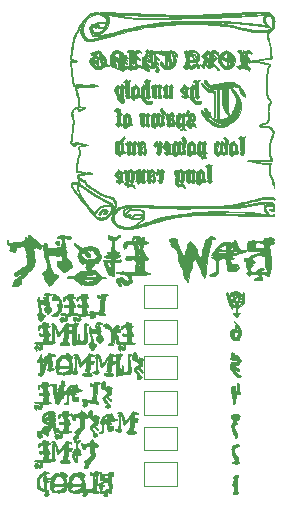
<source format=gbr>
G04 #@! TF.GenerationSoftware,KiCad,Pcbnew,(5.0.0)*
G04 #@! TF.CreationDate,2018-12-13T13:47:45+00:00*
G04 #@! TF.ProjectId,LoraThing,4C6F72615468696E672E6B696361645F,rev?*
G04 #@! TF.SameCoordinates,Original*
G04 #@! TF.FileFunction,Legend,Bot*
G04 #@! TF.FilePolarity,Positive*
%FSLAX46Y46*%
G04 Gerber Fmt 4.6, Leading zero omitted, Abs format (unit mm)*
G04 Created by KiCad (PCBNEW (5.0.0)) date 12/13/18 13:47:45*
%MOMM*%
%LPD*%
G01*
G04 APERTURE LIST*
%ADD10C,0.120000*%
%ADD11C,0.010000*%
G04 APERTURE END LIST*
D10*
G04 #@! TO.C,JP1*
X123600000Y-67000000D02*
X123600000Y-69000000D01*
X126400000Y-67000000D02*
X123600000Y-67000000D01*
X126400000Y-69000000D02*
X126400000Y-67000000D01*
X123600000Y-69000000D02*
X126400000Y-69000000D01*
G04 #@! TO.C,JP2*
X123600000Y-66000000D02*
X126400000Y-66000000D01*
X126400000Y-66000000D02*
X126400000Y-64000000D01*
X126400000Y-64000000D02*
X123600000Y-64000000D01*
X123600000Y-64000000D02*
X123600000Y-66000000D01*
G04 #@! TO.C,eJP3*
X123600000Y-63000000D02*
X126400000Y-63000000D01*
X126400000Y-63000000D02*
X126400000Y-61000000D01*
X126400000Y-61000000D02*
X123600000Y-61000000D01*
X123600000Y-61000000D02*
X123600000Y-63000000D01*
G04 #@! TO.C,JP4*
X123600000Y-58000000D02*
X123600000Y-60000000D01*
X126400000Y-58000000D02*
X123600000Y-58000000D01*
X126400000Y-60000000D02*
X126400000Y-58000000D01*
X123600000Y-60000000D02*
X126400000Y-60000000D01*
G04 #@! TO.C,JP5*
X123600000Y-57000000D02*
X126400000Y-57000000D01*
X126400000Y-57000000D02*
X126400000Y-55000000D01*
X126400000Y-55000000D02*
X123600000Y-55000000D01*
X123600000Y-55000000D02*
X123600000Y-57000000D01*
G04 #@! TO.C,JP6*
X123600000Y-52000000D02*
X123600000Y-54000000D01*
X126400000Y-52000000D02*
X123600000Y-52000000D01*
X126400000Y-54000000D02*
X126400000Y-52000000D01*
X123600000Y-54000000D02*
X126400000Y-54000000D01*
D11*
G04 #@! TO.C,G\002A\002A\002A*
G36*
X120112662Y-45560718D02*
X119978609Y-45630036D01*
X119849963Y-45762454D01*
X119794379Y-45841894D01*
X119738837Y-45949590D01*
X119720849Y-46033049D01*
X119738171Y-46083784D01*
X119788555Y-46093306D01*
X119853214Y-46064249D01*
X119889637Y-46020708D01*
X119912640Y-45978320D01*
X119830577Y-45978320D01*
X119814662Y-45994235D01*
X119798747Y-45978320D01*
X119814662Y-45962406D01*
X119830577Y-45978320D01*
X119912640Y-45978320D01*
X119931508Y-45943552D01*
X119940855Y-45922264D01*
X120015242Y-45812903D01*
X120123298Y-45736348D01*
X120242780Y-45707769D01*
X120298952Y-45724698D01*
X120308316Y-45766689D01*
X120274947Y-45820549D01*
X120202920Y-45873086D01*
X120189663Y-45879737D01*
X120118188Y-45917059D01*
X120098031Y-45941466D01*
X120121610Y-45964195D01*
X120129582Y-45968790D01*
X120208815Y-45986631D01*
X120313244Y-45980084D01*
X120411076Y-45953125D01*
X120454093Y-45928219D01*
X120485071Y-45872521D01*
X120498944Y-45788300D01*
X120498998Y-45782978D01*
X120486966Y-45700120D01*
X120480254Y-45691854D01*
X120403509Y-45691854D01*
X120387594Y-45707769D01*
X120371679Y-45691854D01*
X120387594Y-45675939D01*
X120403509Y-45691854D01*
X120480254Y-45691854D01*
X120454408Y-45660025D01*
X120085213Y-45660025D01*
X120069298Y-45675939D01*
X120053384Y-45660025D01*
X120069298Y-45644110D01*
X120085213Y-45660025D01*
X120454408Y-45660025D01*
X120439579Y-45641764D01*
X120395552Y-45611931D01*
X120251762Y-45554637D01*
X120112662Y-45560718D01*
X120112662Y-45560718D01*
G37*
X120112662Y-45560718D02*
X119978609Y-45630036D01*
X119849963Y-45762454D01*
X119794379Y-45841894D01*
X119738837Y-45949590D01*
X119720849Y-46033049D01*
X119738171Y-46083784D01*
X119788555Y-46093306D01*
X119853214Y-46064249D01*
X119889637Y-46020708D01*
X119912640Y-45978320D01*
X119830577Y-45978320D01*
X119814662Y-45994235D01*
X119798747Y-45978320D01*
X119814662Y-45962406D01*
X119830577Y-45978320D01*
X119912640Y-45978320D01*
X119931508Y-45943552D01*
X119940855Y-45922264D01*
X120015242Y-45812903D01*
X120123298Y-45736348D01*
X120242780Y-45707769D01*
X120298952Y-45724698D01*
X120308316Y-45766689D01*
X120274947Y-45820549D01*
X120202920Y-45873086D01*
X120189663Y-45879737D01*
X120118188Y-45917059D01*
X120098031Y-45941466D01*
X120121610Y-45964195D01*
X120129582Y-45968790D01*
X120208815Y-45986631D01*
X120313244Y-45980084D01*
X120411076Y-45953125D01*
X120454093Y-45928219D01*
X120485071Y-45872521D01*
X120498944Y-45788300D01*
X120498998Y-45782978D01*
X120486966Y-45700120D01*
X120480254Y-45691854D01*
X120403509Y-45691854D01*
X120387594Y-45707769D01*
X120371679Y-45691854D01*
X120387594Y-45675939D01*
X120403509Y-45691854D01*
X120480254Y-45691854D01*
X120454408Y-45660025D01*
X120085213Y-45660025D01*
X120069298Y-45675939D01*
X120053384Y-45660025D01*
X120069298Y-45644110D01*
X120085213Y-45660025D01*
X120454408Y-45660025D01*
X120439579Y-45641764D01*
X120395552Y-45611931D01*
X120251762Y-45554637D01*
X120112662Y-45560718D01*
G36*
X115275065Y-63209317D02*
X115229524Y-63278457D01*
X115222189Y-63371336D01*
X115234609Y-63418324D01*
X115279022Y-63458271D01*
X115350415Y-63466368D01*
X115419651Y-63440820D01*
X115431730Y-63430476D01*
X115467295Y-63359440D01*
X115461411Y-63279172D01*
X115421613Y-63212527D01*
X115355436Y-63182360D01*
X115349882Y-63182205D01*
X115275065Y-63209317D01*
X115275065Y-63209317D01*
G37*
X115275065Y-63209317D02*
X115229524Y-63278457D01*
X115222189Y-63371336D01*
X115234609Y-63418324D01*
X115279022Y-63458271D01*
X115350415Y-63466368D01*
X115419651Y-63440820D01*
X115431730Y-63430476D01*
X115467295Y-63359440D01*
X115461411Y-63279172D01*
X115421613Y-63212527D01*
X115355436Y-63182360D01*
X115349882Y-63182205D01*
X115275065Y-63209317D01*
G36*
X123673020Y-32188334D02*
X123689513Y-32226521D01*
X123738159Y-32276622D01*
X123812633Y-32334869D01*
X123875432Y-32368162D01*
X123890974Y-32371177D01*
X123933861Y-32397962D01*
X123978038Y-32464201D01*
X123986387Y-32482581D01*
X124019976Y-32554230D01*
X124044881Y-32592170D01*
X124048422Y-32593985D01*
X124058142Y-32565723D01*
X124063528Y-32495167D01*
X124063910Y-32467202D01*
X124059823Y-32392349D01*
X124038086Y-32343548D01*
X123984483Y-32302196D01*
X123905820Y-32260310D01*
X123784863Y-32204869D01*
X123706033Y-32180997D01*
X123673020Y-32188334D01*
X123673020Y-32188334D01*
G37*
X123673020Y-32188334D02*
X123689513Y-32226521D01*
X123738159Y-32276622D01*
X123812633Y-32334869D01*
X123875432Y-32368162D01*
X123890974Y-32371177D01*
X123933861Y-32397962D01*
X123978038Y-32464201D01*
X123986387Y-32482581D01*
X124019976Y-32554230D01*
X124044881Y-32592170D01*
X124048422Y-32593985D01*
X124058142Y-32565723D01*
X124063528Y-32495167D01*
X124063910Y-32467202D01*
X124059823Y-32392349D01*
X124038086Y-32343548D01*
X123984483Y-32302196D01*
X123905820Y-32260310D01*
X123784863Y-32204869D01*
X123706033Y-32180997D01*
X123673020Y-32188334D01*
G36*
X128995569Y-33060622D02*
X128977436Y-33110474D01*
X128970295Y-33197916D01*
X128971696Y-33245007D01*
X128981761Y-33327253D01*
X128996506Y-33370391D01*
X129005451Y-33371461D01*
X129019231Y-33327919D01*
X129027855Y-33243744D01*
X129029323Y-33187076D01*
X129024960Y-33091509D01*
X129011070Y-33054558D01*
X128995569Y-33060622D01*
X128995569Y-33060622D01*
G37*
X128995569Y-33060622D02*
X128977436Y-33110474D01*
X128970295Y-33197916D01*
X128971696Y-33245007D01*
X128981761Y-33327253D01*
X128996506Y-33370391D01*
X129005451Y-33371461D01*
X129019231Y-33327919D01*
X129027855Y-33243744D01*
X129029323Y-33187076D01*
X129024960Y-33091509D01*
X129011070Y-33054558D01*
X128995569Y-33060622D01*
G36*
X119566277Y-32180729D02*
X119459973Y-32229362D01*
X119339076Y-32265937D01*
X119316886Y-32270359D01*
X119227639Y-32292365D01*
X119189915Y-32321493D01*
X119187539Y-32349381D01*
X119183803Y-32393369D01*
X119171624Y-32399741D01*
X119121211Y-32397884D01*
X119083194Y-32399238D01*
X119049320Y-32406534D01*
X119053210Y-32430093D01*
X119098955Y-32481638D01*
X119119033Y-32501894D01*
X119195109Y-32566002D01*
X119256078Y-32584341D01*
X119288248Y-32578459D01*
X119358577Y-32556137D01*
X119284238Y-32471615D01*
X119209900Y-32387092D01*
X119297431Y-32464257D01*
X119354540Y-32516929D01*
X119383910Y-32548566D01*
X119384963Y-32550971D01*
X119359660Y-32569930D01*
X119297223Y-32604513D01*
X119281516Y-32612518D01*
X119156906Y-32698108D01*
X119086660Y-32807828D01*
X119062858Y-32944110D01*
X119057633Y-33087343D01*
X119036193Y-32960025D01*
X119014753Y-32832706D01*
X118977051Y-32922310D01*
X118949155Y-32999822D01*
X118944392Y-33064587D01*
X118963445Y-33144686D01*
X118983914Y-33204303D01*
X119067981Y-33365819D01*
X119192086Y-33510309D01*
X119343202Y-33629214D01*
X119508301Y-33713975D01*
X119674354Y-33756031D01*
X119814662Y-33750118D01*
X119902562Y-33725846D01*
X119926951Y-33705135D01*
X119887827Y-33687222D01*
X119814662Y-33674886D01*
X119655514Y-33654362D01*
X119834092Y-33649361D01*
X119977904Y-33633271D01*
X120003741Y-33623141D01*
X119628989Y-33623141D01*
X119624620Y-33642063D01*
X119607770Y-33644360D01*
X119581570Y-33632715D01*
X119586550Y-33623141D01*
X119624324Y-33619331D01*
X119628989Y-33623141D01*
X120003741Y-33623141D01*
X120071394Y-33596616D01*
X119544110Y-33596616D01*
X119528196Y-33612531D01*
X119512281Y-33596616D01*
X119528196Y-33580701D01*
X119544110Y-33596616D01*
X120071394Y-33596616D01*
X120091697Y-33588656D01*
X120107757Y-33578629D01*
X119472647Y-33578629D01*
X119468293Y-33580701D01*
X119439246Y-33558294D01*
X119432707Y-33548872D01*
X119424596Y-33519115D01*
X119428950Y-33517042D01*
X119381536Y-33517042D01*
X119352079Y-33496187D01*
X119294867Y-33443083D01*
X119257644Y-33405639D01*
X119198663Y-33341802D01*
X119166983Y-33301497D01*
X119165583Y-33294235D01*
X119195040Y-33315090D01*
X119252251Y-33368194D01*
X119289474Y-33405639D01*
X119348455Y-33469475D01*
X119380135Y-33509780D01*
X119381536Y-33517042D01*
X119428950Y-33517042D01*
X119457997Y-33539450D01*
X119464537Y-33548872D01*
X119472647Y-33578629D01*
X120107757Y-33578629D01*
X120129929Y-33564787D01*
X120271812Y-33498836D01*
X120396965Y-33482975D01*
X120500088Y-33476867D01*
X120583540Y-33464120D01*
X120604813Y-33457856D01*
X120637706Y-33438766D01*
X120632823Y-33410713D01*
X120585855Y-33358005D01*
X120582626Y-33354759D01*
X119991827Y-33354759D01*
X119903244Y-33402797D01*
X119819228Y-33444341D01*
X119762695Y-33456126D01*
X119728244Y-33430851D01*
X119721710Y-33405243D01*
X119639599Y-33405243D01*
X119613249Y-33440942D01*
X119548103Y-33453153D01*
X119465019Y-33440615D01*
X119412005Y-33418991D01*
X119366624Y-33376131D01*
X119319392Y-33305459D01*
X119292896Y-33251595D01*
X119151730Y-33251595D01*
X119144936Y-33251398D01*
X119116167Y-33216535D01*
X119077895Y-33157351D01*
X119066667Y-33123699D01*
X119072885Y-33103651D01*
X119094515Y-33132652D01*
X119127770Y-33198746D01*
X119151730Y-33251595D01*
X119292896Y-33251595D01*
X119281513Y-33228455D01*
X119264189Y-33166602D01*
X119269056Y-33144896D01*
X119304174Y-33150062D01*
X119371443Y-33185262D01*
X119454667Y-33239119D01*
X119537651Y-33300252D01*
X119604199Y-33357283D01*
X119638114Y-33398832D01*
X119639599Y-33405243D01*
X119721710Y-33405243D01*
X119710474Y-33361214D01*
X119703985Y-33239915D01*
X119703778Y-33209169D01*
X119633993Y-33209169D01*
X119626072Y-33229606D01*
X119583906Y-33218220D01*
X119500445Y-33172465D01*
X119454553Y-33144365D01*
X119356706Y-33076746D01*
X119295350Y-33020489D01*
X119280162Y-32986126D01*
X119311720Y-32979018D01*
X119375681Y-33002965D01*
X119455931Y-33047810D01*
X119536354Y-33103393D01*
X119600836Y-33159557D01*
X119633263Y-33206144D01*
X119633993Y-33209169D01*
X119703778Y-33209169D01*
X119703258Y-33132435D01*
X119707604Y-32971016D01*
X119714688Y-32911056D01*
X119639599Y-32911056D01*
X119639599Y-33068979D01*
X119497372Y-32982672D01*
X119416917Y-32929477D01*
X119364891Y-32886700D01*
X119354139Y-32870869D01*
X119379785Y-32844775D01*
X119442624Y-32809614D01*
X119519386Y-32776233D01*
X119586800Y-32755476D01*
X119606747Y-32753132D01*
X119625645Y-32781792D01*
X119637496Y-32855245D01*
X119639599Y-32911056D01*
X119714688Y-32911056D01*
X119719903Y-32866929D01*
X119739047Y-32821520D01*
X119763928Y-32836131D01*
X119793438Y-32912106D01*
X119815000Y-32996902D01*
X119851075Y-33113597D01*
X119900063Y-33221397D01*
X119921453Y-33255928D01*
X119991827Y-33354759D01*
X120582626Y-33354759D01*
X120574182Y-33346271D01*
X120490222Y-33283762D01*
X120420622Y-33269927D01*
X120384715Y-33271094D01*
X120364980Y-33248109D01*
X120356395Y-33187348D01*
X120354053Y-33089326D01*
X120346303Y-33017439D01*
X120151703Y-33017439D01*
X120119735Y-33148228D01*
X120083986Y-33210421D01*
X120052100Y-33211916D01*
X120025503Y-33155625D01*
X120005619Y-33044462D01*
X119994293Y-32891811D01*
X119992439Y-32728322D01*
X120002977Y-32626280D01*
X120025763Y-32585968D01*
X120060655Y-32607670D01*
X120101909Y-32679658D01*
X120149238Y-32842273D01*
X120151703Y-33017439D01*
X120346303Y-33017439D01*
X120333612Y-32899724D01*
X120285001Y-32767385D01*
X120206407Y-32644599D01*
X120142185Y-32564024D01*
X119798747Y-32564024D01*
X119798747Y-32756871D01*
X119626049Y-32621992D01*
X119453350Y-32487113D01*
X119618091Y-32430184D01*
X119710232Y-32398629D01*
X119773484Y-32377506D01*
X119790790Y-32372217D01*
X119794967Y-32400581D01*
X119797849Y-32475415D01*
X119798747Y-32564024D01*
X120142185Y-32564024D01*
X120093354Y-32502760D01*
X119962441Y-32360837D01*
X119830268Y-32237796D01*
X119799566Y-32212679D01*
X119676853Y-32115488D01*
X119566277Y-32180729D01*
X119566277Y-32180729D01*
G37*
X119566277Y-32180729D02*
X119459973Y-32229362D01*
X119339076Y-32265937D01*
X119316886Y-32270359D01*
X119227639Y-32292365D01*
X119189915Y-32321493D01*
X119187539Y-32349381D01*
X119183803Y-32393369D01*
X119171624Y-32399741D01*
X119121211Y-32397884D01*
X119083194Y-32399238D01*
X119049320Y-32406534D01*
X119053210Y-32430093D01*
X119098955Y-32481638D01*
X119119033Y-32501894D01*
X119195109Y-32566002D01*
X119256078Y-32584341D01*
X119288248Y-32578459D01*
X119358577Y-32556137D01*
X119284238Y-32471615D01*
X119209900Y-32387092D01*
X119297431Y-32464257D01*
X119354540Y-32516929D01*
X119383910Y-32548566D01*
X119384963Y-32550971D01*
X119359660Y-32569930D01*
X119297223Y-32604513D01*
X119281516Y-32612518D01*
X119156906Y-32698108D01*
X119086660Y-32807828D01*
X119062858Y-32944110D01*
X119057633Y-33087343D01*
X119036193Y-32960025D01*
X119014753Y-32832706D01*
X118977051Y-32922310D01*
X118949155Y-32999822D01*
X118944392Y-33064587D01*
X118963445Y-33144686D01*
X118983914Y-33204303D01*
X119067981Y-33365819D01*
X119192086Y-33510309D01*
X119343202Y-33629214D01*
X119508301Y-33713975D01*
X119674354Y-33756031D01*
X119814662Y-33750118D01*
X119902562Y-33725846D01*
X119926951Y-33705135D01*
X119887827Y-33687222D01*
X119814662Y-33674886D01*
X119655514Y-33654362D01*
X119834092Y-33649361D01*
X119977904Y-33633271D01*
X120003741Y-33623141D01*
X119628989Y-33623141D01*
X119624620Y-33642063D01*
X119607770Y-33644360D01*
X119581570Y-33632715D01*
X119586550Y-33623141D01*
X119624324Y-33619331D01*
X119628989Y-33623141D01*
X120003741Y-33623141D01*
X120071394Y-33596616D01*
X119544110Y-33596616D01*
X119528196Y-33612531D01*
X119512281Y-33596616D01*
X119528196Y-33580701D01*
X119544110Y-33596616D01*
X120071394Y-33596616D01*
X120091697Y-33588656D01*
X120107757Y-33578629D01*
X119472647Y-33578629D01*
X119468293Y-33580701D01*
X119439246Y-33558294D01*
X119432707Y-33548872D01*
X119424596Y-33519115D01*
X119428950Y-33517042D01*
X119381536Y-33517042D01*
X119352079Y-33496187D01*
X119294867Y-33443083D01*
X119257644Y-33405639D01*
X119198663Y-33341802D01*
X119166983Y-33301497D01*
X119165583Y-33294235D01*
X119195040Y-33315090D01*
X119252251Y-33368194D01*
X119289474Y-33405639D01*
X119348455Y-33469475D01*
X119380135Y-33509780D01*
X119381536Y-33517042D01*
X119428950Y-33517042D01*
X119457997Y-33539450D01*
X119464537Y-33548872D01*
X119472647Y-33578629D01*
X120107757Y-33578629D01*
X120129929Y-33564787D01*
X120271812Y-33498836D01*
X120396965Y-33482975D01*
X120500088Y-33476867D01*
X120583540Y-33464120D01*
X120604813Y-33457856D01*
X120637706Y-33438766D01*
X120632823Y-33410713D01*
X120585855Y-33358005D01*
X120582626Y-33354759D01*
X119991827Y-33354759D01*
X119903244Y-33402797D01*
X119819228Y-33444341D01*
X119762695Y-33456126D01*
X119728244Y-33430851D01*
X119721710Y-33405243D01*
X119639599Y-33405243D01*
X119613249Y-33440942D01*
X119548103Y-33453153D01*
X119465019Y-33440615D01*
X119412005Y-33418991D01*
X119366624Y-33376131D01*
X119319392Y-33305459D01*
X119292896Y-33251595D01*
X119151730Y-33251595D01*
X119144936Y-33251398D01*
X119116167Y-33216535D01*
X119077895Y-33157351D01*
X119066667Y-33123699D01*
X119072885Y-33103651D01*
X119094515Y-33132652D01*
X119127770Y-33198746D01*
X119151730Y-33251595D01*
X119292896Y-33251595D01*
X119281513Y-33228455D01*
X119264189Y-33166602D01*
X119269056Y-33144896D01*
X119304174Y-33150062D01*
X119371443Y-33185262D01*
X119454667Y-33239119D01*
X119537651Y-33300252D01*
X119604199Y-33357283D01*
X119638114Y-33398832D01*
X119639599Y-33405243D01*
X119721710Y-33405243D01*
X119710474Y-33361214D01*
X119703985Y-33239915D01*
X119703778Y-33209169D01*
X119633993Y-33209169D01*
X119626072Y-33229606D01*
X119583906Y-33218220D01*
X119500445Y-33172465D01*
X119454553Y-33144365D01*
X119356706Y-33076746D01*
X119295350Y-33020489D01*
X119280162Y-32986126D01*
X119311720Y-32979018D01*
X119375681Y-33002965D01*
X119455931Y-33047810D01*
X119536354Y-33103393D01*
X119600836Y-33159557D01*
X119633263Y-33206144D01*
X119633993Y-33209169D01*
X119703778Y-33209169D01*
X119703258Y-33132435D01*
X119707604Y-32971016D01*
X119714688Y-32911056D01*
X119639599Y-32911056D01*
X119639599Y-33068979D01*
X119497372Y-32982672D01*
X119416917Y-32929477D01*
X119364891Y-32886700D01*
X119354139Y-32870869D01*
X119379785Y-32844775D01*
X119442624Y-32809614D01*
X119519386Y-32776233D01*
X119586800Y-32755476D01*
X119606747Y-32753132D01*
X119625645Y-32781792D01*
X119637496Y-32855245D01*
X119639599Y-32911056D01*
X119714688Y-32911056D01*
X119719903Y-32866929D01*
X119739047Y-32821520D01*
X119763928Y-32836131D01*
X119793438Y-32912106D01*
X119815000Y-32996902D01*
X119851075Y-33113597D01*
X119900063Y-33221397D01*
X119921453Y-33255928D01*
X119991827Y-33354759D01*
X120582626Y-33354759D01*
X120574182Y-33346271D01*
X120490222Y-33283762D01*
X120420622Y-33269927D01*
X120384715Y-33271094D01*
X120364980Y-33248109D01*
X120356395Y-33187348D01*
X120354053Y-33089326D01*
X120346303Y-33017439D01*
X120151703Y-33017439D01*
X120119735Y-33148228D01*
X120083986Y-33210421D01*
X120052100Y-33211916D01*
X120025503Y-33155625D01*
X120005619Y-33044462D01*
X119994293Y-32891811D01*
X119992439Y-32728322D01*
X120002977Y-32626280D01*
X120025763Y-32585968D01*
X120060655Y-32607670D01*
X120101909Y-32679658D01*
X120149238Y-32842273D01*
X120151703Y-33017439D01*
X120346303Y-33017439D01*
X120333612Y-32899724D01*
X120285001Y-32767385D01*
X120206407Y-32644599D01*
X120142185Y-32564024D01*
X119798747Y-32564024D01*
X119798747Y-32756871D01*
X119626049Y-32621992D01*
X119453350Y-32487113D01*
X119618091Y-32430184D01*
X119710232Y-32398629D01*
X119773484Y-32377506D01*
X119790790Y-32372217D01*
X119794967Y-32400581D01*
X119797849Y-32475415D01*
X119798747Y-32564024D01*
X120142185Y-32564024D01*
X120093354Y-32502760D01*
X119962441Y-32360837D01*
X119830268Y-32237796D01*
X119799566Y-32212679D01*
X119676853Y-32115488D01*
X119566277Y-32180729D01*
G36*
X122235654Y-32094500D02*
X122250058Y-32125367D01*
X122309371Y-32186242D01*
X122323673Y-32199634D01*
X122390179Y-32269179D01*
X122434316Y-32340410D01*
X122457915Y-32425542D01*
X122462807Y-32536791D01*
X122450823Y-32686371D01*
X122425192Y-32877022D01*
X122405353Y-33029875D01*
X122392401Y-33166825D01*
X122387612Y-33271359D01*
X122390826Y-33322018D01*
X122400771Y-33375667D01*
X122390719Y-33372863D01*
X122373982Y-33346692D01*
X122360656Y-33303223D01*
X122357551Y-33227420D01*
X122365032Y-33110378D01*
X122383468Y-32943193D01*
X122394018Y-32860081D01*
X122416983Y-32670230D01*
X122428974Y-32532902D01*
X122430386Y-32437987D01*
X122421617Y-32375373D01*
X122413902Y-32353810D01*
X122370060Y-32298012D01*
X122299598Y-32243200D01*
X122222472Y-32201018D01*
X122158638Y-32183110D01*
X122133511Y-32190215D01*
X122135329Y-32226530D01*
X122174352Y-32278867D01*
X122233911Y-32329337D01*
X122289741Y-32357893D01*
X122312076Y-32370501D01*
X122328082Y-32396881D01*
X122337794Y-32444152D01*
X122341248Y-32519435D01*
X122338479Y-32629851D01*
X122329520Y-32782521D01*
X122314406Y-32984566D01*
X122294017Y-33233059D01*
X122284877Y-33356604D01*
X122285970Y-33436583D01*
X122301833Y-33492833D01*
X122337002Y-33545192D01*
X122375727Y-33590368D01*
X122470554Y-33674727D01*
X122574215Y-33732250D01*
X122594411Y-33738899D01*
X122684453Y-33761276D01*
X122748076Y-33765662D01*
X122819491Y-33753467D01*
X122838471Y-33748982D01*
X122913082Y-33722500D01*
X122925453Y-33698544D01*
X122876869Y-33683744D01*
X122825457Y-33681897D01*
X122738090Y-33678726D01*
X122680705Y-33668568D01*
X122672487Y-33664049D01*
X122687679Y-33651867D01*
X122749369Y-33644954D01*
X122779645Y-33644360D01*
X122802713Y-33642288D01*
X122623775Y-33642288D01*
X122619421Y-33644360D01*
X122590374Y-33621953D01*
X122583835Y-33612531D01*
X122575724Y-33582774D01*
X122580078Y-33580701D01*
X122609125Y-33603109D01*
X122615664Y-33612531D01*
X122623775Y-33642288D01*
X122802713Y-33642288D01*
X122886402Y-33634771D01*
X123014041Y-33610415D01*
X123074906Y-33594347D01*
X123173073Y-33567120D01*
X123232105Y-33560591D01*
X123273542Y-33576196D01*
X123313499Y-33610261D01*
X123390789Y-33668282D01*
X123439408Y-33677891D01*
X123457153Y-33648573D01*
X123441821Y-33589811D01*
X123391209Y-33511091D01*
X123365982Y-33483140D01*
X122464627Y-33483140D01*
X122460273Y-33485213D01*
X122431226Y-33462805D01*
X122424687Y-33453383D01*
X122416576Y-33423626D01*
X122420930Y-33421553D01*
X122449977Y-33443961D01*
X122456516Y-33453383D01*
X122464627Y-33483140D01*
X123365982Y-33483140D01*
X123347724Y-33462911D01*
X123272230Y-33394848D01*
X123207956Y-33364585D01*
X123125833Y-33360630D01*
X123094399Y-33362773D01*
X122952498Y-33374059D01*
X122931676Y-33207406D01*
X122922798Y-33041576D01*
X122945101Y-32927882D01*
X122999575Y-32862415D01*
X123021780Y-32851800D01*
X123083958Y-32844871D01*
X123124274Y-32890451D01*
X123167177Y-32948420D01*
X123209407Y-32968551D01*
X123234570Y-32945292D01*
X123236341Y-32928399D01*
X123212706Y-32868833D01*
X123155107Y-32796228D01*
X123083502Y-32730767D01*
X123017848Y-32692630D01*
X123000068Y-32689473D01*
X122956945Y-32663369D01*
X122948478Y-32633771D01*
X122937138Y-32567846D01*
X122911046Y-32477653D01*
X122905450Y-32461518D01*
X122882429Y-32386373D01*
X122886201Y-32358176D01*
X122903131Y-32360051D01*
X122956218Y-32358455D01*
X123037023Y-32335251D01*
X123054579Y-32328284D01*
X123134278Y-32300237D01*
X123187100Y-32302240D01*
X123235416Y-32329551D01*
X123298147Y-32363671D01*
X123321339Y-32355422D01*
X123305049Y-32312278D01*
X123249331Y-32241719D01*
X123234648Y-32226198D01*
X123133993Y-32137155D01*
X123044502Y-32099100D01*
X122947018Y-32107050D01*
X122874875Y-32132596D01*
X122792657Y-32162900D01*
X122738967Y-32165109D01*
X122685140Y-32139081D01*
X122673548Y-32131599D01*
X122608359Y-32095836D01*
X122583276Y-32102499D01*
X122597613Y-32154509D01*
X122646366Y-32247256D01*
X122680793Y-32312823D01*
X122703730Y-32376324D01*
X122717527Y-32452893D01*
X122724535Y-32557666D01*
X122727103Y-32705777D01*
X122727383Y-32769047D01*
X122730094Y-32949770D01*
X122738201Y-33081639D01*
X122753451Y-33179354D01*
X122777591Y-33257618D01*
X122788472Y-33283156D01*
X122848478Y-33415310D01*
X122720005Y-33447920D01*
X122591531Y-33480530D01*
X122611726Y-33252107D01*
X122632306Y-33017088D01*
X122647084Y-32836253D01*
X122655958Y-32700380D01*
X122658826Y-32600249D01*
X122655585Y-32526638D01*
X122646132Y-32470328D01*
X122630365Y-32422098D01*
X122608181Y-32372728D01*
X122601790Y-32359477D01*
X122525095Y-32243464D01*
X122425637Y-32150729D01*
X122320723Y-32095212D01*
X122261782Y-32085573D01*
X122235654Y-32094500D01*
X122235654Y-32094500D01*
G37*
X122235654Y-32094500D02*
X122250058Y-32125367D01*
X122309371Y-32186242D01*
X122323673Y-32199634D01*
X122390179Y-32269179D01*
X122434316Y-32340410D01*
X122457915Y-32425542D01*
X122462807Y-32536791D01*
X122450823Y-32686371D01*
X122425192Y-32877022D01*
X122405353Y-33029875D01*
X122392401Y-33166825D01*
X122387612Y-33271359D01*
X122390826Y-33322018D01*
X122400771Y-33375667D01*
X122390719Y-33372863D01*
X122373982Y-33346692D01*
X122360656Y-33303223D01*
X122357551Y-33227420D01*
X122365032Y-33110378D01*
X122383468Y-32943193D01*
X122394018Y-32860081D01*
X122416983Y-32670230D01*
X122428974Y-32532902D01*
X122430386Y-32437987D01*
X122421617Y-32375373D01*
X122413902Y-32353810D01*
X122370060Y-32298012D01*
X122299598Y-32243200D01*
X122222472Y-32201018D01*
X122158638Y-32183110D01*
X122133511Y-32190215D01*
X122135329Y-32226530D01*
X122174352Y-32278867D01*
X122233911Y-32329337D01*
X122289741Y-32357893D01*
X122312076Y-32370501D01*
X122328082Y-32396881D01*
X122337794Y-32444152D01*
X122341248Y-32519435D01*
X122338479Y-32629851D01*
X122329520Y-32782521D01*
X122314406Y-32984566D01*
X122294017Y-33233059D01*
X122284877Y-33356604D01*
X122285970Y-33436583D01*
X122301833Y-33492833D01*
X122337002Y-33545192D01*
X122375727Y-33590368D01*
X122470554Y-33674727D01*
X122574215Y-33732250D01*
X122594411Y-33738899D01*
X122684453Y-33761276D01*
X122748076Y-33765662D01*
X122819491Y-33753467D01*
X122838471Y-33748982D01*
X122913082Y-33722500D01*
X122925453Y-33698544D01*
X122876869Y-33683744D01*
X122825457Y-33681897D01*
X122738090Y-33678726D01*
X122680705Y-33668568D01*
X122672487Y-33664049D01*
X122687679Y-33651867D01*
X122749369Y-33644954D01*
X122779645Y-33644360D01*
X122802713Y-33642288D01*
X122623775Y-33642288D01*
X122619421Y-33644360D01*
X122590374Y-33621953D01*
X122583835Y-33612531D01*
X122575724Y-33582774D01*
X122580078Y-33580701D01*
X122609125Y-33603109D01*
X122615664Y-33612531D01*
X122623775Y-33642288D01*
X122802713Y-33642288D01*
X122886402Y-33634771D01*
X123014041Y-33610415D01*
X123074906Y-33594347D01*
X123173073Y-33567120D01*
X123232105Y-33560591D01*
X123273542Y-33576196D01*
X123313499Y-33610261D01*
X123390789Y-33668282D01*
X123439408Y-33677891D01*
X123457153Y-33648573D01*
X123441821Y-33589811D01*
X123391209Y-33511091D01*
X123365982Y-33483140D01*
X122464627Y-33483140D01*
X122460273Y-33485213D01*
X122431226Y-33462805D01*
X122424687Y-33453383D01*
X122416576Y-33423626D01*
X122420930Y-33421553D01*
X122449977Y-33443961D01*
X122456516Y-33453383D01*
X122464627Y-33483140D01*
X123365982Y-33483140D01*
X123347724Y-33462911D01*
X123272230Y-33394848D01*
X123207956Y-33364585D01*
X123125833Y-33360630D01*
X123094399Y-33362773D01*
X122952498Y-33374059D01*
X122931676Y-33207406D01*
X122922798Y-33041576D01*
X122945101Y-32927882D01*
X122999575Y-32862415D01*
X123021780Y-32851800D01*
X123083958Y-32844871D01*
X123124274Y-32890451D01*
X123167177Y-32948420D01*
X123209407Y-32968551D01*
X123234570Y-32945292D01*
X123236341Y-32928399D01*
X123212706Y-32868833D01*
X123155107Y-32796228D01*
X123083502Y-32730767D01*
X123017848Y-32692630D01*
X123000068Y-32689473D01*
X122956945Y-32663369D01*
X122948478Y-32633771D01*
X122937138Y-32567846D01*
X122911046Y-32477653D01*
X122905450Y-32461518D01*
X122882429Y-32386373D01*
X122886201Y-32358176D01*
X122903131Y-32360051D01*
X122956218Y-32358455D01*
X123037023Y-32335251D01*
X123054579Y-32328284D01*
X123134278Y-32300237D01*
X123187100Y-32302240D01*
X123235416Y-32329551D01*
X123298147Y-32363671D01*
X123321339Y-32355422D01*
X123305049Y-32312278D01*
X123249331Y-32241719D01*
X123234648Y-32226198D01*
X123133993Y-32137155D01*
X123044502Y-32099100D01*
X122947018Y-32107050D01*
X122874875Y-32132596D01*
X122792657Y-32162900D01*
X122738967Y-32165109D01*
X122685140Y-32139081D01*
X122673548Y-32131599D01*
X122608359Y-32095836D01*
X122583276Y-32102499D01*
X122597613Y-32154509D01*
X122646366Y-32247256D01*
X122680793Y-32312823D01*
X122703730Y-32376324D01*
X122717527Y-32452893D01*
X122724535Y-32557666D01*
X122727103Y-32705777D01*
X122727383Y-32769047D01*
X122730094Y-32949770D01*
X122738201Y-33081639D01*
X122753451Y-33179354D01*
X122777591Y-33257618D01*
X122788472Y-33283156D01*
X122848478Y-33415310D01*
X122720005Y-33447920D01*
X122591531Y-33480530D01*
X122611726Y-33252107D01*
X122632306Y-33017088D01*
X122647084Y-32836253D01*
X122655958Y-32700380D01*
X122658826Y-32600249D01*
X122655585Y-32526638D01*
X122646132Y-32470328D01*
X122630365Y-32422098D01*
X122608181Y-32372728D01*
X122601790Y-32359477D01*
X122525095Y-32243464D01*
X122425637Y-32150729D01*
X122320723Y-32095212D01*
X122261782Y-32085573D01*
X122235654Y-32094500D01*
G36*
X127429414Y-32131323D02*
X127340337Y-32165330D01*
X127270268Y-32197912D01*
X127233639Y-32198732D01*
X127208933Y-32168160D01*
X127208621Y-32167603D01*
X127163525Y-32122792D01*
X127103861Y-32131983D01*
X127023283Y-32196582D01*
X127008093Y-32212085D01*
X126952657Y-32274603D01*
X126938630Y-32311559D01*
X126960881Y-32340827D01*
X126969271Y-32347361D01*
X127026354Y-32406025D01*
X127066091Y-32488192D01*
X127090185Y-32603083D01*
X127100335Y-32759920D01*
X127098245Y-32967926D01*
X127095831Y-33033363D01*
X127086341Y-33218166D01*
X127075327Y-33342749D01*
X127062341Y-33410545D01*
X127046933Y-33424985D01*
X127044880Y-33423276D01*
X126997445Y-33389539D01*
X126982253Y-33405125D01*
X127005860Y-33461109D01*
X127011072Y-33469298D01*
X127042739Y-33525669D01*
X127035484Y-33546940D01*
X127018172Y-33548872D01*
X126956921Y-33527940D01*
X126935468Y-33511207D01*
X126891201Y-33490748D01*
X126873508Y-33497837D01*
X126876507Y-33533401D01*
X126919313Y-33587222D01*
X126986202Y-33646434D01*
X127061451Y-33698168D01*
X127129335Y-33729557D01*
X127161041Y-33733127D01*
X127212669Y-33710012D01*
X127222995Y-33683392D01*
X127242234Y-33651440D01*
X127275292Y-33644360D01*
X127279942Y-33642288D01*
X127175404Y-33642288D01*
X127171050Y-33644360D01*
X127142003Y-33621953D01*
X127135464Y-33612531D01*
X127127353Y-33582774D01*
X127131707Y-33580701D01*
X127160754Y-33603109D01*
X127167293Y-33612531D01*
X127175404Y-33642288D01*
X127279942Y-33642288D01*
X127337971Y-33616433D01*
X127370382Y-33536380D01*
X127374186Y-33482609D01*
X127384492Y-33437468D01*
X127151379Y-33437468D01*
X127135464Y-33453383D01*
X127119549Y-33437468D01*
X127135464Y-33421553D01*
X127151379Y-33437468D01*
X127384492Y-33437468D01*
X127386065Y-33430583D01*
X127423281Y-33433375D01*
X127488197Y-33491466D01*
X127503913Y-33508857D01*
X127544585Y-33557275D01*
X127541545Y-33561758D01*
X127514912Y-33540687D01*
X127448533Y-33493533D01*
X127414912Y-33495434D01*
X127406015Y-33542917D01*
X127427800Y-33601457D01*
X127481572Y-33672323D01*
X127495288Y-33686150D01*
X127558812Y-33744842D01*
X127597033Y-33766637D01*
X127630532Y-33758771D01*
X127656772Y-33742920D01*
X127682926Y-33698347D01*
X127675727Y-33674831D01*
X127668598Y-33649247D01*
X127684441Y-33655306D01*
X127726436Y-33649688D01*
X127802305Y-33614337D01*
X127883535Y-33564735D01*
X127990577Y-33497312D01*
X128062686Y-33461336D01*
X128094791Y-33458300D01*
X128081821Y-33489697D01*
X128063197Y-33511876D01*
X128028928Y-33558769D01*
X128040447Y-33595262D01*
X128072993Y-33627140D01*
X128136845Y-33663372D01*
X128184654Y-33665135D01*
X128225612Y-33618955D01*
X128228860Y-33534778D01*
X128196005Y-33424674D01*
X128138095Y-33315276D01*
X128085745Y-33229613D01*
X128059663Y-33182441D01*
X127958479Y-33182441D01*
X127949208Y-33221518D01*
X127887727Y-33265223D01*
X127819653Y-33297333D01*
X127723579Y-33343772D01*
X127649864Y-33388547D01*
X127625927Y-33409127D01*
X127580695Y-33447515D01*
X127536304Y-33438016D01*
X127477731Y-33376765D01*
X127471985Y-33369517D01*
X127425358Y-33288087D01*
X127406015Y-33210369D01*
X127409070Y-33173717D01*
X127426680Y-33151434D01*
X127471515Y-33139948D01*
X127556244Y-33135690D01*
X127673161Y-33135087D01*
X127812301Y-33137759D01*
X127899185Y-33147018D01*
X127945042Y-33164727D01*
X127958479Y-33182441D01*
X128059663Y-33182441D01*
X128051062Y-33166886D01*
X128042607Y-33145797D01*
X128062206Y-33113424D01*
X128112430Y-33050976D01*
X128154010Y-33003578D01*
X128216493Y-32926434D01*
X127787970Y-32926434D01*
X127759029Y-32935711D01*
X127683735Y-32942112D01*
X127594805Y-32944110D01*
X127401640Y-32944110D01*
X127422643Y-32695511D01*
X127214863Y-32695511D01*
X127209186Y-32907822D01*
X127194452Y-33114370D01*
X127181162Y-33253799D01*
X127170402Y-33332493D01*
X127162538Y-33353342D01*
X127157936Y-33319234D01*
X127156959Y-33233056D01*
X127159973Y-33097699D01*
X127167344Y-32916049D01*
X127167905Y-32904323D01*
X127189406Y-32458104D01*
X127204944Y-32530913D01*
X127214863Y-32695511D01*
X127422643Y-32695511D01*
X127423826Y-32681516D01*
X127434897Y-32559922D01*
X127444977Y-32465747D01*
X127447134Y-32450751D01*
X127189760Y-32450751D01*
X127189406Y-32458104D01*
X127186967Y-32446678D01*
X127103051Y-32324291D01*
X127063908Y-32261438D01*
X127056001Y-32235091D01*
X127070044Y-32242398D01*
X127133690Y-32312457D01*
X127178271Y-32405929D01*
X127186967Y-32446678D01*
X127189760Y-32450751D01*
X127447134Y-32450751D01*
X127452356Y-32414468D01*
X127453903Y-32409600D01*
X127472802Y-32429994D01*
X127516042Y-32490751D01*
X127574648Y-32577990D01*
X127639649Y-32677827D01*
X127702070Y-32776380D01*
X127752938Y-32859766D01*
X127783279Y-32914103D01*
X127787970Y-32926434D01*
X128216493Y-32926434D01*
X128221830Y-32919846D01*
X128254859Y-32845141D01*
X128265034Y-32748018D01*
X128265414Y-32710072D01*
X128235062Y-32531441D01*
X128233453Y-32528596D01*
X128061683Y-32528596D01*
X128050398Y-32649568D01*
X128010710Y-32765307D01*
X127983798Y-32810153D01*
X127932792Y-32871262D01*
X127890050Y-32887836D01*
X127845420Y-32855900D01*
X127788747Y-32771484D01*
X127760883Y-32722936D01*
X127719026Y-32642968D01*
X127708938Y-32600376D01*
X127728292Y-32578781D01*
X127739708Y-32573864D01*
X127801460Y-32580847D01*
X127869038Y-32627218D01*
X127934798Y-32676940D01*
X127965881Y-32674274D01*
X127958755Y-32622351D01*
X127934727Y-32568970D01*
X127879398Y-32488967D01*
X127806255Y-32447846D01*
X127694799Y-32434987D01*
X127675842Y-32434837D01*
X127597814Y-32426652D01*
X127551817Y-32406735D01*
X127550235Y-32404604D01*
X127553726Y-32366730D01*
X127604726Y-32336997D01*
X127687400Y-32317244D01*
X127785911Y-32309314D01*
X127884421Y-32315047D01*
X127967094Y-32336285D01*
X127996736Y-32352697D01*
X128043989Y-32422827D01*
X128061683Y-32528596D01*
X128233453Y-32528596D01*
X128145287Y-32372801D01*
X127998005Y-32237127D01*
X127933827Y-32195970D01*
X127774482Y-32132487D01*
X127598415Y-32110529D01*
X127429414Y-32131323D01*
X127429414Y-32131323D01*
G37*
X127429414Y-32131323D02*
X127340337Y-32165330D01*
X127270268Y-32197912D01*
X127233639Y-32198732D01*
X127208933Y-32168160D01*
X127208621Y-32167603D01*
X127163525Y-32122792D01*
X127103861Y-32131983D01*
X127023283Y-32196582D01*
X127008093Y-32212085D01*
X126952657Y-32274603D01*
X126938630Y-32311559D01*
X126960881Y-32340827D01*
X126969271Y-32347361D01*
X127026354Y-32406025D01*
X127066091Y-32488192D01*
X127090185Y-32603083D01*
X127100335Y-32759920D01*
X127098245Y-32967926D01*
X127095831Y-33033363D01*
X127086341Y-33218166D01*
X127075327Y-33342749D01*
X127062341Y-33410545D01*
X127046933Y-33424985D01*
X127044880Y-33423276D01*
X126997445Y-33389539D01*
X126982253Y-33405125D01*
X127005860Y-33461109D01*
X127011072Y-33469298D01*
X127042739Y-33525669D01*
X127035484Y-33546940D01*
X127018172Y-33548872D01*
X126956921Y-33527940D01*
X126935468Y-33511207D01*
X126891201Y-33490748D01*
X126873508Y-33497837D01*
X126876507Y-33533401D01*
X126919313Y-33587222D01*
X126986202Y-33646434D01*
X127061451Y-33698168D01*
X127129335Y-33729557D01*
X127161041Y-33733127D01*
X127212669Y-33710012D01*
X127222995Y-33683392D01*
X127242234Y-33651440D01*
X127275292Y-33644360D01*
X127279942Y-33642288D01*
X127175404Y-33642288D01*
X127171050Y-33644360D01*
X127142003Y-33621953D01*
X127135464Y-33612531D01*
X127127353Y-33582774D01*
X127131707Y-33580701D01*
X127160754Y-33603109D01*
X127167293Y-33612531D01*
X127175404Y-33642288D01*
X127279942Y-33642288D01*
X127337971Y-33616433D01*
X127370382Y-33536380D01*
X127374186Y-33482609D01*
X127384492Y-33437468D01*
X127151379Y-33437468D01*
X127135464Y-33453383D01*
X127119549Y-33437468D01*
X127135464Y-33421553D01*
X127151379Y-33437468D01*
X127384492Y-33437468D01*
X127386065Y-33430583D01*
X127423281Y-33433375D01*
X127488197Y-33491466D01*
X127503913Y-33508857D01*
X127544585Y-33557275D01*
X127541545Y-33561758D01*
X127514912Y-33540687D01*
X127448533Y-33493533D01*
X127414912Y-33495434D01*
X127406015Y-33542917D01*
X127427800Y-33601457D01*
X127481572Y-33672323D01*
X127495288Y-33686150D01*
X127558812Y-33744842D01*
X127597033Y-33766637D01*
X127630532Y-33758771D01*
X127656772Y-33742920D01*
X127682926Y-33698347D01*
X127675727Y-33674831D01*
X127668598Y-33649247D01*
X127684441Y-33655306D01*
X127726436Y-33649688D01*
X127802305Y-33614337D01*
X127883535Y-33564735D01*
X127990577Y-33497312D01*
X128062686Y-33461336D01*
X128094791Y-33458300D01*
X128081821Y-33489697D01*
X128063197Y-33511876D01*
X128028928Y-33558769D01*
X128040447Y-33595262D01*
X128072993Y-33627140D01*
X128136845Y-33663372D01*
X128184654Y-33665135D01*
X128225612Y-33618955D01*
X128228860Y-33534778D01*
X128196005Y-33424674D01*
X128138095Y-33315276D01*
X128085745Y-33229613D01*
X128059663Y-33182441D01*
X127958479Y-33182441D01*
X127949208Y-33221518D01*
X127887727Y-33265223D01*
X127819653Y-33297333D01*
X127723579Y-33343772D01*
X127649864Y-33388547D01*
X127625927Y-33409127D01*
X127580695Y-33447515D01*
X127536304Y-33438016D01*
X127477731Y-33376765D01*
X127471985Y-33369517D01*
X127425358Y-33288087D01*
X127406015Y-33210369D01*
X127409070Y-33173717D01*
X127426680Y-33151434D01*
X127471515Y-33139948D01*
X127556244Y-33135690D01*
X127673161Y-33135087D01*
X127812301Y-33137759D01*
X127899185Y-33147018D01*
X127945042Y-33164727D01*
X127958479Y-33182441D01*
X128059663Y-33182441D01*
X128051062Y-33166886D01*
X128042607Y-33145797D01*
X128062206Y-33113424D01*
X128112430Y-33050976D01*
X128154010Y-33003578D01*
X128216493Y-32926434D01*
X127787970Y-32926434D01*
X127759029Y-32935711D01*
X127683735Y-32942112D01*
X127594805Y-32944110D01*
X127401640Y-32944110D01*
X127422643Y-32695511D01*
X127214863Y-32695511D01*
X127209186Y-32907822D01*
X127194452Y-33114370D01*
X127181162Y-33253799D01*
X127170402Y-33332493D01*
X127162538Y-33353342D01*
X127157936Y-33319234D01*
X127156959Y-33233056D01*
X127159973Y-33097699D01*
X127167344Y-32916049D01*
X127167905Y-32904323D01*
X127189406Y-32458104D01*
X127204944Y-32530913D01*
X127214863Y-32695511D01*
X127422643Y-32695511D01*
X127423826Y-32681516D01*
X127434897Y-32559922D01*
X127444977Y-32465747D01*
X127447134Y-32450751D01*
X127189760Y-32450751D01*
X127189406Y-32458104D01*
X127186967Y-32446678D01*
X127103051Y-32324291D01*
X127063908Y-32261438D01*
X127056001Y-32235091D01*
X127070044Y-32242398D01*
X127133690Y-32312457D01*
X127178271Y-32405929D01*
X127186967Y-32446678D01*
X127189760Y-32450751D01*
X127447134Y-32450751D01*
X127452356Y-32414468D01*
X127453903Y-32409600D01*
X127472802Y-32429994D01*
X127516042Y-32490751D01*
X127574648Y-32577990D01*
X127639649Y-32677827D01*
X127702070Y-32776380D01*
X127752938Y-32859766D01*
X127783279Y-32914103D01*
X127787970Y-32926434D01*
X128216493Y-32926434D01*
X128221830Y-32919846D01*
X128254859Y-32845141D01*
X128265034Y-32748018D01*
X128265414Y-32710072D01*
X128235062Y-32531441D01*
X128233453Y-32528596D01*
X128061683Y-32528596D01*
X128050398Y-32649568D01*
X128010710Y-32765307D01*
X127983798Y-32810153D01*
X127932792Y-32871262D01*
X127890050Y-32887836D01*
X127845420Y-32855900D01*
X127788747Y-32771484D01*
X127760883Y-32722936D01*
X127719026Y-32642968D01*
X127708938Y-32600376D01*
X127728292Y-32578781D01*
X127739708Y-32573864D01*
X127801460Y-32580847D01*
X127869038Y-32627218D01*
X127934798Y-32676940D01*
X127965881Y-32674274D01*
X127958755Y-32622351D01*
X127934727Y-32568970D01*
X127879398Y-32488967D01*
X127806255Y-32447846D01*
X127694799Y-32434987D01*
X127675842Y-32434837D01*
X127597814Y-32426652D01*
X127551817Y-32406735D01*
X127550235Y-32404604D01*
X127553726Y-32366730D01*
X127604726Y-32336997D01*
X127687400Y-32317244D01*
X127785911Y-32309314D01*
X127884421Y-32315047D01*
X127967094Y-32336285D01*
X127996736Y-32352697D01*
X128043989Y-32422827D01*
X128061683Y-32528596D01*
X128233453Y-32528596D01*
X128145287Y-32372801D01*
X127998005Y-32237127D01*
X127933827Y-32195970D01*
X127774482Y-32132487D01*
X127598415Y-32110529D01*
X127429414Y-32131323D01*
G36*
X130423802Y-32166252D02*
X130223572Y-32259361D01*
X130066424Y-32380019D01*
X129984527Y-32482070D01*
X129943910Y-32560774D01*
X129925164Y-32642070D01*
X129923648Y-32751493D01*
X129926371Y-32801841D01*
X129929530Y-32899176D01*
X129925347Y-32958661D01*
X129914729Y-32967595D01*
X129914548Y-32967315D01*
X129900100Y-32915189D01*
X129889715Y-32823404D01*
X129886613Y-32753132D01*
X129883529Y-32578070D01*
X129835433Y-32688518D01*
X129805044Y-32832841D01*
X129822710Y-32997363D01*
X129881510Y-33170187D01*
X129974521Y-33339416D01*
X130094822Y-33493153D01*
X130235492Y-33619502D01*
X130389610Y-33706565D01*
X130437422Y-33723242D01*
X130531837Y-33749716D01*
X130599042Y-33765659D01*
X130618622Y-33767986D01*
X130661380Y-33758782D01*
X130700376Y-33750208D01*
X130788278Y-33725831D01*
X130812679Y-33705106D01*
X130773577Y-33687218D01*
X130700376Y-33674886D01*
X130541228Y-33654362D01*
X130709914Y-33649361D01*
X130758787Y-33641750D01*
X130511513Y-33641750D01*
X130506217Y-33644241D01*
X130461598Y-33626757D01*
X130388136Y-33582252D01*
X130347069Y-33553532D01*
X130257122Y-33481264D01*
X130179639Y-33408376D01*
X130159952Y-33386426D01*
X130139794Y-33357132D01*
X130162995Y-33371525D01*
X130207696Y-33410426D01*
X130304395Y-33490050D01*
X130406661Y-33562923D01*
X130429825Y-33577412D01*
X130490352Y-33618042D01*
X130511513Y-33641750D01*
X130758787Y-33641750D01*
X130903283Y-33619248D01*
X131056356Y-33540261D01*
X131171958Y-33410355D01*
X131210657Y-33328428D01*
X130904920Y-33328428D01*
X130802648Y-33390787D01*
X130730098Y-33431504D01*
X130681420Y-33452497D01*
X130676504Y-33453264D01*
X130668776Y-33423173D01*
X130662091Y-33339610D01*
X130656886Y-33212756D01*
X130655433Y-33142070D01*
X130588973Y-33142070D01*
X130588973Y-33314248D01*
X130587574Y-33412934D01*
X130578025Y-33461891D01*
X130552297Y-33475047D01*
X130502364Y-33466332D01*
X130501441Y-33466118D01*
X130405598Y-33433068D01*
X130340774Y-33400123D01*
X130244464Y-33307832D01*
X130235657Y-33292163D01*
X130103725Y-33292163D01*
X130099371Y-33294235D01*
X130070324Y-33271828D01*
X130063785Y-33262406D01*
X130055674Y-33232648D01*
X130060028Y-33230576D01*
X130089075Y-33252983D01*
X130095614Y-33262406D01*
X130103725Y-33292163D01*
X130235657Y-33292163D01*
X130177069Y-33187936D01*
X130037444Y-33187936D01*
X130030650Y-33187739D01*
X130001881Y-33152876D01*
X129963610Y-33093692D01*
X129952381Y-33060040D01*
X129958600Y-33039992D01*
X129980229Y-33068993D01*
X130013485Y-33135087D01*
X130037444Y-33187936D01*
X130177069Y-33187936D01*
X130168583Y-33172840D01*
X130124547Y-33015459D01*
X130124522Y-33015293D01*
X130114453Y-32929080D01*
X130113385Y-32873939D01*
X130115863Y-32865507D01*
X130146276Y-32875730D01*
X130217130Y-32913329D01*
X130315364Y-32971183D01*
X130358419Y-32997787D01*
X130588973Y-33142070D01*
X130655433Y-33142070D01*
X130653596Y-33052795D01*
X130653258Y-32997819D01*
X130588973Y-32997819D01*
X130581989Y-33029144D01*
X130549705Y-33021116D01*
X130517356Y-33001751D01*
X130449247Y-32959074D01*
X130353715Y-32899537D01*
X130294606Y-32862815D01*
X130211407Y-32804275D01*
X130156490Y-32752369D01*
X130143415Y-32727382D01*
X130157132Y-32696978D01*
X130167231Y-32698411D01*
X130302510Y-32775035D01*
X130423474Y-32852057D01*
X130518670Y-32921347D01*
X130576649Y-32974777D01*
X130588973Y-32997819D01*
X130653258Y-32997819D01*
X130652632Y-32896365D01*
X130653330Y-32692575D01*
X130654696Y-32613560D01*
X130588973Y-32613560D01*
X130588973Y-32855943D01*
X130517356Y-32810560D01*
X130443953Y-32764824D01*
X130350094Y-32707284D01*
X130324722Y-32691876D01*
X130251598Y-32645010D01*
X130225623Y-32613536D01*
X130238996Y-32580702D01*
X130261062Y-32555148D01*
X130316081Y-32508911D01*
X130397785Y-32454722D01*
X130483856Y-32405796D01*
X130551972Y-32375348D01*
X130571790Y-32371177D01*
X130579948Y-32400430D01*
X130586009Y-32477894D01*
X130588878Y-32588130D01*
X130588973Y-32613560D01*
X130654696Y-32613560D01*
X130655896Y-32544178D01*
X130661037Y-32442916D01*
X130669462Y-32380533D01*
X130681878Y-32348774D01*
X130698993Y-32339381D01*
X130700376Y-32339348D01*
X130721556Y-32349269D01*
X130735613Y-32385694D01*
X130743891Y-32458615D01*
X130747732Y-32578024D01*
X130748504Y-32697431D01*
X130750036Y-32859126D01*
X130755906Y-32973124D01*
X130768642Y-33055363D01*
X130790769Y-33121778D01*
X130824815Y-33188306D01*
X130826904Y-33191971D01*
X130904920Y-33328428D01*
X131210657Y-33328428D01*
X131240403Y-33265455D01*
X131283727Y-33055234D01*
X131267202Y-32877226D01*
X131069920Y-32877226D01*
X131054244Y-33042183D01*
X131033593Y-33122182D01*
X131002181Y-33194530D01*
X130976830Y-33205983D01*
X130958252Y-33159085D01*
X130947159Y-33056375D01*
X130944265Y-32900395D01*
X130945933Y-32809654D01*
X130955013Y-32482581D01*
X131012552Y-32588000D01*
X131055678Y-32717096D01*
X131069920Y-32877226D01*
X131267202Y-32877226D01*
X131264766Y-32850988D01*
X131184810Y-32655489D01*
X131045153Y-32471512D01*
X130847088Y-32301827D01*
X130765887Y-32247389D01*
X130561013Y-32117999D01*
X130423802Y-32166252D01*
X130423802Y-32166252D01*
G37*
X130423802Y-32166252D02*
X130223572Y-32259361D01*
X130066424Y-32380019D01*
X129984527Y-32482070D01*
X129943910Y-32560774D01*
X129925164Y-32642070D01*
X129923648Y-32751493D01*
X129926371Y-32801841D01*
X129929530Y-32899176D01*
X129925347Y-32958661D01*
X129914729Y-32967595D01*
X129914548Y-32967315D01*
X129900100Y-32915189D01*
X129889715Y-32823404D01*
X129886613Y-32753132D01*
X129883529Y-32578070D01*
X129835433Y-32688518D01*
X129805044Y-32832841D01*
X129822710Y-32997363D01*
X129881510Y-33170187D01*
X129974521Y-33339416D01*
X130094822Y-33493153D01*
X130235492Y-33619502D01*
X130389610Y-33706565D01*
X130437422Y-33723242D01*
X130531837Y-33749716D01*
X130599042Y-33765659D01*
X130618622Y-33767986D01*
X130661380Y-33758782D01*
X130700376Y-33750208D01*
X130788278Y-33725831D01*
X130812679Y-33705106D01*
X130773577Y-33687218D01*
X130700376Y-33674886D01*
X130541228Y-33654362D01*
X130709914Y-33649361D01*
X130758787Y-33641750D01*
X130511513Y-33641750D01*
X130506217Y-33644241D01*
X130461598Y-33626757D01*
X130388136Y-33582252D01*
X130347069Y-33553532D01*
X130257122Y-33481264D01*
X130179639Y-33408376D01*
X130159952Y-33386426D01*
X130139794Y-33357132D01*
X130162995Y-33371525D01*
X130207696Y-33410426D01*
X130304395Y-33490050D01*
X130406661Y-33562923D01*
X130429825Y-33577412D01*
X130490352Y-33618042D01*
X130511513Y-33641750D01*
X130758787Y-33641750D01*
X130903283Y-33619248D01*
X131056356Y-33540261D01*
X131171958Y-33410355D01*
X131210657Y-33328428D01*
X130904920Y-33328428D01*
X130802648Y-33390787D01*
X130730098Y-33431504D01*
X130681420Y-33452497D01*
X130676504Y-33453264D01*
X130668776Y-33423173D01*
X130662091Y-33339610D01*
X130656886Y-33212756D01*
X130655433Y-33142070D01*
X130588973Y-33142070D01*
X130588973Y-33314248D01*
X130587574Y-33412934D01*
X130578025Y-33461891D01*
X130552297Y-33475047D01*
X130502364Y-33466332D01*
X130501441Y-33466118D01*
X130405598Y-33433068D01*
X130340774Y-33400123D01*
X130244464Y-33307832D01*
X130235657Y-33292163D01*
X130103725Y-33292163D01*
X130099371Y-33294235D01*
X130070324Y-33271828D01*
X130063785Y-33262406D01*
X130055674Y-33232648D01*
X130060028Y-33230576D01*
X130089075Y-33252983D01*
X130095614Y-33262406D01*
X130103725Y-33292163D01*
X130235657Y-33292163D01*
X130177069Y-33187936D01*
X130037444Y-33187936D01*
X130030650Y-33187739D01*
X130001881Y-33152876D01*
X129963610Y-33093692D01*
X129952381Y-33060040D01*
X129958600Y-33039992D01*
X129980229Y-33068993D01*
X130013485Y-33135087D01*
X130037444Y-33187936D01*
X130177069Y-33187936D01*
X130168583Y-33172840D01*
X130124547Y-33015459D01*
X130124522Y-33015293D01*
X130114453Y-32929080D01*
X130113385Y-32873939D01*
X130115863Y-32865507D01*
X130146276Y-32875730D01*
X130217130Y-32913329D01*
X130315364Y-32971183D01*
X130358419Y-32997787D01*
X130588973Y-33142070D01*
X130655433Y-33142070D01*
X130653596Y-33052795D01*
X130653258Y-32997819D01*
X130588973Y-32997819D01*
X130581989Y-33029144D01*
X130549705Y-33021116D01*
X130517356Y-33001751D01*
X130449247Y-32959074D01*
X130353715Y-32899537D01*
X130294606Y-32862815D01*
X130211407Y-32804275D01*
X130156490Y-32752369D01*
X130143415Y-32727382D01*
X130157132Y-32696978D01*
X130167231Y-32698411D01*
X130302510Y-32775035D01*
X130423474Y-32852057D01*
X130518670Y-32921347D01*
X130576649Y-32974777D01*
X130588973Y-32997819D01*
X130653258Y-32997819D01*
X130652632Y-32896365D01*
X130653330Y-32692575D01*
X130654696Y-32613560D01*
X130588973Y-32613560D01*
X130588973Y-32855943D01*
X130517356Y-32810560D01*
X130443953Y-32764824D01*
X130350094Y-32707284D01*
X130324722Y-32691876D01*
X130251598Y-32645010D01*
X130225623Y-32613536D01*
X130238996Y-32580702D01*
X130261062Y-32555148D01*
X130316081Y-32508911D01*
X130397785Y-32454722D01*
X130483856Y-32405796D01*
X130551972Y-32375348D01*
X130571790Y-32371177D01*
X130579948Y-32400430D01*
X130586009Y-32477894D01*
X130588878Y-32588130D01*
X130588973Y-32613560D01*
X130654696Y-32613560D01*
X130655896Y-32544178D01*
X130661037Y-32442916D01*
X130669462Y-32380533D01*
X130681878Y-32348774D01*
X130698993Y-32339381D01*
X130700376Y-32339348D01*
X130721556Y-32349269D01*
X130735613Y-32385694D01*
X130743891Y-32458615D01*
X130747732Y-32578024D01*
X130748504Y-32697431D01*
X130750036Y-32859126D01*
X130755906Y-32973124D01*
X130768642Y-33055363D01*
X130790769Y-33121778D01*
X130824815Y-33188306D01*
X130826904Y-33191971D01*
X130904920Y-33328428D01*
X131210657Y-33328428D01*
X131240403Y-33265455D01*
X131283727Y-33055234D01*
X131267202Y-32877226D01*
X131069920Y-32877226D01*
X131054244Y-33042183D01*
X131033593Y-33122182D01*
X131002181Y-33194530D01*
X130976830Y-33205983D01*
X130958252Y-33159085D01*
X130947159Y-33056375D01*
X130944265Y-32900395D01*
X130945933Y-32809654D01*
X130955013Y-32482581D01*
X131012552Y-32588000D01*
X131055678Y-32717096D01*
X131069920Y-32877226D01*
X131267202Y-32877226D01*
X131264766Y-32850988D01*
X131184810Y-32655489D01*
X131045153Y-32471512D01*
X130847088Y-32301827D01*
X130765887Y-32247389D01*
X130561013Y-32117999D01*
X130423802Y-32166252D01*
G36*
X129424898Y-32098358D02*
X129315598Y-32156263D01*
X129226725Y-32263148D01*
X129224080Y-32267806D01*
X129200554Y-32295813D01*
X129165931Y-32293426D01*
X129103624Y-32257039D01*
X129070476Y-32234405D01*
X128988705Y-32183170D01*
X128924429Y-32152375D01*
X128906736Y-32148370D01*
X128860033Y-32171153D01*
X128789113Y-32229470D01*
X128708407Y-32308271D01*
X128632350Y-32392508D01*
X128575376Y-32467134D01*
X128551917Y-32517099D01*
X128551880Y-32518346D01*
X128570638Y-32589162D01*
X128591667Y-32624868D01*
X128600524Y-32640789D01*
X128571852Y-32614294D01*
X128561113Y-32603210D01*
X128511372Y-32554930D01*
X128484246Y-32551074D01*
X128458639Y-32589790D01*
X128456375Y-32594015D01*
X128441215Y-32645941D01*
X128466030Y-32695585D01*
X128506392Y-32736521D01*
X128611715Y-32815384D01*
X128696684Y-32839655D01*
X128757246Y-32808234D01*
X128759494Y-32805272D01*
X128796726Y-32770677D01*
X128813433Y-32770659D01*
X128803882Y-32801339D01*
X128760545Y-32859568D01*
X128733710Y-32889525D01*
X128668789Y-32973651D01*
X128596990Y-33089261D01*
X128543446Y-33191803D01*
X128491027Y-33296883D01*
X128453955Y-33351590D01*
X128424551Y-33364897D01*
X128404403Y-33354372D01*
X128358574Y-33331131D01*
X128341640Y-33334718D01*
X128340103Y-33377827D01*
X128382196Y-33448474D01*
X128460653Y-33535957D01*
X128508054Y-33579872D01*
X128625809Y-33683263D01*
X128694338Y-33494005D01*
X128780702Y-33296301D01*
X128885706Y-33139721D01*
X128978467Y-33042008D01*
X129061153Y-32964843D01*
X129061153Y-33175138D01*
X129058795Y-33290067D01*
X129048767Y-33356934D01*
X129026644Y-33391254D01*
X128995156Y-33406381D01*
X128922932Y-33402672D01*
X128885896Y-33368738D01*
X128842400Y-33330733D01*
X128806733Y-33345497D01*
X128799244Y-33379245D01*
X128832088Y-33434755D01*
X128910238Y-33520227D01*
X128916526Y-33526537D01*
X129062218Y-33672229D01*
X129242932Y-33577168D01*
X129407077Y-33507057D01*
X129535714Y-33487679D01*
X129627788Y-33518976D01*
X129682243Y-33600887D01*
X129682651Y-33602140D01*
X129723232Y-33691480D01*
X129778708Y-33772227D01*
X129834238Y-33825064D01*
X129861826Y-33835338D01*
X129883456Y-33808550D01*
X129888722Y-33769586D01*
X129862264Y-33662002D01*
X129792601Y-33545142D01*
X129694305Y-33436462D01*
X129581944Y-33353421D01*
X129517019Y-33324196D01*
X129438113Y-33282649D01*
X129411278Y-33234291D01*
X129430800Y-33172897D01*
X129204951Y-33172897D01*
X129203123Y-33261261D01*
X129197280Y-33302193D01*
X129158606Y-33325878D01*
X129154763Y-33326065D01*
X129143487Y-33295794D01*
X129134360Y-33211181D01*
X129127988Y-33081523D01*
X129124973Y-32916117D01*
X129124812Y-32864536D01*
X129126639Y-32701361D01*
X129130593Y-32592917D01*
X129061153Y-32592917D01*
X129061153Y-32854280D01*
X128966840Y-32774921D01*
X128935866Y-32751060D01*
X128735053Y-32751060D01*
X128730700Y-32753132D01*
X128701652Y-32730725D01*
X128695113Y-32721303D01*
X128687002Y-32691546D01*
X128691356Y-32689473D01*
X128720403Y-32711881D01*
X128726943Y-32721303D01*
X128735053Y-32751060D01*
X128935866Y-32751060D01*
X128895056Y-32719623D01*
X128838721Y-32684812D01*
X128831565Y-32681890D01*
X128817866Y-32655024D01*
X128845323Y-32592671D01*
X128881965Y-32536329D01*
X128961681Y-32425481D01*
X129013509Y-32370315D01*
X129043390Y-32372705D01*
X129057265Y-32434530D01*
X129061075Y-32557665D01*
X129061153Y-32592917D01*
X129130593Y-32592917D01*
X129131665Y-32563521D01*
X129139208Y-32462204D01*
X129148586Y-32408601D01*
X129152955Y-32403007D01*
X129162559Y-32432530D01*
X129172573Y-32511892D01*
X129182315Y-32627282D01*
X129191104Y-32764888D01*
X129198261Y-32910900D01*
X129203103Y-33051507D01*
X129204951Y-33172897D01*
X129430800Y-33172897D01*
X129434111Y-33162488D01*
X129493562Y-33069899D01*
X129576063Y-32974903D01*
X129653022Y-32906863D01*
X129718192Y-32857129D01*
X129758557Y-32825705D01*
X129761404Y-32823373D01*
X129747030Y-32797616D01*
X129694764Y-32741001D01*
X129681418Y-32728201D01*
X129565957Y-32728201D01*
X129480660Y-32801882D01*
X129395364Y-32875564D01*
X129385414Y-32747376D01*
X129383208Y-32662360D01*
X129389923Y-32607834D01*
X129393497Y-32601156D01*
X129426033Y-32608118D01*
X129481562Y-32649064D01*
X129488743Y-32655662D01*
X129565957Y-32728201D01*
X129681418Y-32728201D01*
X129614836Y-32664345D01*
X129587932Y-32639902D01*
X129398545Y-32469834D01*
X129460258Y-32401643D01*
X129524916Y-32340562D01*
X129574903Y-32305122D01*
X129613471Y-32294020D01*
X129613507Y-32331482D01*
X129612395Y-32335844D01*
X129622905Y-32390635D01*
X129668091Y-32447234D01*
X129729694Y-32492149D01*
X129789451Y-32511888D01*
X129827866Y-32495049D01*
X129852234Y-32440213D01*
X129845643Y-32383087D01*
X129804445Y-32301720D01*
X129792417Y-32281731D01*
X129711544Y-32192181D01*
X129603058Y-32125931D01*
X129490101Y-32094528D01*
X129424898Y-32098358D01*
X129424898Y-32098358D01*
G37*
X129424898Y-32098358D02*
X129315598Y-32156263D01*
X129226725Y-32263148D01*
X129224080Y-32267806D01*
X129200554Y-32295813D01*
X129165931Y-32293426D01*
X129103624Y-32257039D01*
X129070476Y-32234405D01*
X128988705Y-32183170D01*
X128924429Y-32152375D01*
X128906736Y-32148370D01*
X128860033Y-32171153D01*
X128789113Y-32229470D01*
X128708407Y-32308271D01*
X128632350Y-32392508D01*
X128575376Y-32467134D01*
X128551917Y-32517099D01*
X128551880Y-32518346D01*
X128570638Y-32589162D01*
X128591667Y-32624868D01*
X128600524Y-32640789D01*
X128571852Y-32614294D01*
X128561113Y-32603210D01*
X128511372Y-32554930D01*
X128484246Y-32551074D01*
X128458639Y-32589790D01*
X128456375Y-32594015D01*
X128441215Y-32645941D01*
X128466030Y-32695585D01*
X128506392Y-32736521D01*
X128611715Y-32815384D01*
X128696684Y-32839655D01*
X128757246Y-32808234D01*
X128759494Y-32805272D01*
X128796726Y-32770677D01*
X128813433Y-32770659D01*
X128803882Y-32801339D01*
X128760545Y-32859568D01*
X128733710Y-32889525D01*
X128668789Y-32973651D01*
X128596990Y-33089261D01*
X128543446Y-33191803D01*
X128491027Y-33296883D01*
X128453955Y-33351590D01*
X128424551Y-33364897D01*
X128404403Y-33354372D01*
X128358574Y-33331131D01*
X128341640Y-33334718D01*
X128340103Y-33377827D01*
X128382196Y-33448474D01*
X128460653Y-33535957D01*
X128508054Y-33579872D01*
X128625809Y-33683263D01*
X128694338Y-33494005D01*
X128780702Y-33296301D01*
X128885706Y-33139721D01*
X128978467Y-33042008D01*
X129061153Y-32964843D01*
X129061153Y-33175138D01*
X129058795Y-33290067D01*
X129048767Y-33356934D01*
X129026644Y-33391254D01*
X128995156Y-33406381D01*
X128922932Y-33402672D01*
X128885896Y-33368738D01*
X128842400Y-33330733D01*
X128806733Y-33345497D01*
X128799244Y-33379245D01*
X128832088Y-33434755D01*
X128910238Y-33520227D01*
X128916526Y-33526537D01*
X129062218Y-33672229D01*
X129242932Y-33577168D01*
X129407077Y-33507057D01*
X129535714Y-33487679D01*
X129627788Y-33518976D01*
X129682243Y-33600887D01*
X129682651Y-33602140D01*
X129723232Y-33691480D01*
X129778708Y-33772227D01*
X129834238Y-33825064D01*
X129861826Y-33835338D01*
X129883456Y-33808550D01*
X129888722Y-33769586D01*
X129862264Y-33662002D01*
X129792601Y-33545142D01*
X129694305Y-33436462D01*
X129581944Y-33353421D01*
X129517019Y-33324196D01*
X129438113Y-33282649D01*
X129411278Y-33234291D01*
X129430800Y-33172897D01*
X129204951Y-33172897D01*
X129203123Y-33261261D01*
X129197280Y-33302193D01*
X129158606Y-33325878D01*
X129154763Y-33326065D01*
X129143487Y-33295794D01*
X129134360Y-33211181D01*
X129127988Y-33081523D01*
X129124973Y-32916117D01*
X129124812Y-32864536D01*
X129126639Y-32701361D01*
X129130593Y-32592917D01*
X129061153Y-32592917D01*
X129061153Y-32854280D01*
X128966840Y-32774921D01*
X128935866Y-32751060D01*
X128735053Y-32751060D01*
X128730700Y-32753132D01*
X128701652Y-32730725D01*
X128695113Y-32721303D01*
X128687002Y-32691546D01*
X128691356Y-32689473D01*
X128720403Y-32711881D01*
X128726943Y-32721303D01*
X128735053Y-32751060D01*
X128935866Y-32751060D01*
X128895056Y-32719623D01*
X128838721Y-32684812D01*
X128831565Y-32681890D01*
X128817866Y-32655024D01*
X128845323Y-32592671D01*
X128881965Y-32536329D01*
X128961681Y-32425481D01*
X129013509Y-32370315D01*
X129043390Y-32372705D01*
X129057265Y-32434530D01*
X129061075Y-32557665D01*
X129061153Y-32592917D01*
X129130593Y-32592917D01*
X129131665Y-32563521D01*
X129139208Y-32462204D01*
X129148586Y-32408601D01*
X129152955Y-32403007D01*
X129162559Y-32432530D01*
X129172573Y-32511892D01*
X129182315Y-32627282D01*
X129191104Y-32764888D01*
X129198261Y-32910900D01*
X129203103Y-33051507D01*
X129204951Y-33172897D01*
X129430800Y-33172897D01*
X129434111Y-33162488D01*
X129493562Y-33069899D01*
X129576063Y-32974903D01*
X129653022Y-32906863D01*
X129718192Y-32857129D01*
X129758557Y-32825705D01*
X129761404Y-32823373D01*
X129747030Y-32797616D01*
X129694764Y-32741001D01*
X129681418Y-32728201D01*
X129565957Y-32728201D01*
X129480660Y-32801882D01*
X129395364Y-32875564D01*
X129385414Y-32747376D01*
X129383208Y-32662360D01*
X129389923Y-32607834D01*
X129393497Y-32601156D01*
X129426033Y-32608118D01*
X129481562Y-32649064D01*
X129488743Y-32655662D01*
X129565957Y-32728201D01*
X129681418Y-32728201D01*
X129614836Y-32664345D01*
X129587932Y-32639902D01*
X129398545Y-32469834D01*
X129460258Y-32401643D01*
X129524916Y-32340562D01*
X129574903Y-32305122D01*
X129613471Y-32294020D01*
X129613507Y-32331482D01*
X129612395Y-32335844D01*
X129622905Y-32390635D01*
X129668091Y-32447234D01*
X129729694Y-32492149D01*
X129789451Y-32511888D01*
X129827866Y-32495049D01*
X129852234Y-32440213D01*
X129845643Y-32383087D01*
X129804445Y-32301720D01*
X129792417Y-32281731D01*
X129711544Y-32192181D01*
X129603058Y-32125931D01*
X129490101Y-32094528D01*
X129424898Y-32098358D01*
G36*
X121071363Y-32173384D02*
X120986402Y-32230328D01*
X120866907Y-32341385D01*
X120794083Y-32465617D01*
X120755025Y-32615861D01*
X120729292Y-32769047D01*
X120723311Y-32625814D01*
X120717235Y-32544225D01*
X120706720Y-32520266D01*
X120689975Y-32546240D01*
X120663493Y-32666457D01*
X120665306Y-32820223D01*
X120693647Y-32984972D01*
X120734038Y-33109042D01*
X120808420Y-33289889D01*
X120733283Y-33240657D01*
X120683897Y-33212920D01*
X120662880Y-33220148D01*
X120667259Y-33271091D01*
X120691249Y-33364404D01*
X120751672Y-33491807D01*
X120844543Y-33569984D01*
X120962382Y-33593395D01*
X120995643Y-33589917D01*
X121073117Y-33585314D01*
X121135720Y-33608855D01*
X121209737Y-33670964D01*
X121216524Y-33677509D01*
X121283173Y-33735895D01*
X121330535Y-33765988D01*
X121342385Y-33766470D01*
X121335180Y-33733399D01*
X121303139Y-33655809D01*
X121251434Y-33545323D01*
X121189883Y-33422767D01*
X121040105Y-33422767D01*
X120952571Y-33401768D01*
X120884489Y-33382810D01*
X120851775Y-33369331D01*
X120867455Y-33360428D01*
X120908013Y-33357894D01*
X120977514Y-33357894D01*
X120895264Y-33195581D01*
X120852705Y-33106033D01*
X120827679Y-33042258D01*
X120824741Y-33021541D01*
X120843270Y-33041905D01*
X120881336Y-33106482D01*
X120931185Y-33201975D01*
X120938286Y-33216291D01*
X121040105Y-33422767D01*
X121189883Y-33422767D01*
X121185992Y-33415020D01*
X121090134Y-33218385D01*
X121022305Y-33054553D01*
X120992175Y-32954901D01*
X120807548Y-32954901D01*
X120796546Y-32957004D01*
X120786918Y-32944110D01*
X120758429Y-32870930D01*
X120754122Y-32835359D01*
X120758713Y-32789840D01*
X120772375Y-32804220D01*
X120793105Y-32875706D01*
X120797868Y-32896365D01*
X120807548Y-32954901D01*
X120992175Y-32954901D01*
X120984438Y-32929313D01*
X120978465Y-32848449D01*
X120989066Y-32825387D01*
X121023938Y-32827702D01*
X121048588Y-32847455D01*
X121071856Y-32876622D01*
X121048675Y-32867675D01*
X121048058Y-32867327D01*
X121015527Y-32870826D01*
X121008271Y-32910077D01*
X121037793Y-32972465D01*
X121126950Y-33052093D01*
X121183334Y-33091524D01*
X121358396Y-33207759D01*
X121358396Y-33379896D01*
X121379527Y-33562739D01*
X121445416Y-33705717D01*
X121537115Y-33800698D01*
X121638346Y-33850629D01*
X121753933Y-33865645D01*
X121854864Y-33842705D01*
X121867669Y-33835338D01*
X121891125Y-33812250D01*
X121859030Y-33802251D01*
X121835840Y-33800738D01*
X121787069Y-33796781D01*
X121794746Y-33788665D01*
X121851755Y-33773745D01*
X121888324Y-33761717D01*
X121729376Y-33761717D01*
X121723561Y-33770711D01*
X121675027Y-33754625D01*
X121620361Y-33722302D01*
X121551890Y-33657039D01*
X121514963Y-33602941D01*
X121498426Y-33564434D01*
X121512869Y-33571870D01*
X121554504Y-33617088D01*
X121624570Y-33685532D01*
X121690895Y-33734545D01*
X121692607Y-33735481D01*
X121729376Y-33761717D01*
X121888324Y-33761717D01*
X121949408Y-33741626D01*
X122049109Y-33697430D01*
X122137629Y-33657070D01*
X122202290Y-33651659D01*
X122267531Y-33684975D01*
X122336296Y-33741812D01*
X122416299Y-33803892D01*
X122460131Y-33821594D01*
X122469334Y-33801830D01*
X122445446Y-33751508D01*
X122390007Y-33677540D01*
X122336140Y-33620360D01*
X121812246Y-33620360D01*
X121810743Y-33627017D01*
X121753494Y-33642861D01*
X121674407Y-33610117D01*
X121662702Y-33601959D01*
X121629199Y-33553395D01*
X121612886Y-33504485D01*
X121479583Y-33504485D01*
X121470538Y-33497154D01*
X121456775Y-33469298D01*
X121437546Y-33398471D01*
X121425722Y-33297546D01*
X121424292Y-33260814D01*
X121414627Y-33164167D01*
X121392945Y-33091830D01*
X121382268Y-33075908D01*
X121361257Y-33048449D01*
X121392571Y-33054926D01*
X121398183Y-33057033D01*
X121435125Y-33089774D01*
X121451873Y-33161013D01*
X121454320Y-33226024D01*
X121458100Y-33335108D01*
X121467042Y-33430234D01*
X121470888Y-33453383D01*
X121479583Y-33504485D01*
X121612886Y-33504485D01*
X121602536Y-33473457D01*
X121585566Y-33381862D01*
X121581141Y-33298329D01*
X121592112Y-33242577D01*
X121608983Y-33230576D01*
X121633923Y-33258272D01*
X121644842Y-33325243D01*
X121644862Y-33328513D01*
X121676259Y-33441114D01*
X121736474Y-33518062D01*
X121789660Y-33578821D01*
X121812246Y-33620360D01*
X122336140Y-33620360D01*
X122304557Y-33586835D01*
X122301002Y-33583405D01*
X122218152Y-33514752D01*
X122134382Y-33478190D01*
X122019218Y-33460721D01*
X122011924Y-33460102D01*
X121908339Y-33447702D01*
X121854475Y-33428749D01*
X121836400Y-33397505D01*
X121835840Y-33387587D01*
X121860107Y-33326790D01*
X121905662Y-33280769D01*
X121962362Y-33249336D01*
X122005017Y-33260701D01*
X122033175Y-33284074D01*
X122089705Y-33318372D01*
X122116211Y-33300597D01*
X122105987Y-33237911D01*
X122096891Y-33216028D01*
X122033163Y-33144720D01*
X121956445Y-33109966D01*
X121851755Y-33082380D01*
X121950166Y-33030946D01*
X121961130Y-33025924D01*
X121326567Y-33025924D01*
X121303174Y-33025707D01*
X121262907Y-33007769D01*
X121212886Y-32974898D01*
X121199248Y-32957785D01*
X121222641Y-32958001D01*
X121262907Y-32975939D01*
X121312929Y-33008810D01*
X121326567Y-33025924D01*
X121961130Y-33025924D01*
X122019732Y-32999083D01*
X122061729Y-33000101D01*
X122100599Y-33031533D01*
X122151715Y-33067184D01*
X122175133Y-33055169D01*
X122166119Y-33007194D01*
X122132942Y-32951546D01*
X122039496Y-32874184D01*
X121965057Y-32854345D01*
X121897021Y-32844782D01*
X121883361Y-32826376D01*
X121914980Y-32785445D01*
X121917435Y-32782728D01*
X121935550Y-32769047D01*
X121632956Y-32769047D01*
X121632109Y-32890623D01*
X121629705Y-32966288D01*
X121626108Y-32990227D01*
X121621680Y-32956624D01*
X121621437Y-32953229D01*
X121620843Y-32936152D01*
X121453275Y-32936152D01*
X121449307Y-32963601D01*
X121429796Y-32970549D01*
X121385014Y-32953428D01*
X121364710Y-32942037D01*
X121159615Y-32942037D01*
X121155261Y-32944110D01*
X121126214Y-32921702D01*
X121119674Y-32912280D01*
X121111564Y-32882523D01*
X121115917Y-32880451D01*
X121144965Y-32902858D01*
X121151504Y-32912280D01*
X121159615Y-32942037D01*
X121364710Y-32942037D01*
X121305232Y-32908670D01*
X121194635Y-32841298D01*
X121092731Y-32773398D01*
X121016254Y-32712880D01*
X120978354Y-32670458D01*
X120976441Y-32663583D01*
X120977473Y-32640973D01*
X120987391Y-32632195D01*
X121016429Y-32641369D01*
X121074819Y-32672615D01*
X121172794Y-32730051D01*
X121238426Y-32769047D01*
X121339791Y-32834002D01*
X121415435Y-32891451D01*
X121451863Y-32930900D01*
X121453275Y-32936152D01*
X121620843Y-32936152D01*
X121616801Y-32820046D01*
X121618253Y-32670254D01*
X121621306Y-32603104D01*
X121625442Y-32562155D01*
X121453885Y-32562155D01*
X121451307Y-32671978D01*
X121444524Y-32751556D01*
X121434960Y-32784787D01*
X121434176Y-32784962D01*
X121399047Y-32769588D01*
X121325511Y-32729207D01*
X121229220Y-32672428D01*
X121225447Y-32670138D01*
X121127272Y-32609171D01*
X121075498Y-32569612D01*
X121061854Y-32540251D01*
X121078074Y-32509880D01*
X121093890Y-32491816D01*
X121187953Y-32413855D01*
X121298646Y-32358119D01*
X121388645Y-32339348D01*
X121422892Y-32344984D01*
X121442508Y-32371001D01*
X121451496Y-32431063D01*
X121453855Y-32538835D01*
X121453885Y-32562155D01*
X121625442Y-32562155D01*
X121625715Y-32559453D01*
X121629366Y-32574301D01*
X121631898Y-32642489D01*
X121632947Y-32758858D01*
X121632956Y-32769047D01*
X121935550Y-32769047D01*
X121989509Y-32728298D01*
X122054116Y-32735915D01*
X122090476Y-32769047D01*
X122143582Y-32812613D01*
X122177705Y-32799753D01*
X122185965Y-32755443D01*
X122159994Y-32691923D01*
X122097171Y-32625555D01*
X122020128Y-32576157D01*
X121965231Y-32562155D01*
X121896361Y-32583497D01*
X121874035Y-32600350D01*
X121847543Y-32613673D01*
X121836850Y-32575990D01*
X121835840Y-32538311D01*
X121819814Y-32463089D01*
X121766949Y-32390943D01*
X121670068Y-32315398D01*
X121521989Y-32229980D01*
X121456971Y-32196671D01*
X121311479Y-32139115D01*
X121189153Y-32130909D01*
X121071363Y-32173384D01*
X121071363Y-32173384D01*
G37*
X121071363Y-32173384D02*
X120986402Y-32230328D01*
X120866907Y-32341385D01*
X120794083Y-32465617D01*
X120755025Y-32615861D01*
X120729292Y-32769047D01*
X120723311Y-32625814D01*
X120717235Y-32544225D01*
X120706720Y-32520266D01*
X120689975Y-32546240D01*
X120663493Y-32666457D01*
X120665306Y-32820223D01*
X120693647Y-32984972D01*
X120734038Y-33109042D01*
X120808420Y-33289889D01*
X120733283Y-33240657D01*
X120683897Y-33212920D01*
X120662880Y-33220148D01*
X120667259Y-33271091D01*
X120691249Y-33364404D01*
X120751672Y-33491807D01*
X120844543Y-33569984D01*
X120962382Y-33593395D01*
X120995643Y-33589917D01*
X121073117Y-33585314D01*
X121135720Y-33608855D01*
X121209737Y-33670964D01*
X121216524Y-33677509D01*
X121283173Y-33735895D01*
X121330535Y-33765988D01*
X121342385Y-33766470D01*
X121335180Y-33733399D01*
X121303139Y-33655809D01*
X121251434Y-33545323D01*
X121189883Y-33422767D01*
X121040105Y-33422767D01*
X120952571Y-33401768D01*
X120884489Y-33382810D01*
X120851775Y-33369331D01*
X120867455Y-33360428D01*
X120908013Y-33357894D01*
X120977514Y-33357894D01*
X120895264Y-33195581D01*
X120852705Y-33106033D01*
X120827679Y-33042258D01*
X120824741Y-33021541D01*
X120843270Y-33041905D01*
X120881336Y-33106482D01*
X120931185Y-33201975D01*
X120938286Y-33216291D01*
X121040105Y-33422767D01*
X121189883Y-33422767D01*
X121185992Y-33415020D01*
X121090134Y-33218385D01*
X121022305Y-33054553D01*
X120992175Y-32954901D01*
X120807548Y-32954901D01*
X120796546Y-32957004D01*
X120786918Y-32944110D01*
X120758429Y-32870930D01*
X120754122Y-32835359D01*
X120758713Y-32789840D01*
X120772375Y-32804220D01*
X120793105Y-32875706D01*
X120797868Y-32896365D01*
X120807548Y-32954901D01*
X120992175Y-32954901D01*
X120984438Y-32929313D01*
X120978465Y-32848449D01*
X120989066Y-32825387D01*
X121023938Y-32827702D01*
X121048588Y-32847455D01*
X121071856Y-32876622D01*
X121048675Y-32867675D01*
X121048058Y-32867327D01*
X121015527Y-32870826D01*
X121008271Y-32910077D01*
X121037793Y-32972465D01*
X121126950Y-33052093D01*
X121183334Y-33091524D01*
X121358396Y-33207759D01*
X121358396Y-33379896D01*
X121379527Y-33562739D01*
X121445416Y-33705717D01*
X121537115Y-33800698D01*
X121638346Y-33850629D01*
X121753933Y-33865645D01*
X121854864Y-33842705D01*
X121867669Y-33835338D01*
X121891125Y-33812250D01*
X121859030Y-33802251D01*
X121835840Y-33800738D01*
X121787069Y-33796781D01*
X121794746Y-33788665D01*
X121851755Y-33773745D01*
X121888324Y-33761717D01*
X121729376Y-33761717D01*
X121723561Y-33770711D01*
X121675027Y-33754625D01*
X121620361Y-33722302D01*
X121551890Y-33657039D01*
X121514963Y-33602941D01*
X121498426Y-33564434D01*
X121512869Y-33571870D01*
X121554504Y-33617088D01*
X121624570Y-33685532D01*
X121690895Y-33734545D01*
X121692607Y-33735481D01*
X121729376Y-33761717D01*
X121888324Y-33761717D01*
X121949408Y-33741626D01*
X122049109Y-33697430D01*
X122137629Y-33657070D01*
X122202290Y-33651659D01*
X122267531Y-33684975D01*
X122336296Y-33741812D01*
X122416299Y-33803892D01*
X122460131Y-33821594D01*
X122469334Y-33801830D01*
X122445446Y-33751508D01*
X122390007Y-33677540D01*
X122336140Y-33620360D01*
X121812246Y-33620360D01*
X121810743Y-33627017D01*
X121753494Y-33642861D01*
X121674407Y-33610117D01*
X121662702Y-33601959D01*
X121629199Y-33553395D01*
X121612886Y-33504485D01*
X121479583Y-33504485D01*
X121470538Y-33497154D01*
X121456775Y-33469298D01*
X121437546Y-33398471D01*
X121425722Y-33297546D01*
X121424292Y-33260814D01*
X121414627Y-33164167D01*
X121392945Y-33091830D01*
X121382268Y-33075908D01*
X121361257Y-33048449D01*
X121392571Y-33054926D01*
X121398183Y-33057033D01*
X121435125Y-33089774D01*
X121451873Y-33161013D01*
X121454320Y-33226024D01*
X121458100Y-33335108D01*
X121467042Y-33430234D01*
X121470888Y-33453383D01*
X121479583Y-33504485D01*
X121612886Y-33504485D01*
X121602536Y-33473457D01*
X121585566Y-33381862D01*
X121581141Y-33298329D01*
X121592112Y-33242577D01*
X121608983Y-33230576D01*
X121633923Y-33258272D01*
X121644842Y-33325243D01*
X121644862Y-33328513D01*
X121676259Y-33441114D01*
X121736474Y-33518062D01*
X121789660Y-33578821D01*
X121812246Y-33620360D01*
X122336140Y-33620360D01*
X122304557Y-33586835D01*
X122301002Y-33583405D01*
X122218152Y-33514752D01*
X122134382Y-33478190D01*
X122019218Y-33460721D01*
X122011924Y-33460102D01*
X121908339Y-33447702D01*
X121854475Y-33428749D01*
X121836400Y-33397505D01*
X121835840Y-33387587D01*
X121860107Y-33326790D01*
X121905662Y-33280769D01*
X121962362Y-33249336D01*
X122005017Y-33260701D01*
X122033175Y-33284074D01*
X122089705Y-33318372D01*
X122116211Y-33300597D01*
X122105987Y-33237911D01*
X122096891Y-33216028D01*
X122033163Y-33144720D01*
X121956445Y-33109966D01*
X121851755Y-33082380D01*
X121950166Y-33030946D01*
X121961130Y-33025924D01*
X121326567Y-33025924D01*
X121303174Y-33025707D01*
X121262907Y-33007769D01*
X121212886Y-32974898D01*
X121199248Y-32957785D01*
X121222641Y-32958001D01*
X121262907Y-32975939D01*
X121312929Y-33008810D01*
X121326567Y-33025924D01*
X121961130Y-33025924D01*
X122019732Y-32999083D01*
X122061729Y-33000101D01*
X122100599Y-33031533D01*
X122151715Y-33067184D01*
X122175133Y-33055169D01*
X122166119Y-33007194D01*
X122132942Y-32951546D01*
X122039496Y-32874184D01*
X121965057Y-32854345D01*
X121897021Y-32844782D01*
X121883361Y-32826376D01*
X121914980Y-32785445D01*
X121917435Y-32782728D01*
X121935550Y-32769047D01*
X121632956Y-32769047D01*
X121632109Y-32890623D01*
X121629705Y-32966288D01*
X121626108Y-32990227D01*
X121621680Y-32956624D01*
X121621437Y-32953229D01*
X121620843Y-32936152D01*
X121453275Y-32936152D01*
X121449307Y-32963601D01*
X121429796Y-32970549D01*
X121385014Y-32953428D01*
X121364710Y-32942037D01*
X121159615Y-32942037D01*
X121155261Y-32944110D01*
X121126214Y-32921702D01*
X121119674Y-32912280D01*
X121111564Y-32882523D01*
X121115917Y-32880451D01*
X121144965Y-32902858D01*
X121151504Y-32912280D01*
X121159615Y-32942037D01*
X121364710Y-32942037D01*
X121305232Y-32908670D01*
X121194635Y-32841298D01*
X121092731Y-32773398D01*
X121016254Y-32712880D01*
X120978354Y-32670458D01*
X120976441Y-32663583D01*
X120977473Y-32640973D01*
X120987391Y-32632195D01*
X121016429Y-32641369D01*
X121074819Y-32672615D01*
X121172794Y-32730051D01*
X121238426Y-32769047D01*
X121339791Y-32834002D01*
X121415435Y-32891451D01*
X121451863Y-32930900D01*
X121453275Y-32936152D01*
X121620843Y-32936152D01*
X121616801Y-32820046D01*
X121618253Y-32670254D01*
X121621306Y-32603104D01*
X121625442Y-32562155D01*
X121453885Y-32562155D01*
X121451307Y-32671978D01*
X121444524Y-32751556D01*
X121434960Y-32784787D01*
X121434176Y-32784962D01*
X121399047Y-32769588D01*
X121325511Y-32729207D01*
X121229220Y-32672428D01*
X121225447Y-32670138D01*
X121127272Y-32609171D01*
X121075498Y-32569612D01*
X121061854Y-32540251D01*
X121078074Y-32509880D01*
X121093890Y-32491816D01*
X121187953Y-32413855D01*
X121298646Y-32358119D01*
X121388645Y-32339348D01*
X121422892Y-32344984D01*
X121442508Y-32371001D01*
X121451496Y-32431063D01*
X121453855Y-32538835D01*
X121453885Y-32562155D01*
X121625442Y-32562155D01*
X121625715Y-32559453D01*
X121629366Y-32574301D01*
X121631898Y-32642489D01*
X121632947Y-32758858D01*
X121632956Y-32769047D01*
X121935550Y-32769047D01*
X121989509Y-32728298D01*
X122054116Y-32735915D01*
X122090476Y-32769047D01*
X122143582Y-32812613D01*
X122177705Y-32799753D01*
X122185965Y-32755443D01*
X122159994Y-32691923D01*
X122097171Y-32625555D01*
X122020128Y-32576157D01*
X121965231Y-32562155D01*
X121896361Y-32583497D01*
X121874035Y-32600350D01*
X121847543Y-32613673D01*
X121836850Y-32575990D01*
X121835840Y-32538311D01*
X121819814Y-32463089D01*
X121766949Y-32390943D01*
X121670068Y-32315398D01*
X121521989Y-32229980D01*
X121456971Y-32196671D01*
X121311479Y-32139115D01*
X121189153Y-32130909D01*
X121071363Y-32173384D01*
G36*
X125045311Y-32299594D02*
X124952173Y-32232449D01*
X124897087Y-32210648D01*
X124883382Y-32220020D01*
X124861467Y-32241868D01*
X124815964Y-32215158D01*
X124815122Y-32214463D01*
X124753244Y-32187866D01*
X124644552Y-32175629D01*
X124518969Y-32175382D01*
X124367820Y-32173888D01*
X124264942Y-32158770D01*
X124199871Y-32130618D01*
X124131481Y-32094784D01*
X124104164Y-32099138D01*
X124116977Y-32136043D01*
X124168978Y-32197860D01*
X124213266Y-32239125D01*
X124301220Y-32324146D01*
X124359189Y-32407500D01*
X124391677Y-32504337D01*
X124403187Y-32629804D01*
X124398222Y-32799050D01*
X124394920Y-32850180D01*
X124387415Y-33035517D01*
X124392751Y-33177356D01*
X124408066Y-33258965D01*
X124426843Y-33328083D01*
X124416001Y-33355289D01*
X124399578Y-33357894D01*
X124353073Y-33326775D01*
X124318680Y-33234004D01*
X124296578Y-33080458D01*
X124295408Y-33054528D01*
X124095740Y-33054528D01*
X124080888Y-33072684D01*
X124031496Y-33056329D01*
X123940311Y-33002920D01*
X123930283Y-32996515D01*
X123840930Y-32934776D01*
X123776109Y-32881746D01*
X123752568Y-32853567D01*
X123754023Y-32821732D01*
X123794356Y-32826641D01*
X123877722Y-32869537D01*
X123946275Y-32911579D01*
X124028886Y-32972049D01*
X124083167Y-33027274D01*
X124095740Y-33054528D01*
X124295408Y-33054528D01*
X124286946Y-32867016D01*
X124286863Y-32855028D01*
X124095740Y-32855028D01*
X124089985Y-32885608D01*
X124064141Y-32886432D01*
X124005341Y-32854789D01*
X123960464Y-32826524D01*
X123880220Y-32774927D01*
X123824764Y-32738908D01*
X123811168Y-32729826D01*
X123819524Y-32703069D01*
X123850513Y-32666422D01*
X123888117Y-32636345D01*
X123923601Y-32640269D01*
X123977024Y-32683371D01*
X123999809Y-32704964D01*
X124060521Y-32776345D01*
X124093662Y-32841009D01*
X124095740Y-32855028D01*
X124286863Y-32855028D01*
X124286507Y-32804084D01*
X124284526Y-32638598D01*
X124277575Y-32522814D01*
X124263797Y-32442853D01*
X124241334Y-32384832D01*
X124227243Y-32361186D01*
X124143702Y-32267954D01*
X124024701Y-32174889D01*
X123895599Y-32100959D01*
X123858219Y-32085168D01*
X123797953Y-32071601D01*
X123780261Y-32088460D01*
X123798040Y-32126369D01*
X123844185Y-32175948D01*
X123911592Y-32227820D01*
X123993157Y-32272606D01*
X124003594Y-32277074D01*
X124057152Y-32304640D01*
X124084603Y-32342873D01*
X124094562Y-32411419D01*
X124095740Y-32487183D01*
X124095740Y-32659124D01*
X123933733Y-32531066D01*
X123846585Y-32465146D01*
X123778301Y-32418921D01*
X123745585Y-32403007D01*
X123695835Y-32430596D01*
X123637708Y-32502092D01*
X123581648Y-32600587D01*
X123538098Y-32709174D01*
X123524483Y-32760974D01*
X123508786Y-32975797D01*
X123545229Y-33221440D01*
X123568818Y-33310150D01*
X123569048Y-33325796D01*
X123547864Y-33290671D01*
X123533793Y-33262406D01*
X123494995Y-33127570D01*
X123480381Y-32935268D01*
X123480259Y-32912280D01*
X123479855Y-32792005D01*
X123476831Y-32728241D01*
X123468612Y-32713840D01*
X123452622Y-32741654D01*
X123434374Y-32784962D01*
X123400117Y-32935125D01*
X123401657Y-33113930D01*
X123436502Y-33299159D01*
X123502164Y-33468595D01*
X123513296Y-33489122D01*
X123593124Y-33614011D01*
X123661796Y-33688582D01*
X123715185Y-33708897D01*
X123733343Y-33699071D01*
X123736207Y-33651504D01*
X123695375Y-33559447D01*
X123630789Y-33453383D01*
X123578651Y-33373809D01*
X123647696Y-33453383D01*
X123743843Y-33573123D01*
X123791303Y-33657132D01*
X123790707Y-33709925D01*
X123742691Y-33736017D01*
X123688034Y-33740782D01*
X123602381Y-33741715D01*
X123708416Y-33838135D01*
X123808234Y-33908601D01*
X123897177Y-33924974D01*
X123899393Y-33924734D01*
X123972586Y-33894220D01*
X123997017Y-33829793D01*
X123972861Y-33738255D01*
X123900294Y-33626409D01*
X123891475Y-33615676D01*
X123819797Y-33514989D01*
X123763688Y-33409962D01*
X123746784Y-33364028D01*
X123728913Y-33275264D01*
X123717785Y-33172949D01*
X123714123Y-33076208D01*
X123718654Y-33004164D01*
X123732083Y-32975939D01*
X123772020Y-32993395D01*
X123847832Y-33038937D01*
X123944564Y-33102326D01*
X124047262Y-33173322D01*
X124140970Y-33241687D01*
X124210734Y-33297181D01*
X124235216Y-33320420D01*
X124273676Y-33369329D01*
X124265291Y-33396035D01*
X124205615Y-33422134D01*
X124086369Y-33458048D01*
X124012242Y-33456049D01*
X123976881Y-33415683D01*
X123974397Y-33405639D01*
X123944447Y-33329526D01*
X123896117Y-33270864D01*
X123843105Y-33237701D01*
X123799110Y-33238083D01*
X123777831Y-33280057D01*
X123777444Y-33289943D01*
X123798790Y-33357939D01*
X123853190Y-33446724D01*
X123926184Y-33534718D01*
X123967674Y-33573832D01*
X124056481Y-33633711D01*
X124147786Y-33656228D01*
X124260602Y-33643149D01*
X124370282Y-33611203D01*
X124477435Y-33579893D01*
X124561942Y-33563150D01*
X124604259Y-33564321D01*
X124635617Y-33612924D01*
X124612188Y-33678053D01*
X124554569Y-33736286D01*
X124472295Y-33801003D01*
X124553122Y-33881829D01*
X124643054Y-33946235D01*
X124724384Y-33957605D01*
X124786321Y-33915079D01*
X124794870Y-33901090D01*
X124826269Y-33780937D01*
X124794961Y-33658239D01*
X124736999Y-33573851D01*
X124642450Y-33454611D01*
X124595247Y-33366614D01*
X124592162Y-33302441D01*
X124607278Y-33275591D01*
X124641406Y-33248440D01*
X124674471Y-33271386D01*
X124690865Y-33293540D01*
X124736442Y-33343051D01*
X124765965Y-33357894D01*
X124795674Y-33336930D01*
X124786797Y-33283474D01*
X124744066Y-33211685D01*
X124700501Y-33162020D01*
X124638595Y-33078450D01*
X124612620Y-32998202D01*
X124618329Y-32933104D01*
X124651472Y-32894981D01*
X124707800Y-32895662D01*
X124779118Y-32943210D01*
X124850181Y-32998809D01*
X124887234Y-33006206D01*
X124888006Y-32972379D01*
X124850229Y-32904305D01*
X124809075Y-32851063D01*
X124741818Y-32788139D01*
X124678238Y-32754756D01*
X124665842Y-32753132D01*
X124616079Y-32730847D01*
X124605013Y-32681044D01*
X124590149Y-32606488D01*
X124553405Y-32513625D01*
X124543391Y-32493985D01*
X124481770Y-32379013D01*
X124615008Y-32361040D01*
X124711049Y-32355761D01*
X124777884Y-32378448D01*
X124829561Y-32420782D01*
X124900432Y-32477013D01*
X124951586Y-32496840D01*
X124972164Y-32478041D01*
X124965846Y-32448660D01*
X124963876Y-32422904D01*
X124996705Y-32431564D01*
X125054376Y-32464456D01*
X125148273Y-32508134D01*
X125238290Y-32529719D01*
X125249562Y-32530206D01*
X125337093Y-32530325D01*
X125337093Y-32975939D01*
X125339293Y-33161862D01*
X125345610Y-33302078D01*
X125355619Y-33390628D01*
X125368893Y-33421553D01*
X125368922Y-33421553D01*
X125381931Y-33390671D01*
X125391815Y-33301691D01*
X125398203Y-33160116D01*
X125400726Y-32971448D01*
X125400752Y-32948089D01*
X125400752Y-32474624D01*
X125300179Y-32454509D01*
X125228759Y-32435395D01*
X125216465Y-32421985D01*
X125258776Y-32418681D01*
X125329136Y-32426307D01*
X125432582Y-32442062D01*
X125432582Y-32947722D01*
X125431783Y-33140731D01*
X125428844Y-33278719D01*
X125422951Y-33370312D01*
X125413289Y-33424135D01*
X125399043Y-33448813D01*
X125384837Y-33453383D01*
X125319326Y-33427625D01*
X125290371Y-33400293D01*
X125171728Y-33400293D01*
X125171513Y-33421031D01*
X125165928Y-33421553D01*
X125139358Y-33399802D01*
X125110226Y-33365852D01*
X125082698Y-33328150D01*
X125099181Y-33336054D01*
X125122243Y-33353834D01*
X125171728Y-33400293D01*
X125290371Y-33400293D01*
X125254714Y-33366635D01*
X125214114Y-33294841D01*
X125211407Y-33278320D01*
X125082456Y-33278320D01*
X125066542Y-33294235D01*
X125050627Y-33278320D01*
X125066542Y-33262406D01*
X125082456Y-33278320D01*
X125211407Y-33278320D01*
X125209775Y-33268361D01*
X125191077Y-33219093D01*
X125145390Y-33155384D01*
X125088322Y-33094003D01*
X125035482Y-33051722D01*
X125002478Y-33045311D01*
X125002324Y-33045462D01*
X124999964Y-33084228D01*
X125017452Y-33147464D01*
X125036225Y-33205303D01*
X125022680Y-33215557D01*
X124983787Y-33197044D01*
X124921462Y-33174807D01*
X124898931Y-33197983D01*
X124915337Y-33268938D01*
X124938026Y-33323410D01*
X125050830Y-33500716D01*
X125204823Y-33633016D01*
X125391080Y-33714538D01*
X125581894Y-33739730D01*
X125698818Y-33734263D01*
X125772053Y-33720418D01*
X125796933Y-33702277D01*
X125768793Y-33683921D01*
X125682966Y-33669431D01*
X125664127Y-33667788D01*
X125512156Y-33655835D01*
X125680529Y-33650098D01*
X125726078Y-33642415D01*
X125489321Y-33642415D01*
X125486703Y-33643086D01*
X125442867Y-33630605D01*
X125373144Y-33598799D01*
X125372981Y-33598715D01*
X125293574Y-33546453D01*
X125239834Y-33495269D01*
X125211322Y-33456589D01*
X125223631Y-33461486D01*
X125258067Y-33489186D01*
X125332586Y-33541752D01*
X125416667Y-33591358D01*
X125473169Y-33624871D01*
X125489321Y-33642415D01*
X125726078Y-33642415D01*
X125881805Y-33616148D01*
X126045873Y-33532338D01*
X126168262Y-33403404D01*
X126177943Y-33381902D01*
X125810264Y-33381902D01*
X125740784Y-33415488D01*
X125653803Y-33442470D01*
X125583772Y-33451229D01*
X125496241Y-33453383D01*
X125496241Y-32944110D01*
X125496668Y-32753492D01*
X125498676Y-32617399D01*
X125503357Y-32526697D01*
X125511801Y-32472253D01*
X125525100Y-32444935D01*
X125544345Y-32435608D01*
X125557084Y-32434837D01*
X125584127Y-32440063D01*
X125602427Y-32463068D01*
X125614270Y-32514841D01*
X125621939Y-32606373D01*
X125627717Y-32748653D01*
X125628700Y-32779471D01*
X125635047Y-32937104D01*
X125644590Y-33047197D01*
X125660604Y-33125866D01*
X125686361Y-33189230D01*
X125724869Y-33253003D01*
X125810264Y-33381902D01*
X126177943Y-33381902D01*
X126244502Y-33234084D01*
X126270122Y-33029112D01*
X126270095Y-33025470D01*
X126257448Y-32924291D01*
X126067811Y-32924291D01*
X126036903Y-33091354D01*
X125957373Y-33230779D01*
X125949940Y-33239227D01*
X125908114Y-33273495D01*
X125876254Y-33268414D01*
X125852887Y-33218960D01*
X125836540Y-33120106D01*
X125825740Y-32966827D01*
X125819963Y-32795881D01*
X125817273Y-32603405D01*
X125821385Y-32471541D01*
X125834259Y-32397426D01*
X125857856Y-32378196D01*
X125894138Y-32410990D01*
X125945066Y-32492944D01*
X125981304Y-32560372D01*
X126049483Y-32742871D01*
X126067811Y-32924291D01*
X126257448Y-32924291D01*
X126244768Y-32822851D01*
X126168890Y-32637400D01*
X126036519Y-32454684D01*
X126033851Y-32451636D01*
X125935260Y-32339348D01*
X126015528Y-32339348D01*
X126123393Y-32351957D01*
X126180760Y-32393837D01*
X126196491Y-32464523D01*
X126215668Y-32535821D01*
X126262422Y-32609390D01*
X126320590Y-32666080D01*
X126374009Y-32686742D01*
X126382532Y-32684927D01*
X126396471Y-32650359D01*
X126381460Y-32580201D01*
X126344438Y-32491441D01*
X126292341Y-32401068D01*
X126238795Y-32332918D01*
X126114064Y-32225862D01*
X125981191Y-32165767D01*
X125827521Y-32150083D01*
X125640401Y-32176261D01*
X125559900Y-32196115D01*
X125404177Y-32231693D01*
X125291786Y-32239856D01*
X125208096Y-32219513D01*
X125138476Y-32169573D01*
X125133094Y-32164285D01*
X125054342Y-32099258D01*
X125004919Y-32084045D01*
X124987345Y-32110719D01*
X125004142Y-32171354D01*
X125057832Y-32258025D01*
X125090414Y-32298453D01*
X125193859Y-32418921D01*
X125045311Y-32299594D01*
X125045311Y-32299594D01*
G37*
X125045311Y-32299594D02*
X124952173Y-32232449D01*
X124897087Y-32210648D01*
X124883382Y-32220020D01*
X124861467Y-32241868D01*
X124815964Y-32215158D01*
X124815122Y-32214463D01*
X124753244Y-32187866D01*
X124644552Y-32175629D01*
X124518969Y-32175382D01*
X124367820Y-32173888D01*
X124264942Y-32158770D01*
X124199871Y-32130618D01*
X124131481Y-32094784D01*
X124104164Y-32099138D01*
X124116977Y-32136043D01*
X124168978Y-32197860D01*
X124213266Y-32239125D01*
X124301220Y-32324146D01*
X124359189Y-32407500D01*
X124391677Y-32504337D01*
X124403187Y-32629804D01*
X124398222Y-32799050D01*
X124394920Y-32850180D01*
X124387415Y-33035517D01*
X124392751Y-33177356D01*
X124408066Y-33258965D01*
X124426843Y-33328083D01*
X124416001Y-33355289D01*
X124399578Y-33357894D01*
X124353073Y-33326775D01*
X124318680Y-33234004D01*
X124296578Y-33080458D01*
X124295408Y-33054528D01*
X124095740Y-33054528D01*
X124080888Y-33072684D01*
X124031496Y-33056329D01*
X123940311Y-33002920D01*
X123930283Y-32996515D01*
X123840930Y-32934776D01*
X123776109Y-32881746D01*
X123752568Y-32853567D01*
X123754023Y-32821732D01*
X123794356Y-32826641D01*
X123877722Y-32869537D01*
X123946275Y-32911579D01*
X124028886Y-32972049D01*
X124083167Y-33027274D01*
X124095740Y-33054528D01*
X124295408Y-33054528D01*
X124286946Y-32867016D01*
X124286863Y-32855028D01*
X124095740Y-32855028D01*
X124089985Y-32885608D01*
X124064141Y-32886432D01*
X124005341Y-32854789D01*
X123960464Y-32826524D01*
X123880220Y-32774927D01*
X123824764Y-32738908D01*
X123811168Y-32729826D01*
X123819524Y-32703069D01*
X123850513Y-32666422D01*
X123888117Y-32636345D01*
X123923601Y-32640269D01*
X123977024Y-32683371D01*
X123999809Y-32704964D01*
X124060521Y-32776345D01*
X124093662Y-32841009D01*
X124095740Y-32855028D01*
X124286863Y-32855028D01*
X124286507Y-32804084D01*
X124284526Y-32638598D01*
X124277575Y-32522814D01*
X124263797Y-32442853D01*
X124241334Y-32384832D01*
X124227243Y-32361186D01*
X124143702Y-32267954D01*
X124024701Y-32174889D01*
X123895599Y-32100959D01*
X123858219Y-32085168D01*
X123797953Y-32071601D01*
X123780261Y-32088460D01*
X123798040Y-32126369D01*
X123844185Y-32175948D01*
X123911592Y-32227820D01*
X123993157Y-32272606D01*
X124003594Y-32277074D01*
X124057152Y-32304640D01*
X124084603Y-32342873D01*
X124094562Y-32411419D01*
X124095740Y-32487183D01*
X124095740Y-32659124D01*
X123933733Y-32531066D01*
X123846585Y-32465146D01*
X123778301Y-32418921D01*
X123745585Y-32403007D01*
X123695835Y-32430596D01*
X123637708Y-32502092D01*
X123581648Y-32600587D01*
X123538098Y-32709174D01*
X123524483Y-32760974D01*
X123508786Y-32975797D01*
X123545229Y-33221440D01*
X123568818Y-33310150D01*
X123569048Y-33325796D01*
X123547864Y-33290671D01*
X123533793Y-33262406D01*
X123494995Y-33127570D01*
X123480381Y-32935268D01*
X123480259Y-32912280D01*
X123479855Y-32792005D01*
X123476831Y-32728241D01*
X123468612Y-32713840D01*
X123452622Y-32741654D01*
X123434374Y-32784962D01*
X123400117Y-32935125D01*
X123401657Y-33113930D01*
X123436502Y-33299159D01*
X123502164Y-33468595D01*
X123513296Y-33489122D01*
X123593124Y-33614011D01*
X123661796Y-33688582D01*
X123715185Y-33708897D01*
X123733343Y-33699071D01*
X123736207Y-33651504D01*
X123695375Y-33559447D01*
X123630789Y-33453383D01*
X123578651Y-33373809D01*
X123647696Y-33453383D01*
X123743843Y-33573123D01*
X123791303Y-33657132D01*
X123790707Y-33709925D01*
X123742691Y-33736017D01*
X123688034Y-33740782D01*
X123602381Y-33741715D01*
X123708416Y-33838135D01*
X123808234Y-33908601D01*
X123897177Y-33924974D01*
X123899393Y-33924734D01*
X123972586Y-33894220D01*
X123997017Y-33829793D01*
X123972861Y-33738255D01*
X123900294Y-33626409D01*
X123891475Y-33615676D01*
X123819797Y-33514989D01*
X123763688Y-33409962D01*
X123746784Y-33364028D01*
X123728913Y-33275264D01*
X123717785Y-33172949D01*
X123714123Y-33076208D01*
X123718654Y-33004164D01*
X123732083Y-32975939D01*
X123772020Y-32993395D01*
X123847832Y-33038937D01*
X123944564Y-33102326D01*
X124047262Y-33173322D01*
X124140970Y-33241687D01*
X124210734Y-33297181D01*
X124235216Y-33320420D01*
X124273676Y-33369329D01*
X124265291Y-33396035D01*
X124205615Y-33422134D01*
X124086369Y-33458048D01*
X124012242Y-33456049D01*
X123976881Y-33415683D01*
X123974397Y-33405639D01*
X123944447Y-33329526D01*
X123896117Y-33270864D01*
X123843105Y-33237701D01*
X123799110Y-33238083D01*
X123777831Y-33280057D01*
X123777444Y-33289943D01*
X123798790Y-33357939D01*
X123853190Y-33446724D01*
X123926184Y-33534718D01*
X123967674Y-33573832D01*
X124056481Y-33633711D01*
X124147786Y-33656228D01*
X124260602Y-33643149D01*
X124370282Y-33611203D01*
X124477435Y-33579893D01*
X124561942Y-33563150D01*
X124604259Y-33564321D01*
X124635617Y-33612924D01*
X124612188Y-33678053D01*
X124554569Y-33736286D01*
X124472295Y-33801003D01*
X124553122Y-33881829D01*
X124643054Y-33946235D01*
X124724384Y-33957605D01*
X124786321Y-33915079D01*
X124794870Y-33901090D01*
X124826269Y-33780937D01*
X124794961Y-33658239D01*
X124736999Y-33573851D01*
X124642450Y-33454611D01*
X124595247Y-33366614D01*
X124592162Y-33302441D01*
X124607278Y-33275591D01*
X124641406Y-33248440D01*
X124674471Y-33271386D01*
X124690865Y-33293540D01*
X124736442Y-33343051D01*
X124765965Y-33357894D01*
X124795674Y-33336930D01*
X124786797Y-33283474D01*
X124744066Y-33211685D01*
X124700501Y-33162020D01*
X124638595Y-33078450D01*
X124612620Y-32998202D01*
X124618329Y-32933104D01*
X124651472Y-32894981D01*
X124707800Y-32895662D01*
X124779118Y-32943210D01*
X124850181Y-32998809D01*
X124887234Y-33006206D01*
X124888006Y-32972379D01*
X124850229Y-32904305D01*
X124809075Y-32851063D01*
X124741818Y-32788139D01*
X124678238Y-32754756D01*
X124665842Y-32753132D01*
X124616079Y-32730847D01*
X124605013Y-32681044D01*
X124590149Y-32606488D01*
X124553405Y-32513625D01*
X124543391Y-32493985D01*
X124481770Y-32379013D01*
X124615008Y-32361040D01*
X124711049Y-32355761D01*
X124777884Y-32378448D01*
X124829561Y-32420782D01*
X124900432Y-32477013D01*
X124951586Y-32496840D01*
X124972164Y-32478041D01*
X124965846Y-32448660D01*
X124963876Y-32422904D01*
X124996705Y-32431564D01*
X125054376Y-32464456D01*
X125148273Y-32508134D01*
X125238290Y-32529719D01*
X125249562Y-32530206D01*
X125337093Y-32530325D01*
X125337093Y-32975939D01*
X125339293Y-33161862D01*
X125345610Y-33302078D01*
X125355619Y-33390628D01*
X125368893Y-33421553D01*
X125368922Y-33421553D01*
X125381931Y-33390671D01*
X125391815Y-33301691D01*
X125398203Y-33160116D01*
X125400726Y-32971448D01*
X125400752Y-32948089D01*
X125400752Y-32474624D01*
X125300179Y-32454509D01*
X125228759Y-32435395D01*
X125216465Y-32421985D01*
X125258776Y-32418681D01*
X125329136Y-32426307D01*
X125432582Y-32442062D01*
X125432582Y-32947722D01*
X125431783Y-33140731D01*
X125428844Y-33278719D01*
X125422951Y-33370312D01*
X125413289Y-33424135D01*
X125399043Y-33448813D01*
X125384837Y-33453383D01*
X125319326Y-33427625D01*
X125290371Y-33400293D01*
X125171728Y-33400293D01*
X125171513Y-33421031D01*
X125165928Y-33421553D01*
X125139358Y-33399802D01*
X125110226Y-33365852D01*
X125082698Y-33328150D01*
X125099181Y-33336054D01*
X125122243Y-33353834D01*
X125171728Y-33400293D01*
X125290371Y-33400293D01*
X125254714Y-33366635D01*
X125214114Y-33294841D01*
X125211407Y-33278320D01*
X125082456Y-33278320D01*
X125066542Y-33294235D01*
X125050627Y-33278320D01*
X125066542Y-33262406D01*
X125082456Y-33278320D01*
X125211407Y-33278320D01*
X125209775Y-33268361D01*
X125191077Y-33219093D01*
X125145390Y-33155384D01*
X125088322Y-33094003D01*
X125035482Y-33051722D01*
X125002478Y-33045311D01*
X125002324Y-33045462D01*
X124999964Y-33084228D01*
X125017452Y-33147464D01*
X125036225Y-33205303D01*
X125022680Y-33215557D01*
X124983787Y-33197044D01*
X124921462Y-33174807D01*
X124898931Y-33197983D01*
X124915337Y-33268938D01*
X124938026Y-33323410D01*
X125050830Y-33500716D01*
X125204823Y-33633016D01*
X125391080Y-33714538D01*
X125581894Y-33739730D01*
X125698818Y-33734263D01*
X125772053Y-33720418D01*
X125796933Y-33702277D01*
X125768793Y-33683921D01*
X125682966Y-33669431D01*
X125664127Y-33667788D01*
X125512156Y-33655835D01*
X125680529Y-33650098D01*
X125726078Y-33642415D01*
X125489321Y-33642415D01*
X125486703Y-33643086D01*
X125442867Y-33630605D01*
X125373144Y-33598799D01*
X125372981Y-33598715D01*
X125293574Y-33546453D01*
X125239834Y-33495269D01*
X125211322Y-33456589D01*
X125223631Y-33461486D01*
X125258067Y-33489186D01*
X125332586Y-33541752D01*
X125416667Y-33591358D01*
X125473169Y-33624871D01*
X125489321Y-33642415D01*
X125726078Y-33642415D01*
X125881805Y-33616148D01*
X126045873Y-33532338D01*
X126168262Y-33403404D01*
X126177943Y-33381902D01*
X125810264Y-33381902D01*
X125740784Y-33415488D01*
X125653803Y-33442470D01*
X125583772Y-33451229D01*
X125496241Y-33453383D01*
X125496241Y-32944110D01*
X125496668Y-32753492D01*
X125498676Y-32617399D01*
X125503357Y-32526697D01*
X125511801Y-32472253D01*
X125525100Y-32444935D01*
X125544345Y-32435608D01*
X125557084Y-32434837D01*
X125584127Y-32440063D01*
X125602427Y-32463068D01*
X125614270Y-32514841D01*
X125621939Y-32606373D01*
X125627717Y-32748653D01*
X125628700Y-32779471D01*
X125635047Y-32937104D01*
X125644590Y-33047197D01*
X125660604Y-33125866D01*
X125686361Y-33189230D01*
X125724869Y-33253003D01*
X125810264Y-33381902D01*
X126177943Y-33381902D01*
X126244502Y-33234084D01*
X126270122Y-33029112D01*
X126270095Y-33025470D01*
X126257448Y-32924291D01*
X126067811Y-32924291D01*
X126036903Y-33091354D01*
X125957373Y-33230779D01*
X125949940Y-33239227D01*
X125908114Y-33273495D01*
X125876254Y-33268414D01*
X125852887Y-33218960D01*
X125836540Y-33120106D01*
X125825740Y-32966827D01*
X125819963Y-32795881D01*
X125817273Y-32603405D01*
X125821385Y-32471541D01*
X125834259Y-32397426D01*
X125857856Y-32378196D01*
X125894138Y-32410990D01*
X125945066Y-32492944D01*
X125981304Y-32560372D01*
X126049483Y-32742871D01*
X126067811Y-32924291D01*
X126257448Y-32924291D01*
X126244768Y-32822851D01*
X126168890Y-32637400D01*
X126036519Y-32454684D01*
X126033851Y-32451636D01*
X125935260Y-32339348D01*
X126015528Y-32339348D01*
X126123393Y-32351957D01*
X126180760Y-32393837D01*
X126196491Y-32464523D01*
X126215668Y-32535821D01*
X126262422Y-32609390D01*
X126320590Y-32666080D01*
X126374009Y-32686742D01*
X126382532Y-32684927D01*
X126396471Y-32650359D01*
X126381460Y-32580201D01*
X126344438Y-32491441D01*
X126292341Y-32401068D01*
X126238795Y-32332918D01*
X126114064Y-32225862D01*
X125981191Y-32165767D01*
X125827521Y-32150083D01*
X125640401Y-32176261D01*
X125559900Y-32196115D01*
X125404177Y-32231693D01*
X125291786Y-32239856D01*
X125208096Y-32219513D01*
X125138476Y-32169573D01*
X125133094Y-32164285D01*
X125054342Y-32099258D01*
X125004919Y-32084045D01*
X124987345Y-32110719D01*
X125004142Y-32171354D01*
X125057832Y-32258025D01*
X125090414Y-32298453D01*
X125193859Y-32418921D01*
X125045311Y-32299594D01*
G36*
X126643368Y-35493318D02*
X126663552Y-35556988D01*
X126728472Y-35646268D01*
X126789694Y-35714646D01*
X126894765Y-35816477D01*
X126969439Y-35865240D01*
X127012712Y-35860502D01*
X127024060Y-35815642D01*
X127004052Y-35769849D01*
X126952435Y-35700638D01*
X126881817Y-35620915D01*
X126804807Y-35543589D01*
X126734017Y-35481568D01*
X126682053Y-35447757D01*
X126664146Y-35447216D01*
X126643368Y-35493318D01*
X126643368Y-35493318D01*
G37*
X126643368Y-35493318D02*
X126663552Y-35556988D01*
X126728472Y-35646268D01*
X126789694Y-35714646D01*
X126894765Y-35816477D01*
X126969439Y-35865240D01*
X127012712Y-35860502D01*
X127024060Y-35815642D01*
X127004052Y-35769849D01*
X126952435Y-35700638D01*
X126881817Y-35620915D01*
X126804807Y-35543589D01*
X126734017Y-35481568D01*
X126682053Y-35447757D01*
X126664146Y-35447216D01*
X126643368Y-35493318D01*
G36*
X125172203Y-35270554D02*
X125169652Y-35326759D01*
X125195211Y-35385602D01*
X125225349Y-35474237D01*
X125240039Y-35624507D01*
X125241604Y-35712163D01*
X125245312Y-35838668D01*
X125255439Y-35927616D01*
X125270495Y-35967012D01*
X125273434Y-35967919D01*
X125288055Y-35937588D01*
X125298677Y-35852431D01*
X125304454Y-35721203D01*
X125305263Y-35637606D01*
X125303216Y-35479366D01*
X125296030Y-35373095D01*
X125282143Y-35307203D01*
X125259992Y-35270099D01*
X125255093Y-35265655D01*
X125203334Y-35244877D01*
X125172203Y-35270554D01*
X125172203Y-35270554D01*
G37*
X125172203Y-35270554D02*
X125169652Y-35326759D01*
X125195211Y-35385602D01*
X125225349Y-35474237D01*
X125240039Y-35624507D01*
X125241604Y-35712163D01*
X125245312Y-35838668D01*
X125255439Y-35927616D01*
X125270495Y-35967012D01*
X125273434Y-35967919D01*
X125288055Y-35937588D01*
X125298677Y-35852431D01*
X125304454Y-35721203D01*
X125305263Y-35637606D01*
X125303216Y-35479366D01*
X125296030Y-35373095D01*
X125282143Y-35307203D01*
X125259992Y-35270099D01*
X125255093Y-35265655D01*
X125203334Y-35244877D01*
X125172203Y-35270554D01*
G36*
X123729894Y-35398998D02*
X123719297Y-35478839D01*
X123714201Y-35615027D01*
X123713785Y-35679575D01*
X123716794Y-35828049D01*
X123725219Y-35935474D01*
X123738155Y-35992746D01*
X123745614Y-35999749D01*
X123760655Y-35969602D01*
X123771450Y-35885727D01*
X123776956Y-35757976D01*
X123777444Y-35699246D01*
X123774268Y-35566255D01*
X123765731Y-35459091D01*
X123753314Y-35392679D01*
X123745614Y-35379072D01*
X123729894Y-35398998D01*
X123729894Y-35398998D01*
G37*
X123729894Y-35398998D02*
X123719297Y-35478839D01*
X123714201Y-35615027D01*
X123713785Y-35679575D01*
X123716794Y-35828049D01*
X123725219Y-35935474D01*
X123738155Y-35992746D01*
X123745614Y-35999749D01*
X123760655Y-35969602D01*
X123771450Y-35885727D01*
X123776956Y-35757976D01*
X123777444Y-35699246D01*
X123774268Y-35566255D01*
X123765731Y-35459091D01*
X123753314Y-35392679D01*
X123745614Y-35379072D01*
X123729894Y-35398998D01*
G36*
X122010189Y-34618023D02*
X121954649Y-34663537D01*
X121896391Y-34719574D01*
X121852132Y-34769917D01*
X121838590Y-34798349D01*
X121839833Y-34799524D01*
X121873921Y-34818402D01*
X121915414Y-34841367D01*
X121939306Y-34859106D01*
X121956922Y-34888348D01*
X121969651Y-34938775D01*
X121978883Y-35020072D01*
X121986008Y-35141919D01*
X121992415Y-35313999D01*
X121994988Y-35395789D01*
X122003077Y-35607828D01*
X122012830Y-35761639D01*
X122024812Y-35862644D01*
X122039592Y-35916265D01*
X122050689Y-35928189D01*
X122065456Y-35919093D01*
X122076325Y-35876172D01*
X122083767Y-35792779D01*
X122088254Y-35662267D01*
X122090258Y-35477988D01*
X122090476Y-35367392D01*
X122089919Y-35161039D01*
X122087695Y-35009323D01*
X122082977Y-34903229D01*
X122074935Y-34833739D01*
X122062743Y-34791839D01*
X122045571Y-34768511D01*
X122034775Y-34760945D01*
X122003830Y-34735117D01*
X122012494Y-34727534D01*
X122050269Y-34733656D01*
X122078413Y-34759698D01*
X122098268Y-34813437D01*
X122111172Y-34902647D01*
X122118468Y-35035103D01*
X122121497Y-35218582D01*
X122121819Y-35361566D01*
X122119526Y-35604124D01*
X122112903Y-35785785D01*
X122101618Y-35909186D01*
X122085338Y-35976965D01*
X122063729Y-35991757D01*
X122044832Y-35971318D01*
X122003862Y-35938061D01*
X121969751Y-35952533D01*
X121963158Y-35980468D01*
X121983765Y-36029283D01*
X122033840Y-36097505D01*
X122095768Y-36165178D01*
X122151931Y-36212346D01*
X122176866Y-36222556D01*
X122215240Y-36201430D01*
X122275951Y-36148627D01*
X122297570Y-36126857D01*
X122353951Y-36059061D01*
X122365052Y-36015120D01*
X122351269Y-35993173D01*
X122336087Y-35952855D01*
X122324967Y-35863769D01*
X122317660Y-35721834D01*
X122313920Y-35522968D01*
X122313283Y-35366800D01*
X122313651Y-35158901D01*
X122315427Y-35004983D01*
X122319624Y-34895374D01*
X122327253Y-34820396D01*
X122339326Y-34770375D01*
X122356853Y-34735636D01*
X122380846Y-34706502D01*
X122382491Y-34704745D01*
X122418185Y-34652177D01*
X122408150Y-34630108D01*
X122364388Y-34642214D01*
X122309383Y-34682352D01*
X122265991Y-34713370D01*
X122225498Y-34707605D01*
X122167308Y-34666437D01*
X122099249Y-34620510D01*
X122048884Y-34599399D01*
X122046294Y-34599248D01*
X122010189Y-34618023D01*
X122010189Y-34618023D01*
G37*
X122010189Y-34618023D02*
X121954649Y-34663537D01*
X121896391Y-34719574D01*
X121852132Y-34769917D01*
X121838590Y-34798349D01*
X121839833Y-34799524D01*
X121873921Y-34818402D01*
X121915414Y-34841367D01*
X121939306Y-34859106D01*
X121956922Y-34888348D01*
X121969651Y-34938775D01*
X121978883Y-35020072D01*
X121986008Y-35141919D01*
X121992415Y-35313999D01*
X121994988Y-35395789D01*
X122003077Y-35607828D01*
X122012830Y-35761639D01*
X122024812Y-35862644D01*
X122039592Y-35916265D01*
X122050689Y-35928189D01*
X122065456Y-35919093D01*
X122076325Y-35876172D01*
X122083767Y-35792779D01*
X122088254Y-35662267D01*
X122090258Y-35477988D01*
X122090476Y-35367392D01*
X122089919Y-35161039D01*
X122087695Y-35009323D01*
X122082977Y-34903229D01*
X122074935Y-34833739D01*
X122062743Y-34791839D01*
X122045571Y-34768511D01*
X122034775Y-34760945D01*
X122003830Y-34735117D01*
X122012494Y-34727534D01*
X122050269Y-34733656D01*
X122078413Y-34759698D01*
X122098268Y-34813437D01*
X122111172Y-34902647D01*
X122118468Y-35035103D01*
X122121497Y-35218582D01*
X122121819Y-35361566D01*
X122119526Y-35604124D01*
X122112903Y-35785785D01*
X122101618Y-35909186D01*
X122085338Y-35976965D01*
X122063729Y-35991757D01*
X122044832Y-35971318D01*
X122003862Y-35938061D01*
X121969751Y-35952533D01*
X121963158Y-35980468D01*
X121983765Y-36029283D01*
X122033840Y-36097505D01*
X122095768Y-36165178D01*
X122151931Y-36212346D01*
X122176866Y-36222556D01*
X122215240Y-36201430D01*
X122275951Y-36148627D01*
X122297570Y-36126857D01*
X122353951Y-36059061D01*
X122365052Y-36015120D01*
X122351269Y-35993173D01*
X122336087Y-35952855D01*
X122324967Y-35863769D01*
X122317660Y-35721834D01*
X122313920Y-35522968D01*
X122313283Y-35366800D01*
X122313651Y-35158901D01*
X122315427Y-35004983D01*
X122319624Y-34895374D01*
X122327253Y-34820396D01*
X122339326Y-34770375D01*
X122356853Y-34735636D01*
X122380846Y-34706502D01*
X122382491Y-34704745D01*
X122418185Y-34652177D01*
X122408150Y-34630108D01*
X122364388Y-34642214D01*
X122309383Y-34682352D01*
X122265991Y-34713370D01*
X122225498Y-34707605D01*
X122167308Y-34666437D01*
X122099249Y-34620510D01*
X122048884Y-34599399D01*
X122046294Y-34599248D01*
X122010189Y-34618023D01*
G36*
X124477566Y-35068945D02*
X124434311Y-35113850D01*
X124400580Y-35110264D01*
X124370920Y-35083594D01*
X124326508Y-35048500D01*
X124289480Y-35061647D01*
X124265456Y-35084311D01*
X124233193Y-35124739D01*
X124242242Y-35159171D01*
X124289328Y-35204425D01*
X124366291Y-35271447D01*
X124277125Y-35217082D01*
X124204620Y-35183475D01*
X124158648Y-35192825D01*
X124151608Y-35199068D01*
X124138930Y-35236961D01*
X124171439Y-35292173D01*
X124200987Y-35324902D01*
X124245257Y-35377201D01*
X124271019Y-35431632D01*
X124283177Y-35507222D01*
X124286636Y-35622998D01*
X124286717Y-35657444D01*
X124290939Y-35806186D01*
X124301753Y-35893767D01*
X124316384Y-35921994D01*
X124332053Y-35892672D01*
X124345986Y-35807606D01*
X124355404Y-35668603D01*
X124357038Y-35611715D01*
X124363699Y-35283584D01*
X124374174Y-35599614D01*
X124377502Y-35786495D01*
X124372800Y-35912446D01*
X124359723Y-35979731D01*
X124337925Y-35990611D01*
X124318160Y-35967293D01*
X124281049Y-35939520D01*
X124256613Y-35953462D01*
X124255916Y-35993832D01*
X124288710Y-36058905D01*
X124341347Y-36130602D01*
X124400179Y-36190843D01*
X124451556Y-36221550D01*
X124459757Y-36222556D01*
X124507950Y-36201620D01*
X124572879Y-36150201D01*
X124583483Y-36139916D01*
X124635982Y-36081820D01*
X124646756Y-36040206D01*
X124621132Y-35988676D01*
X124615686Y-35980301D01*
X124591412Y-35906172D01*
X124578838Y-35789684D01*
X124577431Y-35650954D01*
X124586658Y-35510096D01*
X124605987Y-35387225D01*
X124633572Y-35304827D01*
X124665524Y-35254361D01*
X124691229Y-35256884D01*
X124717930Y-35288913D01*
X124740144Y-35351357D01*
X124755243Y-35458395D01*
X124763028Y-35591340D01*
X124763298Y-35731502D01*
X124755854Y-35860194D01*
X124740497Y-35958728D01*
X124725516Y-35998833D01*
X124706044Y-36049236D01*
X124725846Y-36098497D01*
X124762894Y-36141634D01*
X124838343Y-36206307D01*
X124899913Y-36214225D01*
X124962650Y-36165339D01*
X124982879Y-36140951D01*
X125021915Y-36067894D01*
X125026737Y-36004360D01*
X124997269Y-35969774D01*
X124983562Y-35967919D01*
X124971685Y-35938814D01*
X124963083Y-35862238D01*
X124957856Y-35754298D01*
X124956103Y-35631104D01*
X124957924Y-35508764D01*
X124963418Y-35403387D01*
X124972687Y-35331080D01*
X124979498Y-35311138D01*
X125028460Y-35274372D01*
X125061621Y-35263393D01*
X125097561Y-35251537D01*
X125096266Y-35226072D01*
X125055958Y-35170073D01*
X125051195Y-35164021D01*
X124985701Y-35093653D01*
X124922846Y-35044636D01*
X124921001Y-35043627D01*
X124875142Y-35030815D01*
X124835527Y-35057906D01*
X124796270Y-35115444D01*
X124756616Y-35172222D01*
X124734261Y-35188209D01*
X124732450Y-35182305D01*
X124708540Y-35141051D01*
X124649471Y-35086253D01*
X124632085Y-35073304D01*
X124531839Y-35001922D01*
X124477566Y-35068945D01*
X124477566Y-35068945D01*
G37*
X124477566Y-35068945D02*
X124434311Y-35113850D01*
X124400580Y-35110264D01*
X124370920Y-35083594D01*
X124326508Y-35048500D01*
X124289480Y-35061647D01*
X124265456Y-35084311D01*
X124233193Y-35124739D01*
X124242242Y-35159171D01*
X124289328Y-35204425D01*
X124366291Y-35271447D01*
X124277125Y-35217082D01*
X124204620Y-35183475D01*
X124158648Y-35192825D01*
X124151608Y-35199068D01*
X124138930Y-35236961D01*
X124171439Y-35292173D01*
X124200987Y-35324902D01*
X124245257Y-35377201D01*
X124271019Y-35431632D01*
X124283177Y-35507222D01*
X124286636Y-35622998D01*
X124286717Y-35657444D01*
X124290939Y-35806186D01*
X124301753Y-35893767D01*
X124316384Y-35921994D01*
X124332053Y-35892672D01*
X124345986Y-35807606D01*
X124355404Y-35668603D01*
X124357038Y-35611715D01*
X124363699Y-35283584D01*
X124374174Y-35599614D01*
X124377502Y-35786495D01*
X124372800Y-35912446D01*
X124359723Y-35979731D01*
X124337925Y-35990611D01*
X124318160Y-35967293D01*
X124281049Y-35939520D01*
X124256613Y-35953462D01*
X124255916Y-35993832D01*
X124288710Y-36058905D01*
X124341347Y-36130602D01*
X124400179Y-36190843D01*
X124451556Y-36221550D01*
X124459757Y-36222556D01*
X124507950Y-36201620D01*
X124572879Y-36150201D01*
X124583483Y-36139916D01*
X124635982Y-36081820D01*
X124646756Y-36040206D01*
X124621132Y-35988676D01*
X124615686Y-35980301D01*
X124591412Y-35906172D01*
X124578838Y-35789684D01*
X124577431Y-35650954D01*
X124586658Y-35510096D01*
X124605987Y-35387225D01*
X124633572Y-35304827D01*
X124665524Y-35254361D01*
X124691229Y-35256884D01*
X124717930Y-35288913D01*
X124740144Y-35351357D01*
X124755243Y-35458395D01*
X124763028Y-35591340D01*
X124763298Y-35731502D01*
X124755854Y-35860194D01*
X124740497Y-35958728D01*
X124725516Y-35998833D01*
X124706044Y-36049236D01*
X124725846Y-36098497D01*
X124762894Y-36141634D01*
X124838343Y-36206307D01*
X124899913Y-36214225D01*
X124962650Y-36165339D01*
X124982879Y-36140951D01*
X125021915Y-36067894D01*
X125026737Y-36004360D01*
X124997269Y-35969774D01*
X124983562Y-35967919D01*
X124971685Y-35938814D01*
X124963083Y-35862238D01*
X124957856Y-35754298D01*
X124956103Y-35631104D01*
X124957924Y-35508764D01*
X124963418Y-35403387D01*
X124972687Y-35331080D01*
X124979498Y-35311138D01*
X125028460Y-35274372D01*
X125061621Y-35263393D01*
X125097561Y-35251537D01*
X125096266Y-35226072D01*
X125055958Y-35170073D01*
X125051195Y-35164021D01*
X124985701Y-35093653D01*
X124922846Y-35044636D01*
X124921001Y-35043627D01*
X124875142Y-35030815D01*
X124835527Y-35057906D01*
X124796270Y-35115444D01*
X124756616Y-35172222D01*
X124734261Y-35188209D01*
X124732450Y-35182305D01*
X124708540Y-35141051D01*
X124649471Y-35086253D01*
X124632085Y-35073304D01*
X124531839Y-35001922D01*
X124477566Y-35068945D01*
G36*
X125335733Y-35104984D02*
X125275061Y-35169725D01*
X125255283Y-35210343D01*
X125270409Y-35245777D01*
X125285596Y-35263522D01*
X125310637Y-35306057D01*
X125326449Y-35375110D01*
X125334709Y-35483010D01*
X125337093Y-35642088D01*
X125337093Y-35642294D01*
X125333623Y-35811155D01*
X125321983Y-35922147D01*
X125300333Y-35980745D01*
X125266830Y-35992424D01*
X125227129Y-35969114D01*
X125179757Y-35951389D01*
X125163570Y-35965429D01*
X125171755Y-36005326D01*
X125214655Y-36071800D01*
X125252658Y-36116942D01*
X125320558Y-36186390D01*
X125367576Y-36215014D01*
X125413330Y-36211101D01*
X125444930Y-36198143D01*
X125511399Y-36145299D01*
X125528070Y-36073545D01*
X125528070Y-35986829D01*
X125648773Y-36104693D01*
X125723519Y-36171290D01*
X125784049Y-36214023D01*
X125806633Y-36222556D01*
X125851155Y-36200992D01*
X125912640Y-36147944D01*
X125923653Y-36136427D01*
X125973736Y-36076017D01*
X125982187Y-36036542D01*
X125955611Y-35997364D01*
X125933071Y-35957484D01*
X125919824Y-35890883D01*
X125914668Y-35785667D01*
X125916397Y-35629942D01*
X125916823Y-35614006D01*
X125921987Y-35465417D01*
X125929065Y-35369767D01*
X125940220Y-35316336D01*
X125957618Y-35294403D01*
X125981642Y-35292936D01*
X126029512Y-35286687D01*
X126026255Y-35243934D01*
X125972162Y-35165709D01*
X125933397Y-35121479D01*
X125829451Y-35008054D01*
X125742420Y-35076512D01*
X125678820Y-35147810D01*
X125655555Y-35220413D01*
X125677436Y-35276275D01*
X125687218Y-35283584D01*
X125702546Y-35323579D01*
X125712896Y-35410435D01*
X125718371Y-35527559D01*
X125719073Y-35658355D01*
X125715107Y-35786230D01*
X125706574Y-35894588D01*
X125693579Y-35966836D01*
X125682851Y-35986533D01*
X125640026Y-35980188D01*
X125588070Y-35932710D01*
X125557697Y-35878867D01*
X125539421Y-35803998D01*
X125530659Y-35692615D01*
X125528778Y-35577575D01*
X125533180Y-35425594D01*
X125546142Y-35307616D01*
X125566050Y-35237942D01*
X125567394Y-35235667D01*
X125587062Y-35186930D01*
X125569486Y-35140591D01*
X125522042Y-35088025D01*
X125437367Y-35003350D01*
X125335733Y-35104984D01*
X125335733Y-35104984D01*
G37*
X125335733Y-35104984D02*
X125275061Y-35169725D01*
X125255283Y-35210343D01*
X125270409Y-35245777D01*
X125285596Y-35263522D01*
X125310637Y-35306057D01*
X125326449Y-35375110D01*
X125334709Y-35483010D01*
X125337093Y-35642088D01*
X125337093Y-35642294D01*
X125333623Y-35811155D01*
X125321983Y-35922147D01*
X125300333Y-35980745D01*
X125266830Y-35992424D01*
X125227129Y-35969114D01*
X125179757Y-35951389D01*
X125163570Y-35965429D01*
X125171755Y-36005326D01*
X125214655Y-36071800D01*
X125252658Y-36116942D01*
X125320558Y-36186390D01*
X125367576Y-36215014D01*
X125413330Y-36211101D01*
X125444930Y-36198143D01*
X125511399Y-36145299D01*
X125528070Y-36073545D01*
X125528070Y-35986829D01*
X125648773Y-36104693D01*
X125723519Y-36171290D01*
X125784049Y-36214023D01*
X125806633Y-36222556D01*
X125851155Y-36200992D01*
X125912640Y-36147944D01*
X125923653Y-36136427D01*
X125973736Y-36076017D01*
X125982187Y-36036542D01*
X125955611Y-35997364D01*
X125933071Y-35957484D01*
X125919824Y-35890883D01*
X125914668Y-35785667D01*
X125916397Y-35629942D01*
X125916823Y-35614006D01*
X125921987Y-35465417D01*
X125929065Y-35369767D01*
X125940220Y-35316336D01*
X125957618Y-35294403D01*
X125981642Y-35292936D01*
X126029512Y-35286687D01*
X126026255Y-35243934D01*
X125972162Y-35165709D01*
X125933397Y-35121479D01*
X125829451Y-35008054D01*
X125742420Y-35076512D01*
X125678820Y-35147810D01*
X125655555Y-35220413D01*
X125677436Y-35276275D01*
X125687218Y-35283584D01*
X125702546Y-35323579D01*
X125712896Y-35410435D01*
X125718371Y-35527559D01*
X125719073Y-35658355D01*
X125715107Y-35786230D01*
X125706574Y-35894588D01*
X125693579Y-35966836D01*
X125682851Y-35986533D01*
X125640026Y-35980188D01*
X125588070Y-35932710D01*
X125557697Y-35878867D01*
X125539421Y-35803998D01*
X125530659Y-35692615D01*
X125528778Y-35577575D01*
X125533180Y-35425594D01*
X125546142Y-35307616D01*
X125566050Y-35237942D01*
X125567394Y-35235667D01*
X125587062Y-35186930D01*
X125569486Y-35140591D01*
X125522042Y-35088025D01*
X125437367Y-35003350D01*
X125335733Y-35104984D01*
G36*
X126931342Y-35027235D02*
X126901271Y-35063362D01*
X126853009Y-35138942D01*
X126802834Y-35227073D01*
X126704797Y-35408078D01*
X126880343Y-35585476D01*
X126964745Y-35678698D01*
X127026780Y-35762420D01*
X127055208Y-35821136D01*
X127055890Y-35827581D01*
X127031746Y-35888895D01*
X126972681Y-35953476D01*
X126963307Y-35960738D01*
X126898452Y-36003216D01*
X126859878Y-36006954D01*
X126830971Y-35981290D01*
X126787880Y-35951739D01*
X126756449Y-35969048D01*
X126749779Y-36004298D01*
X126789047Y-36058117D01*
X126848998Y-36113156D01*
X126946893Y-36187567D01*
X127020641Y-36215796D01*
X127086880Y-36200535D01*
X127143305Y-36160787D01*
X127214930Y-36122166D01*
X127274988Y-36116875D01*
X127337709Y-36114811D01*
X127359090Y-36075358D01*
X127334807Y-36012920D01*
X127313861Y-35987384D01*
X127279268Y-35940816D01*
X127258880Y-35881032D01*
X127249234Y-35791078D01*
X127246949Y-35663770D01*
X127055890Y-35663770D01*
X126923804Y-35531684D01*
X126989728Y-35423549D01*
X127055652Y-35315413D01*
X127055771Y-35489592D01*
X127055890Y-35663770D01*
X127246949Y-35663770D01*
X127246867Y-35659242D01*
X127248443Y-35530478D01*
X127255280Y-35451729D01*
X127270548Y-35409386D01*
X127297415Y-35389839D01*
X127310526Y-35385764D01*
X127360843Y-35357119D01*
X127372392Y-35321302D01*
X127340285Y-35300087D01*
X127329884Y-35299498D01*
X127285132Y-35279397D01*
X127210628Y-35226735D01*
X127123698Y-35153950D01*
X127038612Y-35083691D01*
X126969761Y-35038167D01*
X126931752Y-35027002D01*
X126931342Y-35027235D01*
X126931342Y-35027235D01*
G37*
X126931342Y-35027235D02*
X126901271Y-35063362D01*
X126853009Y-35138942D01*
X126802834Y-35227073D01*
X126704797Y-35408078D01*
X126880343Y-35585476D01*
X126964745Y-35678698D01*
X127026780Y-35762420D01*
X127055208Y-35821136D01*
X127055890Y-35827581D01*
X127031746Y-35888895D01*
X126972681Y-35953476D01*
X126963307Y-35960738D01*
X126898452Y-36003216D01*
X126859878Y-36006954D01*
X126830971Y-35981290D01*
X126787880Y-35951739D01*
X126756449Y-35969048D01*
X126749779Y-36004298D01*
X126789047Y-36058117D01*
X126848998Y-36113156D01*
X126946893Y-36187567D01*
X127020641Y-36215796D01*
X127086880Y-36200535D01*
X127143305Y-36160787D01*
X127214930Y-36122166D01*
X127274988Y-36116875D01*
X127337709Y-36114811D01*
X127359090Y-36075358D01*
X127334807Y-36012920D01*
X127313861Y-35987384D01*
X127279268Y-35940816D01*
X127258880Y-35881032D01*
X127249234Y-35791078D01*
X127246949Y-35663770D01*
X127055890Y-35663770D01*
X126923804Y-35531684D01*
X126989728Y-35423549D01*
X127055652Y-35315413D01*
X127055771Y-35489592D01*
X127055890Y-35663770D01*
X127246949Y-35663770D01*
X127246867Y-35659242D01*
X127248443Y-35530478D01*
X127255280Y-35451729D01*
X127270548Y-35409386D01*
X127297415Y-35389839D01*
X127310526Y-35385764D01*
X127360843Y-35357119D01*
X127372392Y-35321302D01*
X127340285Y-35300087D01*
X127329884Y-35299498D01*
X127285132Y-35279397D01*
X127210628Y-35226735D01*
X127123698Y-35153950D01*
X127038612Y-35083691D01*
X126969761Y-35038167D01*
X126931752Y-35027002D01*
X126931342Y-35027235D01*
G36*
X122783400Y-35066573D02*
X122704146Y-35128899D01*
X122637840Y-35170230D01*
X122608308Y-35187881D01*
X122588305Y-35212235D01*
X122576319Y-35254267D01*
X122570839Y-35324955D01*
X122570355Y-35435275D01*
X122573356Y-35596204D01*
X122574181Y-35632772D01*
X122576049Y-35787227D01*
X122574435Y-35914329D01*
X122569726Y-36002962D01*
X122562306Y-36042005D01*
X122559963Y-36042650D01*
X122550689Y-36006867D01*
X122543096Y-35920410D01*
X122537968Y-35796260D01*
X122536090Y-35647745D01*
X122533530Y-35480643D01*
X122526258Y-35357085D01*
X122514888Y-35284399D01*
X122504261Y-35267669D01*
X122490917Y-35298454D01*
X122480872Y-35386765D01*
X122474563Y-35526530D01*
X122472431Y-35707039D01*
X122472431Y-36146409D01*
X122576071Y-36246861D01*
X122657579Y-36312307D01*
X122713859Y-36324515D01*
X122723942Y-36319976D01*
X122752387Y-36270859D01*
X122747985Y-36240030D01*
X122743605Y-36204432D01*
X122756171Y-36204956D01*
X122798217Y-36202008D01*
X122877771Y-36176290D01*
X122953180Y-36144362D01*
X122956702Y-36142982D01*
X122663409Y-36142982D01*
X122647494Y-36158897D01*
X122631579Y-36142982D01*
X122647494Y-36127067D01*
X122663409Y-36142982D01*
X122956702Y-36142982D01*
X123069081Y-36098952D01*
X123141724Y-36089297D01*
X123157555Y-36095892D01*
X123208302Y-36103969D01*
X123230732Y-36088114D01*
X123266170Y-36019984D01*
X123238361Y-35953042D01*
X123220426Y-35936090D01*
X123195915Y-35897928D01*
X123180909Y-35825512D01*
X123173812Y-35707759D01*
X123172682Y-35604743D01*
X123172682Y-35568471D01*
X122981704Y-35568471D01*
X122981060Y-35707789D01*
X122976781Y-35796744D01*
X122965347Y-35848630D01*
X122943238Y-35876744D01*
X122906934Y-35894380D01*
X122894173Y-35899095D01*
X122823232Y-35923062D01*
X122782770Y-35933577D01*
X122771935Y-35905402D01*
X122763668Y-35828095D01*
X122759278Y-35716170D01*
X122758897Y-35668682D01*
X122758897Y-35401275D01*
X122870301Y-35335545D01*
X122981704Y-35269816D01*
X122981704Y-35568471D01*
X123172682Y-35568471D01*
X123172682Y-35313020D01*
X122855646Y-35000752D01*
X122783400Y-35066573D01*
X122783400Y-35066573D01*
G37*
X122783400Y-35066573D02*
X122704146Y-35128899D01*
X122637840Y-35170230D01*
X122608308Y-35187881D01*
X122588305Y-35212235D01*
X122576319Y-35254267D01*
X122570839Y-35324955D01*
X122570355Y-35435275D01*
X122573356Y-35596204D01*
X122574181Y-35632772D01*
X122576049Y-35787227D01*
X122574435Y-35914329D01*
X122569726Y-36002962D01*
X122562306Y-36042005D01*
X122559963Y-36042650D01*
X122550689Y-36006867D01*
X122543096Y-35920410D01*
X122537968Y-35796260D01*
X122536090Y-35647745D01*
X122533530Y-35480643D01*
X122526258Y-35357085D01*
X122514888Y-35284399D01*
X122504261Y-35267669D01*
X122490917Y-35298454D01*
X122480872Y-35386765D01*
X122474563Y-35526530D01*
X122472431Y-35707039D01*
X122472431Y-36146409D01*
X122576071Y-36246861D01*
X122657579Y-36312307D01*
X122713859Y-36324515D01*
X122723942Y-36319976D01*
X122752387Y-36270859D01*
X122747985Y-36240030D01*
X122743605Y-36204432D01*
X122756171Y-36204956D01*
X122798217Y-36202008D01*
X122877771Y-36176290D01*
X122953180Y-36144362D01*
X122956702Y-36142982D01*
X122663409Y-36142982D01*
X122647494Y-36158897D01*
X122631579Y-36142982D01*
X122647494Y-36127067D01*
X122663409Y-36142982D01*
X122956702Y-36142982D01*
X123069081Y-36098952D01*
X123141724Y-36089297D01*
X123157555Y-36095892D01*
X123208302Y-36103969D01*
X123230732Y-36088114D01*
X123266170Y-36019984D01*
X123238361Y-35953042D01*
X123220426Y-35936090D01*
X123195915Y-35897928D01*
X123180909Y-35825512D01*
X123173812Y-35707759D01*
X123172682Y-35604743D01*
X123172682Y-35568471D01*
X122981704Y-35568471D01*
X122981060Y-35707789D01*
X122976781Y-35796744D01*
X122965347Y-35848630D01*
X122943238Y-35876744D01*
X122906934Y-35894380D01*
X122894173Y-35899095D01*
X122823232Y-35923062D01*
X122782770Y-35933577D01*
X122771935Y-35905402D01*
X122763668Y-35828095D01*
X122759278Y-35716170D01*
X122758897Y-35668682D01*
X122758897Y-35401275D01*
X122870301Y-35335545D01*
X122981704Y-35269816D01*
X122981704Y-35568471D01*
X123172682Y-35568471D01*
X123172682Y-35313020D01*
X122855646Y-35000752D01*
X122783400Y-35066573D01*
G36*
X121651139Y-35032757D02*
X121601047Y-35084890D01*
X121581211Y-35175594D01*
X121581203Y-35177610D01*
X121581203Y-35270733D01*
X121464917Y-35157797D01*
X121391105Y-35092831D01*
X121331409Y-35052002D01*
X121310878Y-35044862D01*
X121271226Y-35072068D01*
X121231483Y-35137684D01*
X121204089Y-35217705D01*
X121198761Y-35261209D01*
X121193328Y-35296709D01*
X121171036Y-35272321D01*
X121168759Y-35268747D01*
X121143697Y-35246976D01*
X121119339Y-35277351D01*
X121105587Y-35310606D01*
X121073977Y-35479995D01*
X121098026Y-35662490D01*
X121174798Y-35846313D01*
X121274722Y-35989405D01*
X121323847Y-36060310D01*
X121332667Y-36104793D01*
X121327388Y-36110645D01*
X121292800Y-36164455D01*
X121302215Y-36245004D01*
X121349686Y-36339560D01*
X121429268Y-36435394D01*
X121510963Y-36503659D01*
X121627462Y-36570300D01*
X121724062Y-36587021D01*
X121804010Y-36563295D01*
X121868803Y-36498693D01*
X121897064Y-36400774D01*
X121886981Y-36289579D01*
X121864780Y-36242990D01*
X121706992Y-36242990D01*
X121692327Y-36307650D01*
X121670326Y-36343508D01*
X121609144Y-36374549D01*
X121560204Y-36381704D01*
X121508978Y-36370573D01*
X121493760Y-36324737D01*
X121494953Y-36290044D01*
X121503884Y-36228252D01*
X121527422Y-36219671D01*
X121564413Y-36242299D01*
X121622661Y-36276540D01*
X121651945Y-36286215D01*
X121678055Y-36267859D01*
X121652601Y-36213117D01*
X121575910Y-36122480D01*
X121477757Y-36024333D01*
X121278822Y-35834104D01*
X121464407Y-35996500D01*
X121556170Y-36073698D01*
X121631036Y-36131007D01*
X121675265Y-36158038D01*
X121679257Y-36158897D01*
X121703070Y-36184415D01*
X121706992Y-36242990D01*
X121864780Y-36242990D01*
X121838064Y-36186928D01*
X121810674Y-36143581D01*
X121792053Y-36092584D01*
X121780555Y-36021352D01*
X121774536Y-35917295D01*
X121773122Y-35820508D01*
X121563810Y-35820508D01*
X121558853Y-35907700D01*
X121546451Y-35954843D01*
X121537512Y-35958661D01*
X121497649Y-35927615D01*
X121445166Y-35867154D01*
X121442832Y-35864050D01*
X121413954Y-35797961D01*
X121284311Y-35797961D01*
X121277517Y-35797764D01*
X121248749Y-35762901D01*
X121210477Y-35703717D01*
X121199248Y-35670065D01*
X121205467Y-35650017D01*
X121227096Y-35679018D01*
X121260352Y-35745112D01*
X121284311Y-35797961D01*
X121413954Y-35797961D01*
X121402522Y-35771799D01*
X121380870Y-35644167D01*
X121379869Y-35567397D01*
X121196735Y-35567397D01*
X121190883Y-35608681D01*
X121180018Y-35609174D01*
X121172420Y-35566573D01*
X121177505Y-35548167D01*
X121191638Y-35536110D01*
X121196735Y-35567397D01*
X121379869Y-35567397D01*
X121379080Y-35506995D01*
X121394402Y-35410902D01*
X121161214Y-35410902D01*
X121157773Y-35465261D01*
X121147809Y-35470047D01*
X121146541Y-35467209D01*
X121140244Y-35404022D01*
X121145361Y-35371721D01*
X121155493Y-35358740D01*
X121161004Y-35401017D01*
X121161214Y-35410902D01*
X121394402Y-35410902D01*
X121398354Y-35386121D01*
X121418244Y-35336177D01*
X121450311Y-35284688D01*
X121474562Y-35286465D01*
X121504907Y-35326349D01*
X121525182Y-35381271D01*
X121542009Y-35473648D01*
X121554589Y-35587981D01*
X121562122Y-35708768D01*
X121563810Y-35820508D01*
X121773122Y-35820508D01*
X121772351Y-35767826D01*
X121772181Y-35682742D01*
X121774535Y-35505409D01*
X121781265Y-35372836D01*
X121791869Y-35291563D01*
X121804010Y-35267669D01*
X121833863Y-35292645D01*
X121835840Y-35305864D01*
X121846504Y-35327345D01*
X121871705Y-35308194D01*
X121879434Y-35260818D01*
X121854439Y-35188296D01*
X121808116Y-35111375D01*
X121751860Y-35050801D01*
X121719758Y-35031556D01*
X121651139Y-35032757D01*
X121651139Y-35032757D01*
G37*
X121651139Y-35032757D02*
X121601047Y-35084890D01*
X121581211Y-35175594D01*
X121581203Y-35177610D01*
X121581203Y-35270733D01*
X121464917Y-35157797D01*
X121391105Y-35092831D01*
X121331409Y-35052002D01*
X121310878Y-35044862D01*
X121271226Y-35072068D01*
X121231483Y-35137684D01*
X121204089Y-35217705D01*
X121198761Y-35261209D01*
X121193328Y-35296709D01*
X121171036Y-35272321D01*
X121168759Y-35268747D01*
X121143697Y-35246976D01*
X121119339Y-35277351D01*
X121105587Y-35310606D01*
X121073977Y-35479995D01*
X121098026Y-35662490D01*
X121174798Y-35846313D01*
X121274722Y-35989405D01*
X121323847Y-36060310D01*
X121332667Y-36104793D01*
X121327388Y-36110645D01*
X121292800Y-36164455D01*
X121302215Y-36245004D01*
X121349686Y-36339560D01*
X121429268Y-36435394D01*
X121510963Y-36503659D01*
X121627462Y-36570300D01*
X121724062Y-36587021D01*
X121804010Y-36563295D01*
X121868803Y-36498693D01*
X121897064Y-36400774D01*
X121886981Y-36289579D01*
X121864780Y-36242990D01*
X121706992Y-36242990D01*
X121692327Y-36307650D01*
X121670326Y-36343508D01*
X121609144Y-36374549D01*
X121560204Y-36381704D01*
X121508978Y-36370573D01*
X121493760Y-36324737D01*
X121494953Y-36290044D01*
X121503884Y-36228252D01*
X121527422Y-36219671D01*
X121564413Y-36242299D01*
X121622661Y-36276540D01*
X121651945Y-36286215D01*
X121678055Y-36267859D01*
X121652601Y-36213117D01*
X121575910Y-36122480D01*
X121477757Y-36024333D01*
X121278822Y-35834104D01*
X121464407Y-35996500D01*
X121556170Y-36073698D01*
X121631036Y-36131007D01*
X121675265Y-36158038D01*
X121679257Y-36158897D01*
X121703070Y-36184415D01*
X121706992Y-36242990D01*
X121864780Y-36242990D01*
X121838064Y-36186928D01*
X121810674Y-36143581D01*
X121792053Y-36092584D01*
X121780555Y-36021352D01*
X121774536Y-35917295D01*
X121773122Y-35820508D01*
X121563810Y-35820508D01*
X121558853Y-35907700D01*
X121546451Y-35954843D01*
X121537512Y-35958661D01*
X121497649Y-35927615D01*
X121445166Y-35867154D01*
X121442832Y-35864050D01*
X121413954Y-35797961D01*
X121284311Y-35797961D01*
X121277517Y-35797764D01*
X121248749Y-35762901D01*
X121210477Y-35703717D01*
X121199248Y-35670065D01*
X121205467Y-35650017D01*
X121227096Y-35679018D01*
X121260352Y-35745112D01*
X121284311Y-35797961D01*
X121413954Y-35797961D01*
X121402522Y-35771799D01*
X121380870Y-35644167D01*
X121379869Y-35567397D01*
X121196735Y-35567397D01*
X121190883Y-35608681D01*
X121180018Y-35609174D01*
X121172420Y-35566573D01*
X121177505Y-35548167D01*
X121191638Y-35536110D01*
X121196735Y-35567397D01*
X121379869Y-35567397D01*
X121379080Y-35506995D01*
X121394402Y-35410902D01*
X121161214Y-35410902D01*
X121157773Y-35465261D01*
X121147809Y-35470047D01*
X121146541Y-35467209D01*
X121140244Y-35404022D01*
X121145361Y-35371721D01*
X121155493Y-35358740D01*
X121161004Y-35401017D01*
X121161214Y-35410902D01*
X121394402Y-35410902D01*
X121398354Y-35386121D01*
X121418244Y-35336177D01*
X121450311Y-35284688D01*
X121474562Y-35286465D01*
X121504907Y-35326349D01*
X121525182Y-35381271D01*
X121542009Y-35473648D01*
X121554589Y-35587981D01*
X121562122Y-35708768D01*
X121563810Y-35820508D01*
X121773122Y-35820508D01*
X121772351Y-35767826D01*
X121772181Y-35682742D01*
X121774535Y-35505409D01*
X121781265Y-35372836D01*
X121791869Y-35291563D01*
X121804010Y-35267669D01*
X121833863Y-35292645D01*
X121835840Y-35305864D01*
X121846504Y-35327345D01*
X121871705Y-35308194D01*
X121879434Y-35260818D01*
X121854439Y-35188296D01*
X121808116Y-35111375D01*
X121751860Y-35050801D01*
X121719758Y-35031556D01*
X121651139Y-35032757D01*
G36*
X123684172Y-34649555D02*
X123642065Y-34691878D01*
X123578969Y-34762574D01*
X123560163Y-34801180D01*
X123584225Y-34819910D01*
X123626253Y-34827798D01*
X123670547Y-34843111D01*
X123694313Y-34884174D01*
X123706005Y-34968120D01*
X123707725Y-34992929D01*
X123717580Y-35147888D01*
X123493156Y-35009186D01*
X123473233Y-35088564D01*
X123444361Y-35144491D01*
X123412445Y-35152260D01*
X123384201Y-35166491D01*
X123357032Y-35235019D01*
X123331368Y-35349691D01*
X123309601Y-35541086D01*
X123307948Y-35756435D01*
X123325045Y-35970694D01*
X123359529Y-36158818D01*
X123378982Y-36224339D01*
X123446745Y-36368289D01*
X123541517Y-36503149D01*
X123647401Y-36608469D01*
X123708692Y-36648492D01*
X123821877Y-36687146D01*
X123960429Y-36710396D01*
X124088411Y-36712962D01*
X124119612Y-36708864D01*
X124181241Y-36687580D01*
X124186403Y-36663135D01*
X124141320Y-36643447D01*
X124062642Y-36636340D01*
X123948974Y-36620861D01*
X123830451Y-36582568D01*
X123807579Y-36571817D01*
X123725734Y-36515578D01*
X123638689Y-36433877D01*
X123561012Y-36343387D01*
X123507270Y-36260778D01*
X123491279Y-36209823D01*
X123505600Y-36213704D01*
X123541992Y-36261542D01*
X123572396Y-36309650D01*
X123696656Y-36458772D01*
X123857508Y-36557515D01*
X124048274Y-36602192D01*
X124106493Y-36604511D01*
X124224020Y-36596613D01*
X124281422Y-36571490D01*
X124280424Y-36526999D01*
X124222749Y-36460999D01*
X124222263Y-36460559D01*
X124154675Y-36421821D01*
X124055502Y-36408541D01*
X123996478Y-36409591D01*
X123854989Y-36401727D01*
X123759811Y-36367591D01*
X123699262Y-36297877D01*
X123646446Y-36182583D01*
X123637739Y-36150800D01*
X123485100Y-36150800D01*
X123471289Y-36138279D01*
X123460374Y-36121412D01*
X123437241Y-36058608D01*
X123417710Y-35961682D01*
X123411908Y-35914519D01*
X123397085Y-35761027D01*
X123427021Y-35899610D01*
X123450009Y-36002109D01*
X123470762Y-36088413D01*
X123475488Y-36106503D01*
X123485100Y-36150800D01*
X123637739Y-36150800D01*
X123607317Y-36039766D01*
X123587832Y-35887480D01*
X123586707Y-35842781D01*
X123591365Y-35744070D01*
X123603342Y-35622832D01*
X123608228Y-35585964D01*
X123385951Y-35585964D01*
X123383977Y-35664545D01*
X123378839Y-35693996D01*
X123372691Y-35673496D01*
X123367363Y-35570683D01*
X123372691Y-35498433D01*
X123379630Y-35478686D01*
X123384429Y-35514836D01*
X123385951Y-35585964D01*
X123608228Y-35585964D01*
X123620048Y-35496794D01*
X123638892Y-35383681D01*
X123654120Y-35315413D01*
X123421113Y-35315413D01*
X123417673Y-35369772D01*
X123407709Y-35374558D01*
X123406440Y-35371721D01*
X123400144Y-35308533D01*
X123405261Y-35276232D01*
X123415393Y-35263252D01*
X123420903Y-35305529D01*
X123421113Y-35315413D01*
X123654120Y-35315413D01*
X123657286Y-35301221D01*
X123670627Y-35268474D01*
X123699717Y-35278234D01*
X123746741Y-35324920D01*
X123748354Y-35326897D01*
X123778591Y-35375591D01*
X123797130Y-35440772D01*
X123806508Y-35537755D01*
X123809263Y-35681853D01*
X123809273Y-35694528D01*
X123805567Y-35835871D01*
X123795445Y-35946448D01*
X123780400Y-36012209D01*
X123774495Y-36021795D01*
X123759643Y-36076850D01*
X123790837Y-36150494D01*
X123857164Y-36222677D01*
X123895728Y-36243196D01*
X123937525Y-36229002D01*
X124000472Y-36173328D01*
X124008214Y-36165624D01*
X124068131Y-36101893D01*
X124087240Y-36062016D01*
X124071204Y-36026339D01*
X124054074Y-36006466D01*
X124034309Y-35976843D01*
X124019958Y-35931925D01*
X124010200Y-35862232D01*
X124004213Y-35758285D01*
X124001172Y-35610604D01*
X124000257Y-35409710D01*
X124000251Y-35386163D01*
X124000485Y-35184804D01*
X124002040Y-35036958D01*
X124002991Y-35013032D01*
X123809273Y-35013032D01*
X123807013Y-35130779D01*
X123800984Y-35216471D01*
X123792310Y-35256853D01*
X123788520Y-35257526D01*
X123779225Y-35217640D01*
X123774114Y-35131935D01*
X123774179Y-35018171D01*
X123774497Y-35006303D01*
X123780888Y-34864538D01*
X123788955Y-34786072D01*
X123797235Y-34770622D01*
X123804265Y-34817905D01*
X123808584Y-34927638D01*
X123809273Y-35013032D01*
X124002991Y-35013032D01*
X124006196Y-34932479D01*
X124014234Y-34861221D01*
X124027435Y-34813037D01*
X124047077Y-34777782D01*
X124074441Y-34745309D01*
X124081953Y-34737176D01*
X123735004Y-34737176D01*
X123730635Y-34756098D01*
X123713785Y-34758396D01*
X123687585Y-34746750D01*
X123692565Y-34737176D01*
X123730339Y-34733366D01*
X123735004Y-34737176D01*
X124081953Y-34737176D01*
X124082168Y-34736944D01*
X124127785Y-34670690D01*
X124125232Y-34635509D01*
X124083373Y-34641582D01*
X124031789Y-34679085D01*
X123986851Y-34712827D01*
X123947701Y-34709765D01*
X123887550Y-34667572D01*
X123886105Y-34666437D01*
X123807552Y-34613908D01*
X123747551Y-34607519D01*
X123684172Y-34649555D01*
X123684172Y-34649555D01*
G37*
X123684172Y-34649555D02*
X123642065Y-34691878D01*
X123578969Y-34762574D01*
X123560163Y-34801180D01*
X123584225Y-34819910D01*
X123626253Y-34827798D01*
X123670547Y-34843111D01*
X123694313Y-34884174D01*
X123706005Y-34968120D01*
X123707725Y-34992929D01*
X123717580Y-35147888D01*
X123493156Y-35009186D01*
X123473233Y-35088564D01*
X123444361Y-35144491D01*
X123412445Y-35152260D01*
X123384201Y-35166491D01*
X123357032Y-35235019D01*
X123331368Y-35349691D01*
X123309601Y-35541086D01*
X123307948Y-35756435D01*
X123325045Y-35970694D01*
X123359529Y-36158818D01*
X123378982Y-36224339D01*
X123446745Y-36368289D01*
X123541517Y-36503149D01*
X123647401Y-36608469D01*
X123708692Y-36648492D01*
X123821877Y-36687146D01*
X123960429Y-36710396D01*
X124088411Y-36712962D01*
X124119612Y-36708864D01*
X124181241Y-36687580D01*
X124186403Y-36663135D01*
X124141320Y-36643447D01*
X124062642Y-36636340D01*
X123948974Y-36620861D01*
X123830451Y-36582568D01*
X123807579Y-36571817D01*
X123725734Y-36515578D01*
X123638689Y-36433877D01*
X123561012Y-36343387D01*
X123507270Y-36260778D01*
X123491279Y-36209823D01*
X123505600Y-36213704D01*
X123541992Y-36261542D01*
X123572396Y-36309650D01*
X123696656Y-36458772D01*
X123857508Y-36557515D01*
X124048274Y-36602192D01*
X124106493Y-36604511D01*
X124224020Y-36596613D01*
X124281422Y-36571490D01*
X124280424Y-36526999D01*
X124222749Y-36460999D01*
X124222263Y-36460559D01*
X124154675Y-36421821D01*
X124055502Y-36408541D01*
X123996478Y-36409591D01*
X123854989Y-36401727D01*
X123759811Y-36367591D01*
X123699262Y-36297877D01*
X123646446Y-36182583D01*
X123637739Y-36150800D01*
X123485100Y-36150800D01*
X123471289Y-36138279D01*
X123460374Y-36121412D01*
X123437241Y-36058608D01*
X123417710Y-35961682D01*
X123411908Y-35914519D01*
X123397085Y-35761027D01*
X123427021Y-35899610D01*
X123450009Y-36002109D01*
X123470762Y-36088413D01*
X123475488Y-36106503D01*
X123485100Y-36150800D01*
X123637739Y-36150800D01*
X123607317Y-36039766D01*
X123587832Y-35887480D01*
X123586707Y-35842781D01*
X123591365Y-35744070D01*
X123603342Y-35622832D01*
X123608228Y-35585964D01*
X123385951Y-35585964D01*
X123383977Y-35664545D01*
X123378839Y-35693996D01*
X123372691Y-35673496D01*
X123367363Y-35570683D01*
X123372691Y-35498433D01*
X123379630Y-35478686D01*
X123384429Y-35514836D01*
X123385951Y-35585964D01*
X123608228Y-35585964D01*
X123620048Y-35496794D01*
X123638892Y-35383681D01*
X123654120Y-35315413D01*
X123421113Y-35315413D01*
X123417673Y-35369772D01*
X123407709Y-35374558D01*
X123406440Y-35371721D01*
X123400144Y-35308533D01*
X123405261Y-35276232D01*
X123415393Y-35263252D01*
X123420903Y-35305529D01*
X123421113Y-35315413D01*
X123654120Y-35315413D01*
X123657286Y-35301221D01*
X123670627Y-35268474D01*
X123699717Y-35278234D01*
X123746741Y-35324920D01*
X123748354Y-35326897D01*
X123778591Y-35375591D01*
X123797130Y-35440772D01*
X123806508Y-35537755D01*
X123809263Y-35681853D01*
X123809273Y-35694528D01*
X123805567Y-35835871D01*
X123795445Y-35946448D01*
X123780400Y-36012209D01*
X123774495Y-36021795D01*
X123759643Y-36076850D01*
X123790837Y-36150494D01*
X123857164Y-36222677D01*
X123895728Y-36243196D01*
X123937525Y-36229002D01*
X124000472Y-36173328D01*
X124008214Y-36165624D01*
X124068131Y-36101893D01*
X124087240Y-36062016D01*
X124071204Y-36026339D01*
X124054074Y-36006466D01*
X124034309Y-35976843D01*
X124019958Y-35931925D01*
X124010200Y-35862232D01*
X124004213Y-35758285D01*
X124001172Y-35610604D01*
X124000257Y-35409710D01*
X124000251Y-35386163D01*
X124000485Y-35184804D01*
X124002040Y-35036958D01*
X124002991Y-35013032D01*
X123809273Y-35013032D01*
X123807013Y-35130779D01*
X123800984Y-35216471D01*
X123792310Y-35256853D01*
X123788520Y-35257526D01*
X123779225Y-35217640D01*
X123774114Y-35131935D01*
X123774179Y-35018171D01*
X123774497Y-35006303D01*
X123780888Y-34864538D01*
X123788955Y-34786072D01*
X123797235Y-34770622D01*
X123804265Y-34817905D01*
X123808584Y-34927638D01*
X123809273Y-35013032D01*
X124002991Y-35013032D01*
X124006196Y-34932479D01*
X124014234Y-34861221D01*
X124027435Y-34813037D01*
X124047077Y-34777782D01*
X124074441Y-34745309D01*
X124081953Y-34737176D01*
X123735004Y-34737176D01*
X123730635Y-34756098D01*
X123713785Y-34758396D01*
X123687585Y-34746750D01*
X123692565Y-34737176D01*
X123730339Y-34733366D01*
X123735004Y-34737176D01*
X124081953Y-34737176D01*
X124082168Y-34736944D01*
X124127785Y-34670690D01*
X124125232Y-34635509D01*
X124083373Y-34641582D01*
X124031789Y-34679085D01*
X123986851Y-34712827D01*
X123947701Y-34709765D01*
X123887550Y-34667572D01*
X123886105Y-34666437D01*
X123807552Y-34613908D01*
X123747551Y-34607519D01*
X123684172Y-34649555D01*
G36*
X127829828Y-34640895D02*
X127819800Y-34669168D01*
X127797598Y-34710277D01*
X127748183Y-34760192D01*
X127700648Y-34802427D01*
X127701049Y-34818164D01*
X127741817Y-34820996D01*
X127822707Y-34843701D01*
X127868662Y-34912390D01*
X127883455Y-35032769D01*
X127883459Y-35035313D01*
X127890056Y-35118499D01*
X127906669Y-35167049D01*
X127915288Y-35172180D01*
X127932276Y-35143214D01*
X127943781Y-35067659D01*
X127947118Y-34982784D01*
X127942389Y-34866649D01*
X127925607Y-34798157D01*
X127892885Y-34761817D01*
X127891416Y-34760945D01*
X127860471Y-34735117D01*
X127869136Y-34727534D01*
X127923147Y-34746404D01*
X127957911Y-34810860D01*
X127975586Y-34927077D01*
X127978948Y-35041557D01*
X127978948Y-35280157D01*
X127875501Y-35182243D01*
X127794587Y-35112489D01*
X127719411Y-35058374D01*
X127701940Y-35048365D01*
X127655339Y-35030633D01*
X127630080Y-35049237D01*
X127612315Y-35116634D01*
X127609473Y-35131546D01*
X127592875Y-35202034D01*
X127578194Y-35214867D01*
X127565718Y-35189677D01*
X127544160Y-35152483D01*
X127523016Y-35169048D01*
X127501171Y-35242263D01*
X127477508Y-35375020D01*
X127467463Y-35444152D01*
X127450168Y-35698922D01*
X127467603Y-35943418D01*
X127516635Y-36167978D01*
X127594134Y-36362938D01*
X127696969Y-36518635D01*
X127822011Y-36625406D01*
X127855888Y-36643099D01*
X127999527Y-36691800D01*
X128148939Y-36714461D01*
X128257456Y-36709265D01*
X128318636Y-36686621D01*
X128322905Y-36660404D01*
X128275513Y-36640767D01*
X128219741Y-36636340D01*
X128052509Y-36611570D01*
X127902656Y-36533042D01*
X127825041Y-36467283D01*
X127751958Y-36387514D01*
X127689150Y-36302004D01*
X127646695Y-36226731D01*
X127634669Y-36177674D01*
X127638106Y-36170833D01*
X127658167Y-36186537D01*
X127687983Y-36243612D01*
X127690328Y-36249186D01*
X127757743Y-36357763D01*
X127859931Y-36465115D01*
X127972760Y-36547764D01*
X128020807Y-36570729D01*
X128106758Y-36591578D01*
X128212866Y-36602143D01*
X128318048Y-36602318D01*
X128401223Y-36591999D01*
X128440389Y-36572822D01*
X128432616Y-36532501D01*
X128388014Y-36474811D01*
X128378226Y-36465371D01*
X128308942Y-36415461D01*
X128231358Y-36400070D01*
X128161585Y-36404342D01*
X128018657Y-36406603D01*
X127913692Y-36372890D01*
X127839588Y-36296289D01*
X127789247Y-36169883D01*
X127774930Y-36095238D01*
X127628822Y-36095238D01*
X127617176Y-36121437D01*
X127607603Y-36116457D01*
X127603793Y-36078683D01*
X127607603Y-36074018D01*
X127626525Y-36078387D01*
X127628822Y-36095238D01*
X127774930Y-36095238D01*
X127758995Y-36012160D01*
X127756768Y-35981182D01*
X127594480Y-35981182D01*
X127588628Y-36022465D01*
X127577762Y-36022958D01*
X127570164Y-35980358D01*
X127575249Y-35961951D01*
X127589383Y-35949895D01*
X127594480Y-35981182D01*
X127756768Y-35981182D01*
X127751707Y-35910797D01*
X127751967Y-35781368D01*
X127758514Y-35640369D01*
X127763142Y-35585964D01*
X127553387Y-35585964D01*
X127552451Y-35703290D01*
X127549903Y-35773624D01*
X127546137Y-35791353D01*
X127541697Y-35753070D01*
X127536984Y-35613304D01*
X127539228Y-35464001D01*
X127541697Y-35418859D01*
X127546269Y-35380277D01*
X127550003Y-35399739D01*
X127552507Y-35471630D01*
X127553387Y-35585964D01*
X127763142Y-35585964D01*
X127770090Y-35504296D01*
X127785436Y-35389645D01*
X127803291Y-35312910D01*
X127813925Y-35292641D01*
X127850745Y-35294524D01*
X127901717Y-35336047D01*
X127932807Y-35377472D01*
X127925830Y-35384096D01*
X127923246Y-35382665D01*
X127904558Y-35386057D01*
X127892420Y-35427724D01*
X127885755Y-35515745D01*
X127883487Y-35658201D01*
X127883459Y-35681453D01*
X127887728Y-35844288D01*
X127898656Y-35945242D01*
X127913420Y-35984072D01*
X127929199Y-35960533D01*
X127943173Y-35874381D01*
X127952520Y-35725370D01*
X127953597Y-35687532D01*
X127960075Y-35410902D01*
X127970863Y-35677454D01*
X127973996Y-35816980D01*
X127968358Y-35908557D01*
X127951870Y-35967544D01*
X127926475Y-36004973D01*
X127894914Y-36046524D01*
X127896964Y-36082013D01*
X127937916Y-36132186D01*
X127966233Y-36160873D01*
X128061166Y-36255806D01*
X128153531Y-36159397D01*
X128210243Y-36091325D01*
X128221731Y-36047247D01*
X128207911Y-36025003D01*
X128193029Y-35985553D01*
X128182044Y-35898234D01*
X128174711Y-35758856D01*
X128170783Y-35563228D01*
X128169925Y-35376589D01*
X128170172Y-35165209D01*
X128171570Y-35008417D01*
X128175106Y-34897140D01*
X128181766Y-34822308D01*
X128192537Y-34774847D01*
X128208405Y-34745687D01*
X128230357Y-34725756D01*
X128241542Y-34718013D01*
X128286328Y-34675646D01*
X128290279Y-34646160D01*
X128250955Y-34645211D01*
X128186862Y-34675268D01*
X128182829Y-34677867D01*
X128116342Y-34709230D01*
X128078390Y-34702859D01*
X128023341Y-34652780D01*
X127949959Y-34623987D01*
X127878651Y-34619139D01*
X127829828Y-34640895D01*
X127829828Y-34640895D01*
G37*
X127829828Y-34640895D02*
X127819800Y-34669168D01*
X127797598Y-34710277D01*
X127748183Y-34760192D01*
X127700648Y-34802427D01*
X127701049Y-34818164D01*
X127741817Y-34820996D01*
X127822707Y-34843701D01*
X127868662Y-34912390D01*
X127883455Y-35032769D01*
X127883459Y-35035313D01*
X127890056Y-35118499D01*
X127906669Y-35167049D01*
X127915288Y-35172180D01*
X127932276Y-35143214D01*
X127943781Y-35067659D01*
X127947118Y-34982784D01*
X127942389Y-34866649D01*
X127925607Y-34798157D01*
X127892885Y-34761817D01*
X127891416Y-34760945D01*
X127860471Y-34735117D01*
X127869136Y-34727534D01*
X127923147Y-34746404D01*
X127957911Y-34810860D01*
X127975586Y-34927077D01*
X127978948Y-35041557D01*
X127978948Y-35280157D01*
X127875501Y-35182243D01*
X127794587Y-35112489D01*
X127719411Y-35058374D01*
X127701940Y-35048365D01*
X127655339Y-35030633D01*
X127630080Y-35049237D01*
X127612315Y-35116634D01*
X127609473Y-35131546D01*
X127592875Y-35202034D01*
X127578194Y-35214867D01*
X127565718Y-35189677D01*
X127544160Y-35152483D01*
X127523016Y-35169048D01*
X127501171Y-35242263D01*
X127477508Y-35375020D01*
X127467463Y-35444152D01*
X127450168Y-35698922D01*
X127467603Y-35943418D01*
X127516635Y-36167978D01*
X127594134Y-36362938D01*
X127696969Y-36518635D01*
X127822011Y-36625406D01*
X127855888Y-36643099D01*
X127999527Y-36691800D01*
X128148939Y-36714461D01*
X128257456Y-36709265D01*
X128318636Y-36686621D01*
X128322905Y-36660404D01*
X128275513Y-36640767D01*
X128219741Y-36636340D01*
X128052509Y-36611570D01*
X127902656Y-36533042D01*
X127825041Y-36467283D01*
X127751958Y-36387514D01*
X127689150Y-36302004D01*
X127646695Y-36226731D01*
X127634669Y-36177674D01*
X127638106Y-36170833D01*
X127658167Y-36186537D01*
X127687983Y-36243612D01*
X127690328Y-36249186D01*
X127757743Y-36357763D01*
X127859931Y-36465115D01*
X127972760Y-36547764D01*
X128020807Y-36570729D01*
X128106758Y-36591578D01*
X128212866Y-36602143D01*
X128318048Y-36602318D01*
X128401223Y-36591999D01*
X128440389Y-36572822D01*
X128432616Y-36532501D01*
X128388014Y-36474811D01*
X128378226Y-36465371D01*
X128308942Y-36415461D01*
X128231358Y-36400070D01*
X128161585Y-36404342D01*
X128018657Y-36406603D01*
X127913692Y-36372890D01*
X127839588Y-36296289D01*
X127789247Y-36169883D01*
X127774930Y-36095238D01*
X127628822Y-36095238D01*
X127617176Y-36121437D01*
X127607603Y-36116457D01*
X127603793Y-36078683D01*
X127607603Y-36074018D01*
X127626525Y-36078387D01*
X127628822Y-36095238D01*
X127774930Y-36095238D01*
X127758995Y-36012160D01*
X127756768Y-35981182D01*
X127594480Y-35981182D01*
X127588628Y-36022465D01*
X127577762Y-36022958D01*
X127570164Y-35980358D01*
X127575249Y-35961951D01*
X127589383Y-35949895D01*
X127594480Y-35981182D01*
X127756768Y-35981182D01*
X127751707Y-35910797D01*
X127751967Y-35781368D01*
X127758514Y-35640369D01*
X127763142Y-35585964D01*
X127553387Y-35585964D01*
X127552451Y-35703290D01*
X127549903Y-35773624D01*
X127546137Y-35791353D01*
X127541697Y-35753070D01*
X127536984Y-35613304D01*
X127539228Y-35464001D01*
X127541697Y-35418859D01*
X127546269Y-35380277D01*
X127550003Y-35399739D01*
X127552507Y-35471630D01*
X127553387Y-35585964D01*
X127763142Y-35585964D01*
X127770090Y-35504296D01*
X127785436Y-35389645D01*
X127803291Y-35312910D01*
X127813925Y-35292641D01*
X127850745Y-35294524D01*
X127901717Y-35336047D01*
X127932807Y-35377472D01*
X127925830Y-35384096D01*
X127923246Y-35382665D01*
X127904558Y-35386057D01*
X127892420Y-35427724D01*
X127885755Y-35515745D01*
X127883487Y-35658201D01*
X127883459Y-35681453D01*
X127887728Y-35844288D01*
X127898656Y-35945242D01*
X127913420Y-35984072D01*
X127929199Y-35960533D01*
X127943173Y-35874381D01*
X127952520Y-35725370D01*
X127953597Y-35687532D01*
X127960075Y-35410902D01*
X127970863Y-35677454D01*
X127973996Y-35816980D01*
X127968358Y-35908557D01*
X127951870Y-35967544D01*
X127926475Y-36004973D01*
X127894914Y-36046524D01*
X127896964Y-36082013D01*
X127937916Y-36132186D01*
X127966233Y-36160873D01*
X128061166Y-36255806D01*
X128153531Y-36159397D01*
X128210243Y-36091325D01*
X128221731Y-36047247D01*
X128207911Y-36025003D01*
X128193029Y-35985553D01*
X128182044Y-35898234D01*
X128174711Y-35758856D01*
X128170783Y-35563228D01*
X128169925Y-35376589D01*
X128170172Y-35165209D01*
X128171570Y-35008417D01*
X128175106Y-34897140D01*
X128181766Y-34822308D01*
X128192537Y-34774847D01*
X128208405Y-34745687D01*
X128230357Y-34725756D01*
X128241542Y-34718013D01*
X128286328Y-34675646D01*
X128290279Y-34646160D01*
X128250955Y-34645211D01*
X128186862Y-34675268D01*
X128182829Y-34677867D01*
X128116342Y-34709230D01*
X128078390Y-34702859D01*
X128023341Y-34652780D01*
X127949959Y-34623987D01*
X127878651Y-34619139D01*
X127829828Y-34640895D01*
G36*
X128400003Y-34889568D02*
X128393451Y-34915115D01*
X128393031Y-34938109D01*
X128408932Y-35015213D01*
X128449653Y-35119023D01*
X128489423Y-35196507D01*
X128627368Y-35376685D01*
X128810993Y-35526391D01*
X129026090Y-35636744D01*
X129258455Y-35698864D01*
X129301835Y-35704323D01*
X129474079Y-35722100D01*
X129482466Y-36759684D01*
X129484980Y-37044900D01*
X129487679Y-37272896D01*
X129490955Y-37450112D01*
X129495202Y-37582986D01*
X129500814Y-37677959D01*
X129508185Y-37741469D01*
X129517708Y-37779954D01*
X129529777Y-37799856D01*
X129544785Y-37807611D01*
X129546554Y-37807985D01*
X129561364Y-37807513D01*
X129573298Y-37795736D01*
X129582663Y-37766548D01*
X129589769Y-37713844D01*
X129594923Y-37631519D01*
X129598436Y-37513468D01*
X129600615Y-37353586D01*
X129601770Y-37145767D01*
X129602208Y-36883907D01*
X129602256Y-36706401D01*
X129602256Y-35594101D01*
X129480118Y-35574570D01*
X129308639Y-35525042D01*
X129114137Y-35431493D01*
X128910279Y-35301927D01*
X128710732Y-35144343D01*
X128648011Y-35087419D01*
X128536837Y-34983639D01*
X128463745Y-34919174D01*
X128420784Y-34889369D01*
X128400003Y-34889568D01*
X128400003Y-34889568D01*
G37*
X128400003Y-34889568D02*
X128393451Y-34915115D01*
X128393031Y-34938109D01*
X128408932Y-35015213D01*
X128449653Y-35119023D01*
X128489423Y-35196507D01*
X128627368Y-35376685D01*
X128810993Y-35526391D01*
X129026090Y-35636744D01*
X129258455Y-35698864D01*
X129301835Y-35704323D01*
X129474079Y-35722100D01*
X129482466Y-36759684D01*
X129484980Y-37044900D01*
X129487679Y-37272896D01*
X129490955Y-37450112D01*
X129495202Y-37582986D01*
X129500814Y-37677959D01*
X129508185Y-37741469D01*
X129517708Y-37779954D01*
X129529777Y-37799856D01*
X129544785Y-37807611D01*
X129546554Y-37807985D01*
X129561364Y-37807513D01*
X129573298Y-37795736D01*
X129582663Y-37766548D01*
X129589769Y-37713844D01*
X129594923Y-37631519D01*
X129598436Y-37513468D01*
X129600615Y-37353586D01*
X129601770Y-37145767D01*
X129602208Y-36883907D01*
X129602256Y-36706401D01*
X129602256Y-35594101D01*
X129480118Y-35574570D01*
X129308639Y-35525042D01*
X129114137Y-35431493D01*
X128910279Y-35301927D01*
X128710732Y-35144343D01*
X128648011Y-35087419D01*
X128536837Y-34983639D01*
X128463745Y-34919174D01*
X128420784Y-34889369D01*
X128400003Y-34889568D01*
G36*
X125386244Y-37586021D02*
X125402915Y-37646080D01*
X125419123Y-37692461D01*
X125447095Y-37795522D01*
X125472903Y-37932099D01*
X125490520Y-38068671D01*
X125504933Y-38188183D01*
X125519978Y-38250515D01*
X125534872Y-38252597D01*
X125536439Y-38249088D01*
X125552441Y-38168092D01*
X125557830Y-38047865D01*
X125553363Y-37911810D01*
X125539794Y-37783331D01*
X125518316Y-37687104D01*
X125479385Y-37611089D01*
X125432831Y-37567884D01*
X125425256Y-37565531D01*
X125393458Y-37563994D01*
X125386244Y-37586021D01*
X125386244Y-37586021D01*
G37*
X125386244Y-37586021D02*
X125402915Y-37646080D01*
X125419123Y-37692461D01*
X125447095Y-37795522D01*
X125472903Y-37932099D01*
X125490520Y-38068671D01*
X125504933Y-38188183D01*
X125519978Y-38250515D01*
X125534872Y-38252597D01*
X125536439Y-38249088D01*
X125552441Y-38168092D01*
X125557830Y-38047865D01*
X125553363Y-37911810D01*
X125539794Y-37783331D01*
X125518316Y-37687104D01*
X125479385Y-37611089D01*
X125432831Y-37567884D01*
X125425256Y-37565531D01*
X125393458Y-37563994D01*
X125386244Y-37586021D01*
G36*
X121219005Y-37665782D02*
X121199248Y-37686716D01*
X121224946Y-37715144D01*
X121245840Y-37718546D01*
X121268593Y-37731303D01*
X121284129Y-37776290D01*
X121294288Y-37863579D01*
X121300907Y-38003246D01*
X121301542Y-38023710D01*
X121307682Y-38150986D01*
X121316851Y-38247085D01*
X121327602Y-38299654D01*
X121334524Y-38304872D01*
X121344701Y-38264585D01*
X121352718Y-38175660D01*
X121357510Y-38053105D01*
X121358396Y-37967878D01*
X121357890Y-37824875D01*
X121354386Y-37733811D01*
X121344905Y-37682964D01*
X121326465Y-37660615D01*
X121296088Y-37655043D01*
X121278822Y-37654887D01*
X121219005Y-37665782D01*
X121219005Y-37665782D01*
G37*
X121219005Y-37665782D02*
X121199248Y-37686716D01*
X121224946Y-37715144D01*
X121245840Y-37718546D01*
X121268593Y-37731303D01*
X121284129Y-37776290D01*
X121294288Y-37863579D01*
X121300907Y-38003246D01*
X121301542Y-38023710D01*
X121307682Y-38150986D01*
X121316851Y-38247085D01*
X121327602Y-38299654D01*
X121334524Y-38304872D01*
X121344701Y-38264585D01*
X121352718Y-38175660D01*
X121357510Y-38053105D01*
X121358396Y-37967878D01*
X121357890Y-37824875D01*
X121354386Y-37733811D01*
X121344905Y-37682964D01*
X121326465Y-37660615D01*
X121296088Y-37655043D01*
X121278822Y-37654887D01*
X121219005Y-37665782D01*
G36*
X128652312Y-34639183D02*
X128648403Y-34691285D01*
X128674729Y-34792399D01*
X128679433Y-34806852D01*
X128764379Y-34974815D01*
X128897740Y-35133131D01*
X129064849Y-35271123D01*
X129251041Y-35378113D01*
X129441649Y-35443423D01*
X129574703Y-35458646D01*
X129729574Y-35458646D01*
X129729574Y-36715914D01*
X129729267Y-36991794D01*
X129728392Y-37246748D01*
X129727017Y-37473994D01*
X129725208Y-37666753D01*
X129723035Y-37818245D01*
X129720564Y-37921688D01*
X129717864Y-37970303D01*
X129717012Y-37973182D01*
X129682594Y-37964486D01*
X129604145Y-37941646D01*
X129498388Y-37909536D01*
X129494391Y-37908302D01*
X129367124Y-37861558D01*
X129280382Y-37805129D01*
X129221839Y-37724214D01*
X129179171Y-37604009D01*
X129154637Y-37500258D01*
X129127970Y-37407795D01*
X129084801Y-37328113D01*
X129012729Y-37242323D01*
X128934188Y-37164457D01*
X128820801Y-37060954D01*
X128744431Y-37004291D01*
X128700321Y-36993275D01*
X128683713Y-37026713D01*
X128689808Y-37103173D01*
X128752208Y-37308591D01*
X128868427Y-37517662D01*
X129029757Y-37722077D01*
X129227491Y-37913529D01*
X129452921Y-38083709D01*
X129697341Y-38224309D01*
X129952044Y-38327022D01*
X129982030Y-38336156D01*
X130176087Y-38372679D01*
X130398845Y-38382130D01*
X130621266Y-38364251D01*
X130732206Y-38342851D01*
X131000847Y-38245730D01*
X131241506Y-38094908D01*
X131447881Y-37896540D01*
X131552009Y-37745953D01*
X130703109Y-37745953D01*
X130647123Y-37793555D01*
X130544788Y-37844493D01*
X130412793Y-37893238D01*
X130267827Y-37934257D01*
X130126580Y-37962020D01*
X130023998Y-37971034D01*
X129888722Y-37973182D01*
X129888722Y-35466604D01*
X129988189Y-35446710D01*
X130060146Y-35431593D01*
X130114268Y-35423871D01*
X130153047Y-35430962D01*
X130178975Y-35460286D01*
X130194544Y-35519262D01*
X130202246Y-35615308D01*
X130204573Y-35755845D01*
X130204018Y-35948290D01*
X130203354Y-36087280D01*
X130203603Y-36333646D01*
X130206834Y-36526528D01*
X130213636Y-36676057D01*
X130224599Y-36792365D01*
X130240311Y-36885581D01*
X130252728Y-36936338D01*
X130364727Y-37228827D01*
X130529633Y-37494582D01*
X130598055Y-37578077D01*
X130661113Y-37657344D01*
X130698462Y-37719540D01*
X130703109Y-37745953D01*
X131552009Y-37745953D01*
X131613672Y-37656778D01*
X131732577Y-37381777D01*
X131739715Y-37358967D01*
X131785501Y-37132989D01*
X131798699Y-36880682D01*
X131780273Y-36625815D01*
X131773376Y-36592982D01*
X131344856Y-36592982D01*
X131305762Y-36878305D01*
X131214534Y-37146646D01*
X131073008Y-37387495D01*
X131004433Y-37471867D01*
X130930778Y-37550309D01*
X130871970Y-37604962D01*
X130843191Y-37623057D01*
X130818496Y-37595733D01*
X130782296Y-37525021D01*
X130752016Y-37451100D01*
X130717719Y-37343673D01*
X130691550Y-37222011D01*
X130673034Y-37078173D01*
X130661692Y-36904217D01*
X130657047Y-36692204D01*
X130658622Y-36434191D01*
X130665939Y-36122238D01*
X130668020Y-36053609D01*
X130676067Y-35812205D01*
X130683688Y-35627030D01*
X130691600Y-35490663D01*
X130700518Y-35395685D01*
X130711162Y-35334674D01*
X130724246Y-35300211D01*
X130740488Y-35284876D01*
X130742359Y-35284092D01*
X130795494Y-35295626D01*
X130867539Y-35355282D01*
X130951410Y-35453067D01*
X131040027Y-35578990D01*
X131126308Y-35723061D01*
X131203171Y-35875288D01*
X131259295Y-36013423D01*
X131329979Y-36301185D01*
X131344856Y-36592982D01*
X131773376Y-36592982D01*
X131731187Y-36392162D01*
X131696497Y-36293256D01*
X131576392Y-36039019D01*
X131432212Y-35809727D01*
X131249833Y-35584134D01*
X131161905Y-35488999D01*
X130923183Y-35238634D01*
X131014693Y-35221322D01*
X131200160Y-35204752D01*
X131388237Y-35218900D01*
X131480588Y-35239716D01*
X131566830Y-35277003D01*
X131614808Y-35337566D01*
X131635472Y-35394599D01*
X131659818Y-35503000D01*
X131671085Y-35606673D01*
X131671178Y-35614241D01*
X131696740Y-35705526D01*
X131765134Y-35813225D01*
X131863929Y-35922160D01*
X131980689Y-36017152D01*
X132023481Y-36044287D01*
X132126785Y-36104739D01*
X132107268Y-35939956D01*
X132051524Y-35720788D01*
X131941078Y-35502960D01*
X131784239Y-35296894D01*
X131589314Y-35113010D01*
X131364610Y-34961731D01*
X131300794Y-34928262D01*
X131176982Y-34869247D01*
X131082193Y-34833282D01*
X130991944Y-34814891D01*
X130881749Y-34808599D01*
X130765579Y-34808573D01*
X130604515Y-34815604D01*
X130436033Y-34835759D01*
X130242368Y-34871772D01*
X130016040Y-34923853D01*
X129732963Y-34989838D01*
X129506474Y-35035135D01*
X129333054Y-35060020D01*
X129209183Y-35064765D01*
X129131339Y-35049645D01*
X129096003Y-35014934D01*
X129092983Y-34995705D01*
X129070065Y-34957286D01*
X129008830Y-34890751D01*
X128920558Y-34807893D01*
X128878133Y-34771062D01*
X128763909Y-34679660D01*
X128689725Y-34635504D01*
X128652312Y-34639183D01*
X128652312Y-34639183D01*
G37*
X128652312Y-34639183D02*
X128648403Y-34691285D01*
X128674729Y-34792399D01*
X128679433Y-34806852D01*
X128764379Y-34974815D01*
X128897740Y-35133131D01*
X129064849Y-35271123D01*
X129251041Y-35378113D01*
X129441649Y-35443423D01*
X129574703Y-35458646D01*
X129729574Y-35458646D01*
X129729574Y-36715914D01*
X129729267Y-36991794D01*
X129728392Y-37246748D01*
X129727017Y-37473994D01*
X129725208Y-37666753D01*
X129723035Y-37818245D01*
X129720564Y-37921688D01*
X129717864Y-37970303D01*
X129717012Y-37973182D01*
X129682594Y-37964486D01*
X129604145Y-37941646D01*
X129498388Y-37909536D01*
X129494391Y-37908302D01*
X129367124Y-37861558D01*
X129280382Y-37805129D01*
X129221839Y-37724214D01*
X129179171Y-37604009D01*
X129154637Y-37500258D01*
X129127970Y-37407795D01*
X129084801Y-37328113D01*
X129012729Y-37242323D01*
X128934188Y-37164457D01*
X128820801Y-37060954D01*
X128744431Y-37004291D01*
X128700321Y-36993275D01*
X128683713Y-37026713D01*
X128689808Y-37103173D01*
X128752208Y-37308591D01*
X128868427Y-37517662D01*
X129029757Y-37722077D01*
X129227491Y-37913529D01*
X129452921Y-38083709D01*
X129697341Y-38224309D01*
X129952044Y-38327022D01*
X129982030Y-38336156D01*
X130176087Y-38372679D01*
X130398845Y-38382130D01*
X130621266Y-38364251D01*
X130732206Y-38342851D01*
X131000847Y-38245730D01*
X131241506Y-38094908D01*
X131447881Y-37896540D01*
X131552009Y-37745953D01*
X130703109Y-37745953D01*
X130647123Y-37793555D01*
X130544788Y-37844493D01*
X130412793Y-37893238D01*
X130267827Y-37934257D01*
X130126580Y-37962020D01*
X130023998Y-37971034D01*
X129888722Y-37973182D01*
X129888722Y-35466604D01*
X129988189Y-35446710D01*
X130060146Y-35431593D01*
X130114268Y-35423871D01*
X130153047Y-35430962D01*
X130178975Y-35460286D01*
X130194544Y-35519262D01*
X130202246Y-35615308D01*
X130204573Y-35755845D01*
X130204018Y-35948290D01*
X130203354Y-36087280D01*
X130203603Y-36333646D01*
X130206834Y-36526528D01*
X130213636Y-36676057D01*
X130224599Y-36792365D01*
X130240311Y-36885581D01*
X130252728Y-36936338D01*
X130364727Y-37228827D01*
X130529633Y-37494582D01*
X130598055Y-37578077D01*
X130661113Y-37657344D01*
X130698462Y-37719540D01*
X130703109Y-37745953D01*
X131552009Y-37745953D01*
X131613672Y-37656778D01*
X131732577Y-37381777D01*
X131739715Y-37358967D01*
X131785501Y-37132989D01*
X131798699Y-36880682D01*
X131780273Y-36625815D01*
X131773376Y-36592982D01*
X131344856Y-36592982D01*
X131305762Y-36878305D01*
X131214534Y-37146646D01*
X131073008Y-37387495D01*
X131004433Y-37471867D01*
X130930778Y-37550309D01*
X130871970Y-37604962D01*
X130843191Y-37623057D01*
X130818496Y-37595733D01*
X130782296Y-37525021D01*
X130752016Y-37451100D01*
X130717719Y-37343673D01*
X130691550Y-37222011D01*
X130673034Y-37078173D01*
X130661692Y-36904217D01*
X130657047Y-36692204D01*
X130658622Y-36434191D01*
X130665939Y-36122238D01*
X130668020Y-36053609D01*
X130676067Y-35812205D01*
X130683688Y-35627030D01*
X130691600Y-35490663D01*
X130700518Y-35395685D01*
X130711162Y-35334674D01*
X130724246Y-35300211D01*
X130740488Y-35284876D01*
X130742359Y-35284092D01*
X130795494Y-35295626D01*
X130867539Y-35355282D01*
X130951410Y-35453067D01*
X131040027Y-35578990D01*
X131126308Y-35723061D01*
X131203171Y-35875288D01*
X131259295Y-36013423D01*
X131329979Y-36301185D01*
X131344856Y-36592982D01*
X131773376Y-36592982D01*
X131731187Y-36392162D01*
X131696497Y-36293256D01*
X131576392Y-36039019D01*
X131432212Y-35809727D01*
X131249833Y-35584134D01*
X131161905Y-35488999D01*
X130923183Y-35238634D01*
X131014693Y-35221322D01*
X131200160Y-35204752D01*
X131388237Y-35218900D01*
X131480588Y-35239716D01*
X131566830Y-35277003D01*
X131614808Y-35337566D01*
X131635472Y-35394599D01*
X131659818Y-35503000D01*
X131671085Y-35606673D01*
X131671178Y-35614241D01*
X131696740Y-35705526D01*
X131765134Y-35813225D01*
X131863929Y-35922160D01*
X131980689Y-36017152D01*
X132023481Y-36044287D01*
X132126785Y-36104739D01*
X132107268Y-35939956D01*
X132051524Y-35720788D01*
X131941078Y-35502960D01*
X131784239Y-35296894D01*
X131589314Y-35113010D01*
X131364610Y-34961731D01*
X131300794Y-34928262D01*
X131176982Y-34869247D01*
X131082193Y-34833282D01*
X130991944Y-34814891D01*
X130881749Y-34808599D01*
X130765579Y-34808573D01*
X130604515Y-34815604D01*
X130436033Y-34835759D01*
X130242368Y-34871772D01*
X130016040Y-34923853D01*
X129732963Y-34989838D01*
X129506474Y-35035135D01*
X129333054Y-35060020D01*
X129209183Y-35064765D01*
X129131339Y-35049645D01*
X129096003Y-35014934D01*
X129092983Y-34995705D01*
X129070065Y-34957286D01*
X129008830Y-34890751D01*
X128920558Y-34807893D01*
X128878133Y-34771062D01*
X128763909Y-34679660D01*
X128689725Y-34635504D01*
X128652312Y-34639183D01*
G36*
X121247504Y-37038862D02*
X121205933Y-37052564D01*
X121135263Y-37091275D01*
X121125015Y-37132138D01*
X121117267Y-37169264D01*
X121075335Y-37177443D01*
X121020023Y-37188717D01*
X121017315Y-37225259D01*
X121067621Y-37291145D01*
X121088923Y-37313074D01*
X121171840Y-37371488D01*
X121232156Y-37377361D01*
X121282335Y-37378508D01*
X121294737Y-37396538D01*
X121316847Y-37430375D01*
X121326567Y-37432080D01*
X121355683Y-37409819D01*
X121355600Y-37361484D01*
X121331239Y-37314742D01*
X121302694Y-37297851D01*
X121271565Y-37286484D01*
X121298573Y-37272436D01*
X121318609Y-37266667D01*
X121366961Y-37260659D01*
X121386717Y-37289362D01*
X121390226Y-37355486D01*
X121382670Y-37431009D01*
X121353398Y-37460848D01*
X121326567Y-37463909D01*
X121276647Y-37482559D01*
X121262907Y-37543483D01*
X121277827Y-37605882D01*
X121326567Y-37623057D01*
X121355140Y-37627301D01*
X121373599Y-37647589D01*
X121384135Y-37695258D01*
X121388940Y-37781644D01*
X121390205Y-37918081D01*
X121390226Y-37952335D01*
X121388701Y-38105384D01*
X121382731Y-38208095D01*
X121370226Y-38273744D01*
X121349093Y-38315607D01*
X121329727Y-38336363D01*
X121273786Y-38369589D01*
X121248274Y-38357211D01*
X121207424Y-38324935D01*
X121173592Y-38341087D01*
X121167419Y-38368604D01*
X121190004Y-38420348D01*
X121245081Y-38489301D01*
X121313630Y-38556044D01*
X121376629Y-38601161D01*
X121403656Y-38609774D01*
X121453656Y-38588040D01*
X121501528Y-38546227D01*
X121556667Y-38504421D01*
X121598577Y-38515496D01*
X121647599Y-38527113D01*
X121687374Y-38499056D01*
X121715716Y-38460733D01*
X121705183Y-38423138D01*
X121658917Y-38372086D01*
X121624050Y-38332828D01*
X121601516Y-38289438D01*
X121588646Y-38227724D01*
X121582773Y-38133490D01*
X121581228Y-37992545D01*
X121581203Y-37958715D01*
X121582657Y-37805719D01*
X121587992Y-37706078D01*
X121598668Y-37649531D01*
X121616143Y-37625820D01*
X121628948Y-37623057D01*
X121667347Y-37595388D01*
X121676692Y-37543483D01*
X121660090Y-37479484D01*
X121628948Y-37463909D01*
X121596870Y-37444391D01*
X121582730Y-37378584D01*
X121581203Y-37326631D01*
X121569997Y-37220106D01*
X121527537Y-37141543D01*
X121491930Y-37103824D01*
X121414372Y-37041660D01*
X121341447Y-37021539D01*
X121247504Y-37038862D01*
X121247504Y-37038862D01*
G37*
X121247504Y-37038862D02*
X121205933Y-37052564D01*
X121135263Y-37091275D01*
X121125015Y-37132138D01*
X121117267Y-37169264D01*
X121075335Y-37177443D01*
X121020023Y-37188717D01*
X121017315Y-37225259D01*
X121067621Y-37291145D01*
X121088923Y-37313074D01*
X121171840Y-37371488D01*
X121232156Y-37377361D01*
X121282335Y-37378508D01*
X121294737Y-37396538D01*
X121316847Y-37430375D01*
X121326567Y-37432080D01*
X121355683Y-37409819D01*
X121355600Y-37361484D01*
X121331239Y-37314742D01*
X121302694Y-37297851D01*
X121271565Y-37286484D01*
X121298573Y-37272436D01*
X121318609Y-37266667D01*
X121366961Y-37260659D01*
X121386717Y-37289362D01*
X121390226Y-37355486D01*
X121382670Y-37431009D01*
X121353398Y-37460848D01*
X121326567Y-37463909D01*
X121276647Y-37482559D01*
X121262907Y-37543483D01*
X121277827Y-37605882D01*
X121326567Y-37623057D01*
X121355140Y-37627301D01*
X121373599Y-37647589D01*
X121384135Y-37695258D01*
X121388940Y-37781644D01*
X121390205Y-37918081D01*
X121390226Y-37952335D01*
X121388701Y-38105384D01*
X121382731Y-38208095D01*
X121370226Y-38273744D01*
X121349093Y-38315607D01*
X121329727Y-38336363D01*
X121273786Y-38369589D01*
X121248274Y-38357211D01*
X121207424Y-38324935D01*
X121173592Y-38341087D01*
X121167419Y-38368604D01*
X121190004Y-38420348D01*
X121245081Y-38489301D01*
X121313630Y-38556044D01*
X121376629Y-38601161D01*
X121403656Y-38609774D01*
X121453656Y-38588040D01*
X121501528Y-38546227D01*
X121556667Y-38504421D01*
X121598577Y-38515496D01*
X121647599Y-38527113D01*
X121687374Y-38499056D01*
X121715716Y-38460733D01*
X121705183Y-38423138D01*
X121658917Y-38372086D01*
X121624050Y-38332828D01*
X121601516Y-38289438D01*
X121588646Y-38227724D01*
X121582773Y-38133490D01*
X121581228Y-37992545D01*
X121581203Y-37958715D01*
X121582657Y-37805719D01*
X121587992Y-37706078D01*
X121598668Y-37649531D01*
X121616143Y-37625820D01*
X121628948Y-37623057D01*
X121667347Y-37595388D01*
X121676692Y-37543483D01*
X121660090Y-37479484D01*
X121628948Y-37463909D01*
X121596870Y-37444391D01*
X121582730Y-37378584D01*
X121581203Y-37326631D01*
X121569997Y-37220106D01*
X121527537Y-37141543D01*
X121491930Y-37103824D01*
X121414372Y-37041660D01*
X121341447Y-37021539D01*
X121247504Y-37038862D01*
G36*
X123477892Y-37449509D02*
X123434383Y-37485667D01*
X123377009Y-37471014D01*
X123372439Y-37468608D01*
X123311533Y-37450678D01*
X123266841Y-37481426D01*
X123247396Y-37523085D01*
X123267472Y-37571893D01*
X123303286Y-37616033D01*
X123379574Y-37702631D01*
X123291621Y-37625070D01*
X123224898Y-37576276D01*
X123181280Y-37573543D01*
X123166647Y-37584531D01*
X123150147Y-37625008D01*
X123182393Y-37679480D01*
X123190940Y-37689144D01*
X123224667Y-37742650D01*
X123247434Y-37823895D01*
X123262491Y-37947207D01*
X123268171Y-38029551D01*
X123281845Y-38183832D01*
X123301226Y-38280274D01*
X123323872Y-38315490D01*
X123343530Y-38304661D01*
X123357096Y-38251900D01*
X123365738Y-38149640D01*
X123370138Y-38015622D01*
X123376617Y-37702631D01*
X123387487Y-37973182D01*
X123391237Y-38157489D01*
X123384764Y-38282406D01*
X123367420Y-38351482D01*
X123338556Y-38368261D01*
X123317437Y-38356401D01*
X123273542Y-38336700D01*
X123251511Y-38356342D01*
X123259289Y-38396650D01*
X123300783Y-38459697D01*
X123360442Y-38527907D01*
X123422716Y-38583706D01*
X123472053Y-38609518D01*
X123475758Y-38609774D01*
X123520128Y-38588393D01*
X123580698Y-38536184D01*
X123587733Y-38528852D01*
X123636560Y-38467106D01*
X123641917Y-38420245D01*
X123625111Y-38386051D01*
X123602939Y-38315853D01*
X123589753Y-38203779D01*
X123585313Y-38069131D01*
X123589381Y-37931212D01*
X123601716Y-37809328D01*
X123622079Y-37722781D01*
X123633606Y-37700757D01*
X123672642Y-37660009D01*
X123700722Y-37670454D01*
X123712692Y-37686716D01*
X123728716Y-37743560D01*
X123739110Y-37845605D01*
X123743917Y-37974648D01*
X123743180Y-38112486D01*
X123736940Y-38240914D01*
X123725239Y-38341728D01*
X123711058Y-38392063D01*
X123695304Y-38447825D01*
X123721904Y-38502899D01*
X123748435Y-38533203D01*
X123820378Y-38594943D01*
X123880422Y-38601169D01*
X123947366Y-38552134D01*
X123962873Y-38536106D01*
X124020059Y-38460622D01*
X124024540Y-38403485D01*
X123984336Y-38355137D01*
X123958511Y-38314294D01*
X123943899Y-38237215D01*
X123938741Y-38112353D01*
X123938829Y-38056816D01*
X123945098Y-37880820D01*
X123961313Y-37761866D01*
X123988944Y-37693905D01*
X124029461Y-37670886D01*
X124032636Y-37670802D01*
X124078905Y-37652429D01*
X124076565Y-37603130D01*
X124026805Y-37531632D01*
X124011473Y-37515642D01*
X123925190Y-37451563D01*
X123854586Y-37448750D01*
X123797929Y-37507236D01*
X123791191Y-37519956D01*
X123755595Y-37591355D01*
X123695259Y-37524684D01*
X123602916Y-37440937D01*
X123530555Y-37416606D01*
X123477892Y-37449509D01*
X123477892Y-37449509D01*
G37*
X123477892Y-37449509D02*
X123434383Y-37485667D01*
X123377009Y-37471014D01*
X123372439Y-37468608D01*
X123311533Y-37450678D01*
X123266841Y-37481426D01*
X123247396Y-37523085D01*
X123267472Y-37571893D01*
X123303286Y-37616033D01*
X123379574Y-37702631D01*
X123291621Y-37625070D01*
X123224898Y-37576276D01*
X123181280Y-37573543D01*
X123166647Y-37584531D01*
X123150147Y-37625008D01*
X123182393Y-37679480D01*
X123190940Y-37689144D01*
X123224667Y-37742650D01*
X123247434Y-37823895D01*
X123262491Y-37947207D01*
X123268171Y-38029551D01*
X123281845Y-38183832D01*
X123301226Y-38280274D01*
X123323872Y-38315490D01*
X123343530Y-38304661D01*
X123357096Y-38251900D01*
X123365738Y-38149640D01*
X123370138Y-38015622D01*
X123376617Y-37702631D01*
X123387487Y-37973182D01*
X123391237Y-38157489D01*
X123384764Y-38282406D01*
X123367420Y-38351482D01*
X123338556Y-38368261D01*
X123317437Y-38356401D01*
X123273542Y-38336700D01*
X123251511Y-38356342D01*
X123259289Y-38396650D01*
X123300783Y-38459697D01*
X123360442Y-38527907D01*
X123422716Y-38583706D01*
X123472053Y-38609518D01*
X123475758Y-38609774D01*
X123520128Y-38588393D01*
X123580698Y-38536184D01*
X123587733Y-38528852D01*
X123636560Y-38467106D01*
X123641917Y-38420245D01*
X123625111Y-38386051D01*
X123602939Y-38315853D01*
X123589753Y-38203779D01*
X123585313Y-38069131D01*
X123589381Y-37931212D01*
X123601716Y-37809328D01*
X123622079Y-37722781D01*
X123633606Y-37700757D01*
X123672642Y-37660009D01*
X123700722Y-37670454D01*
X123712692Y-37686716D01*
X123728716Y-37743560D01*
X123739110Y-37845605D01*
X123743917Y-37974648D01*
X123743180Y-38112486D01*
X123736940Y-38240914D01*
X123725239Y-38341728D01*
X123711058Y-38392063D01*
X123695304Y-38447825D01*
X123721904Y-38502899D01*
X123748435Y-38533203D01*
X123820378Y-38594943D01*
X123880422Y-38601169D01*
X123947366Y-38552134D01*
X123962873Y-38536106D01*
X124020059Y-38460622D01*
X124024540Y-38403485D01*
X123984336Y-38355137D01*
X123958511Y-38314294D01*
X123943899Y-38237215D01*
X123938741Y-38112353D01*
X123938829Y-38056816D01*
X123945098Y-37880820D01*
X123961313Y-37761866D01*
X123988944Y-37693905D01*
X124029461Y-37670886D01*
X124032636Y-37670802D01*
X124078905Y-37652429D01*
X124076565Y-37603130D01*
X124026805Y-37531632D01*
X124011473Y-37515642D01*
X123925190Y-37451563D01*
X123854586Y-37448750D01*
X123797929Y-37507236D01*
X123791191Y-37519956D01*
X123755595Y-37591355D01*
X123695259Y-37524684D01*
X123602916Y-37440937D01*
X123530555Y-37416606D01*
X123477892Y-37449509D01*
G36*
X125770234Y-37468993D02*
X125683259Y-37509198D01*
X125631690Y-37521957D01*
X125594088Y-37508473D01*
X125560913Y-37480741D01*
X125517320Y-37449198D01*
X125498318Y-37459555D01*
X125503435Y-37517133D01*
X125532200Y-37627253D01*
X125544330Y-37667903D01*
X125574276Y-37808019D01*
X125589094Y-37966541D01*
X125588088Y-38119402D01*
X125570565Y-38242535D01*
X125561707Y-38270809D01*
X125518957Y-38334458D01*
X125474176Y-38360921D01*
X125448843Y-38374322D01*
X125457179Y-38405596D01*
X125504117Y-38464925D01*
X125547692Y-38512686D01*
X125620648Y-38588993D01*
X125663723Y-38623796D01*
X125689806Y-38622739D01*
X125711786Y-38591470D01*
X125714797Y-38585886D01*
X125743682Y-38511855D01*
X125750877Y-38468633D01*
X125760136Y-38426973D01*
X125792536Y-38429194D01*
X125855014Y-38477540D01*
X125895199Y-38515341D01*
X125977395Y-38578797D01*
X126039812Y-38594131D01*
X126045447Y-38592452D01*
X126097101Y-38546584D01*
X126147327Y-38462398D01*
X126184100Y-38364347D01*
X126195792Y-38286668D01*
X126181762Y-38209684D01*
X126147575Y-38111378D01*
X126118254Y-38047611D01*
X125990734Y-38047611D01*
X125988188Y-38181637D01*
X125960030Y-38275064D01*
X125926195Y-38350053D01*
X125900461Y-38374662D01*
X125867269Y-38357611D01*
X125846049Y-38338936D01*
X125793338Y-38248962D01*
X125782707Y-38162887D01*
X125795391Y-38068038D01*
X125841540Y-38006832D01*
X125861161Y-37992758D01*
X125929729Y-37951740D01*
X125964164Y-37954270D01*
X125983056Y-38008219D01*
X125990734Y-38047611D01*
X126118254Y-38047611D01*
X126103453Y-38015425D01*
X126059616Y-37945500D01*
X126040775Y-37927559D01*
X126025227Y-37889654D01*
X126052682Y-37815153D01*
X126053375Y-37813809D01*
X126094977Y-37701582D01*
X126094332Y-37695576D01*
X126036596Y-37695576D01*
X125992482Y-37764116D01*
X125926746Y-37835509D01*
X125841077Y-37906840D01*
X125783720Y-37921219D01*
X125754727Y-37878646D01*
X125750877Y-37833966D01*
X125774680Y-37769373D01*
X125852131Y-37714029D01*
X125863361Y-37708526D01*
X125971026Y-37665759D01*
X126029107Y-37662116D01*
X126036596Y-37695576D01*
X126094332Y-37695576D01*
X126084906Y-37607862D01*
X126020145Y-37511694D01*
X126007943Y-37498339D01*
X125914883Y-37398718D01*
X125770234Y-37468993D01*
X125770234Y-37468993D01*
G37*
X125770234Y-37468993D02*
X125683259Y-37509198D01*
X125631690Y-37521957D01*
X125594088Y-37508473D01*
X125560913Y-37480741D01*
X125517320Y-37449198D01*
X125498318Y-37459555D01*
X125503435Y-37517133D01*
X125532200Y-37627253D01*
X125544330Y-37667903D01*
X125574276Y-37808019D01*
X125589094Y-37966541D01*
X125588088Y-38119402D01*
X125570565Y-38242535D01*
X125561707Y-38270809D01*
X125518957Y-38334458D01*
X125474176Y-38360921D01*
X125448843Y-38374322D01*
X125457179Y-38405596D01*
X125504117Y-38464925D01*
X125547692Y-38512686D01*
X125620648Y-38588993D01*
X125663723Y-38623796D01*
X125689806Y-38622739D01*
X125711786Y-38591470D01*
X125714797Y-38585886D01*
X125743682Y-38511855D01*
X125750877Y-38468633D01*
X125760136Y-38426973D01*
X125792536Y-38429194D01*
X125855014Y-38477540D01*
X125895199Y-38515341D01*
X125977395Y-38578797D01*
X126039812Y-38594131D01*
X126045447Y-38592452D01*
X126097101Y-38546584D01*
X126147327Y-38462398D01*
X126184100Y-38364347D01*
X126195792Y-38286668D01*
X126181762Y-38209684D01*
X126147575Y-38111378D01*
X126118254Y-38047611D01*
X125990734Y-38047611D01*
X125988188Y-38181637D01*
X125960030Y-38275064D01*
X125926195Y-38350053D01*
X125900461Y-38374662D01*
X125867269Y-38357611D01*
X125846049Y-38338936D01*
X125793338Y-38248962D01*
X125782707Y-38162887D01*
X125795391Y-38068038D01*
X125841540Y-38006832D01*
X125861161Y-37992758D01*
X125929729Y-37951740D01*
X125964164Y-37954270D01*
X125983056Y-38008219D01*
X125990734Y-38047611D01*
X126118254Y-38047611D01*
X126103453Y-38015425D01*
X126059616Y-37945500D01*
X126040775Y-37927559D01*
X126025227Y-37889654D01*
X126052682Y-37815153D01*
X126053375Y-37813809D01*
X126094977Y-37701582D01*
X126094332Y-37695576D01*
X126036596Y-37695576D01*
X125992482Y-37764116D01*
X125926746Y-37835509D01*
X125841077Y-37906840D01*
X125783720Y-37921219D01*
X125754727Y-37878646D01*
X125750877Y-37833966D01*
X125774680Y-37769373D01*
X125852131Y-37714029D01*
X125863361Y-37708526D01*
X125971026Y-37665759D01*
X126029107Y-37662116D01*
X126036596Y-37695576D01*
X126094332Y-37695576D01*
X126084906Y-37607862D01*
X126020145Y-37511694D01*
X126007943Y-37498339D01*
X125914883Y-37398718D01*
X125770234Y-37468993D01*
G36*
X128403078Y-37235962D02*
X128412332Y-37307960D01*
X128442646Y-37413165D01*
X128490800Y-37539474D01*
X128528195Y-37623057D01*
X128656114Y-37832867D01*
X128833777Y-38038534D01*
X129047682Y-38228675D01*
X129284327Y-38391905D01*
X129530209Y-38516838D01*
X129634085Y-38555514D01*
X129830664Y-38601163D01*
X130052170Y-38622869D01*
X130263469Y-38617790D01*
X130318421Y-38610808D01*
X130439141Y-38584757D01*
X130554264Y-38548856D01*
X130588973Y-38534579D01*
X130700376Y-38483353D01*
X130507240Y-38501271D01*
X130210483Y-38497872D01*
X129911872Y-38436513D01*
X129620491Y-38321948D01*
X129345419Y-38158929D01*
X129095740Y-37952211D01*
X128880535Y-37706546D01*
X128818369Y-37617341D01*
X128734416Y-37501268D01*
X128640867Y-37390695D01*
X128549230Y-37297352D01*
X128471008Y-37232969D01*
X128418105Y-37209273D01*
X128403078Y-37235962D01*
X128403078Y-37235962D01*
G37*
X128403078Y-37235962D02*
X128412332Y-37307960D01*
X128442646Y-37413165D01*
X128490800Y-37539474D01*
X128528195Y-37623057D01*
X128656114Y-37832867D01*
X128833777Y-38038534D01*
X129047682Y-38228675D01*
X129284327Y-38391905D01*
X129530209Y-38516838D01*
X129634085Y-38555514D01*
X129830664Y-38601163D01*
X130052170Y-38622869D01*
X130263469Y-38617790D01*
X130318421Y-38610808D01*
X130439141Y-38584757D01*
X130554264Y-38548856D01*
X130588973Y-38534579D01*
X130700376Y-38483353D01*
X130507240Y-38501271D01*
X130210483Y-38497872D01*
X129911872Y-38436513D01*
X129620491Y-38321948D01*
X129345419Y-38158929D01*
X129095740Y-37952211D01*
X128880535Y-37706546D01*
X128818369Y-37617341D01*
X128734416Y-37501268D01*
X128640867Y-37390695D01*
X128549230Y-37297352D01*
X128471008Y-37232969D01*
X128418105Y-37209273D01*
X128403078Y-37235962D01*
G36*
X122112784Y-37448158D02*
X122042250Y-37489065D01*
X121997844Y-37517308D01*
X121867669Y-37602536D01*
X121860787Y-38018623D01*
X121853905Y-38434711D01*
X121843893Y-38044799D01*
X121836113Y-37856614D01*
X121825055Y-37730899D01*
X121812207Y-37666644D01*
X121799060Y-37662838D01*
X121787103Y-37718472D01*
X121777828Y-37832535D01*
X121772723Y-38004017D01*
X121772181Y-38093419D01*
X121773773Y-38282597D01*
X121779224Y-38418606D01*
X121789546Y-38511871D01*
X121805749Y-38572819D01*
X121821557Y-38602445D01*
X121894972Y-38681860D01*
X121966170Y-38715203D01*
X122021979Y-38697370D01*
X122033869Y-38661288D01*
X122004883Y-38606271D01*
X121955238Y-38547736D01*
X121851755Y-38434845D01*
X121954222Y-38527327D01*
X122056689Y-38619808D01*
X122239625Y-38537042D01*
X122365027Y-38488320D01*
X122441583Y-38477534D01*
X122459188Y-38484673D01*
X122507221Y-38491258D01*
X122536260Y-38466336D01*
X122558107Y-38421293D01*
X122534810Y-38372441D01*
X122516611Y-38351245D01*
X122485641Y-38303366D01*
X122465236Y-38232367D01*
X122452576Y-38123986D01*
X122445866Y-37993759D01*
X122445121Y-37973391D01*
X122249624Y-37973391D01*
X122248510Y-38110774D01*
X122243139Y-38197979D01*
X122230469Y-38248475D01*
X122207459Y-38275733D01*
X122178008Y-38290486D01*
X122113176Y-38313697D01*
X122082519Y-38321290D01*
X122071724Y-38292865D01*
X122063472Y-38215281D01*
X122059052Y-38103028D01*
X122058647Y-38053574D01*
X122059488Y-37922291D01*
X122064997Y-37839698D01*
X122079655Y-37790825D01*
X122107939Y-37760702D01*
X122154136Y-37734461D01*
X122249624Y-37685082D01*
X122249624Y-37973391D01*
X122445121Y-37973391D01*
X122435215Y-37702631D01*
X122303963Y-37567355D01*
X122230281Y-37495009D01*
X122173613Y-37445922D01*
X122150365Y-37432080D01*
X122112784Y-37448158D01*
X122112784Y-37448158D01*
G37*
X122112784Y-37448158D02*
X122042250Y-37489065D01*
X121997844Y-37517308D01*
X121867669Y-37602536D01*
X121860787Y-38018623D01*
X121853905Y-38434711D01*
X121843893Y-38044799D01*
X121836113Y-37856614D01*
X121825055Y-37730899D01*
X121812207Y-37666644D01*
X121799060Y-37662838D01*
X121787103Y-37718472D01*
X121777828Y-37832535D01*
X121772723Y-38004017D01*
X121772181Y-38093419D01*
X121773773Y-38282597D01*
X121779224Y-38418606D01*
X121789546Y-38511871D01*
X121805749Y-38572819D01*
X121821557Y-38602445D01*
X121894972Y-38681860D01*
X121966170Y-38715203D01*
X122021979Y-38697370D01*
X122033869Y-38661288D01*
X122004883Y-38606271D01*
X121955238Y-38547736D01*
X121851755Y-38434845D01*
X121954222Y-38527327D01*
X122056689Y-38619808D01*
X122239625Y-38537042D01*
X122365027Y-38488320D01*
X122441583Y-38477534D01*
X122459188Y-38484673D01*
X122507221Y-38491258D01*
X122536260Y-38466336D01*
X122558107Y-38421293D01*
X122534810Y-38372441D01*
X122516611Y-38351245D01*
X122485641Y-38303366D01*
X122465236Y-38232367D01*
X122452576Y-38123986D01*
X122445866Y-37993759D01*
X122445121Y-37973391D01*
X122249624Y-37973391D01*
X122248510Y-38110774D01*
X122243139Y-38197979D01*
X122230469Y-38248475D01*
X122207459Y-38275733D01*
X122178008Y-38290486D01*
X122113176Y-38313697D01*
X122082519Y-38321290D01*
X122071724Y-38292865D01*
X122063472Y-38215281D01*
X122059052Y-38103028D01*
X122058647Y-38053574D01*
X122059488Y-37922291D01*
X122064997Y-37839698D01*
X122079655Y-37790825D01*
X122107939Y-37760702D01*
X122154136Y-37734461D01*
X122249624Y-37685082D01*
X122249624Y-37973391D01*
X122445121Y-37973391D01*
X122435215Y-37702631D01*
X122303963Y-37567355D01*
X122230281Y-37495009D01*
X122173613Y-37445922D01*
X122150365Y-37432080D01*
X122112784Y-37448158D01*
G36*
X125028288Y-37061854D02*
X125033349Y-37096145D01*
X125073290Y-37151709D01*
X125077026Y-37155748D01*
X125132253Y-37252432D01*
X125141781Y-37322728D01*
X125136789Y-37376531D01*
X125128720Y-37368895D01*
X125124171Y-37348504D01*
X125093224Y-37280829D01*
X125037006Y-37213020D01*
X124974273Y-37163519D01*
X124923781Y-37150768D01*
X124923240Y-37150941D01*
X124917352Y-37179171D01*
X124955413Y-37236568D01*
X124968710Y-37251481D01*
X125024472Y-37334224D01*
X125050780Y-37418091D01*
X125051114Y-37425762D01*
X125055760Y-37481201D01*
X125072941Y-37480215D01*
X125085946Y-37463909D01*
X125109554Y-37436076D01*
X125104741Y-37463826D01*
X125101238Y-37474824D01*
X125077781Y-37554223D01*
X125063409Y-37608290D01*
X125050427Y-37648292D01*
X125030771Y-37655808D01*
X124992199Y-37626162D01*
X124922471Y-37554677D01*
X124922138Y-37554327D01*
X124832496Y-37472079D01*
X124768049Y-37444796D01*
X124722193Y-37472293D01*
X124690151Y-37547883D01*
X124662934Y-37642783D01*
X124555111Y-37534960D01*
X124461779Y-37458413D01*
X124387251Y-37436000D01*
X124330455Y-37469282D01*
X124290317Y-37559822D01*
X124265764Y-37709181D01*
X124255723Y-37918921D01*
X124255357Y-37971131D01*
X124256188Y-38131068D01*
X124260615Y-38240932D01*
X124270806Y-38314295D01*
X124288925Y-38364729D01*
X124317141Y-38405804D01*
X124326504Y-38416745D01*
X124398120Y-38498370D01*
X124310589Y-38421206D01*
X124272832Y-38385453D01*
X124247871Y-38348744D01*
X124233060Y-38297789D01*
X124225752Y-38219298D01*
X124223301Y-38099983D01*
X124223058Y-37981670D01*
X124220433Y-37812065D01*
X124212748Y-37698163D01*
X124200285Y-37643006D01*
X124191228Y-37638972D01*
X124178256Y-37677720D01*
X124168086Y-37769411D01*
X124161533Y-37903360D01*
X124159399Y-38056488D01*
X124159399Y-38454332D01*
X124294674Y-38595717D01*
X124381499Y-38678138D01*
X124440574Y-38712717D01*
X124474375Y-38708480D01*
X124503393Y-38658555D01*
X124499868Y-38630522D01*
X124499410Y-38594708D01*
X124519102Y-38595449D01*
X124569310Y-38588942D01*
X124641150Y-38554092D01*
X124649589Y-38548671D01*
X124714319Y-38509917D01*
X124758875Y-38507394D01*
X124815431Y-38542038D01*
X124831641Y-38553973D01*
X124893474Y-38594556D01*
X124943730Y-38602980D01*
X125012393Y-38581411D01*
X125041702Y-38569144D01*
X125136866Y-38531158D01*
X125218276Y-38502668D01*
X125230214Y-38499159D01*
X125269926Y-38483990D01*
X125283274Y-38456148D01*
X125272845Y-38397633D01*
X125254086Y-38333108D01*
X125232882Y-38230877D01*
X125064814Y-38230877D01*
X125061823Y-38271831D01*
X125009399Y-38308981D01*
X124964621Y-38327828D01*
X124843735Y-38373977D01*
X124833291Y-38181537D01*
X124834248Y-38038682D01*
X124846157Y-37910706D01*
X124617323Y-37910706D01*
X124612945Y-38025764D01*
X124602981Y-38157153D01*
X124589889Y-38239099D01*
X124569577Y-38285808D01*
X124537952Y-38311491D01*
X124529487Y-38315544D01*
X124496148Y-38327270D01*
X124475445Y-38318324D01*
X124463623Y-38277441D01*
X124456928Y-38193362D01*
X124452658Y-38085076D01*
X124452213Y-37951064D01*
X124459286Y-37832022D01*
X124472406Y-37749947D01*
X124475742Y-37739595D01*
X124508883Y-37678269D01*
X124539446Y-37654887D01*
X124584137Y-37682772D01*
X124609989Y-37767505D01*
X124617323Y-37910706D01*
X124846157Y-37910706D01*
X124848279Y-37887915D01*
X124860713Y-37816330D01*
X124898578Y-37643563D01*
X124954742Y-37718021D01*
X124991203Y-37797043D01*
X125018726Y-37915086D01*
X125027514Y-37986277D01*
X125039707Y-38098469D01*
X125054192Y-38189580D01*
X125064814Y-38230877D01*
X125232882Y-38230877D01*
X125215814Y-38148590D01*
X125220492Y-37972696D01*
X125269014Y-37779296D01*
X125273434Y-37766290D01*
X125324644Y-37573097D01*
X125330965Y-37415168D01*
X125292423Y-37282658D01*
X125274834Y-37250789D01*
X125215615Y-37173437D01*
X125144889Y-37107442D01*
X125078644Y-37065057D01*
X125032868Y-37058531D01*
X125028288Y-37061854D01*
X125028288Y-37061854D01*
G37*
X125028288Y-37061854D02*
X125033349Y-37096145D01*
X125073290Y-37151709D01*
X125077026Y-37155748D01*
X125132253Y-37252432D01*
X125141781Y-37322728D01*
X125136789Y-37376531D01*
X125128720Y-37368895D01*
X125124171Y-37348504D01*
X125093224Y-37280829D01*
X125037006Y-37213020D01*
X124974273Y-37163519D01*
X124923781Y-37150768D01*
X124923240Y-37150941D01*
X124917352Y-37179171D01*
X124955413Y-37236568D01*
X124968710Y-37251481D01*
X125024472Y-37334224D01*
X125050780Y-37418091D01*
X125051114Y-37425762D01*
X125055760Y-37481201D01*
X125072941Y-37480215D01*
X125085946Y-37463909D01*
X125109554Y-37436076D01*
X125104741Y-37463826D01*
X125101238Y-37474824D01*
X125077781Y-37554223D01*
X125063409Y-37608290D01*
X125050427Y-37648292D01*
X125030771Y-37655808D01*
X124992199Y-37626162D01*
X124922471Y-37554677D01*
X124922138Y-37554327D01*
X124832496Y-37472079D01*
X124768049Y-37444796D01*
X124722193Y-37472293D01*
X124690151Y-37547883D01*
X124662934Y-37642783D01*
X124555111Y-37534960D01*
X124461779Y-37458413D01*
X124387251Y-37436000D01*
X124330455Y-37469282D01*
X124290317Y-37559822D01*
X124265764Y-37709181D01*
X124255723Y-37918921D01*
X124255357Y-37971131D01*
X124256188Y-38131068D01*
X124260615Y-38240932D01*
X124270806Y-38314295D01*
X124288925Y-38364729D01*
X124317141Y-38405804D01*
X124326504Y-38416745D01*
X124398120Y-38498370D01*
X124310589Y-38421206D01*
X124272832Y-38385453D01*
X124247871Y-38348744D01*
X124233060Y-38297789D01*
X124225752Y-38219298D01*
X124223301Y-38099983D01*
X124223058Y-37981670D01*
X124220433Y-37812065D01*
X124212748Y-37698163D01*
X124200285Y-37643006D01*
X124191228Y-37638972D01*
X124178256Y-37677720D01*
X124168086Y-37769411D01*
X124161533Y-37903360D01*
X124159399Y-38056488D01*
X124159399Y-38454332D01*
X124294674Y-38595717D01*
X124381499Y-38678138D01*
X124440574Y-38712717D01*
X124474375Y-38708480D01*
X124503393Y-38658555D01*
X124499868Y-38630522D01*
X124499410Y-38594708D01*
X124519102Y-38595449D01*
X124569310Y-38588942D01*
X124641150Y-38554092D01*
X124649589Y-38548671D01*
X124714319Y-38509917D01*
X124758875Y-38507394D01*
X124815431Y-38542038D01*
X124831641Y-38553973D01*
X124893474Y-38594556D01*
X124943730Y-38602980D01*
X125012393Y-38581411D01*
X125041702Y-38569144D01*
X125136866Y-38531158D01*
X125218276Y-38502668D01*
X125230214Y-38499159D01*
X125269926Y-38483990D01*
X125283274Y-38456148D01*
X125272845Y-38397633D01*
X125254086Y-38333108D01*
X125232882Y-38230877D01*
X125064814Y-38230877D01*
X125061823Y-38271831D01*
X125009399Y-38308981D01*
X124964621Y-38327828D01*
X124843735Y-38373977D01*
X124833291Y-38181537D01*
X124834248Y-38038682D01*
X124846157Y-37910706D01*
X124617323Y-37910706D01*
X124612945Y-38025764D01*
X124602981Y-38157153D01*
X124589889Y-38239099D01*
X124569577Y-38285808D01*
X124537952Y-38311491D01*
X124529487Y-38315544D01*
X124496148Y-38327270D01*
X124475445Y-38318324D01*
X124463623Y-38277441D01*
X124456928Y-38193362D01*
X124452658Y-38085076D01*
X124452213Y-37951064D01*
X124459286Y-37832022D01*
X124472406Y-37749947D01*
X124475742Y-37739595D01*
X124508883Y-37678269D01*
X124539446Y-37654887D01*
X124584137Y-37682772D01*
X124609989Y-37767505D01*
X124617323Y-37910706D01*
X124846157Y-37910706D01*
X124848279Y-37887915D01*
X124860713Y-37816330D01*
X124898578Y-37643563D01*
X124954742Y-37718021D01*
X124991203Y-37797043D01*
X125018726Y-37915086D01*
X125027514Y-37986277D01*
X125039707Y-38098469D01*
X125054192Y-38189580D01*
X125064814Y-38230877D01*
X125232882Y-38230877D01*
X125215814Y-38148590D01*
X125220492Y-37972696D01*
X125269014Y-37779296D01*
X125273434Y-37766290D01*
X125324644Y-37573097D01*
X125330965Y-37415168D01*
X125292423Y-37282658D01*
X125274834Y-37250789D01*
X125215615Y-37173437D01*
X125144889Y-37107442D01*
X125078644Y-37065057D01*
X125032868Y-37058531D01*
X125028288Y-37061854D01*
G36*
X127262850Y-37220033D02*
X127246307Y-37241102D01*
X127217825Y-37336774D01*
X127228527Y-37451113D01*
X127248623Y-37505789D01*
X127270415Y-37553368D01*
X127260261Y-37547327D01*
X127232708Y-37513527D01*
X127193569Y-37441512D01*
X127183208Y-37392288D01*
X127169910Y-37352243D01*
X127151379Y-37352506D01*
X127122139Y-37405005D01*
X127124543Y-37494871D01*
X127155764Y-37605951D01*
X127212976Y-37722093D01*
X127217281Y-37729041D01*
X127275734Y-37815453D01*
X127315864Y-37853798D01*
X127348286Y-37852712D01*
X127359558Y-37844796D01*
X127388661Y-37796561D01*
X127385080Y-37770641D01*
X127378896Y-37750590D01*
X127403619Y-37770155D01*
X127419798Y-37805835D01*
X127392962Y-37856834D01*
X127361259Y-37893392D01*
X127299695Y-37986632D01*
X127262136Y-38092038D01*
X127261378Y-38096420D01*
X127242359Y-38207974D01*
X127230260Y-38260260D01*
X127223136Y-38257051D01*
X127219043Y-38202118D01*
X127218243Y-38180075D01*
X127209476Y-38106580D01*
X127193364Y-38087376D01*
X127175010Y-38114324D01*
X127159517Y-38179284D01*
X127151989Y-38274117D01*
X127151866Y-38285942D01*
X127151379Y-38423638D01*
X127057651Y-38349601D01*
X127008587Y-38306161D01*
X126980310Y-38260437D01*
X126966936Y-38193768D01*
X126962578Y-38087494D01*
X126962162Y-38046871D01*
X126963319Y-38013995D01*
X126768411Y-38013995D01*
X126767385Y-38139875D01*
X126760527Y-38216878D01*
X126744071Y-38259750D01*
X126714252Y-38283241D01*
X126697807Y-38290486D01*
X126631567Y-38313772D01*
X126599246Y-38321290D01*
X126588736Y-38292726D01*
X126582545Y-38214308D01*
X126581404Y-38099742D01*
X126583331Y-38022465D01*
X126595298Y-37842998D01*
X126616134Y-37725289D01*
X126646425Y-37667977D01*
X126686757Y-37669704D01*
X126720548Y-37704342D01*
X126750468Y-37781255D01*
X126765912Y-37915417D01*
X126768411Y-38013995D01*
X126963319Y-38013995D01*
X126968402Y-37869667D01*
X126989746Y-37747110D01*
X127025427Y-37681828D01*
X127070786Y-37674815D01*
X127112388Y-37675929D01*
X127119549Y-37662585D01*
X127097946Y-37610047D01*
X127045225Y-37538849D01*
X126979521Y-37470663D01*
X126925158Y-37430253D01*
X126881493Y-37416511D01*
X126849332Y-37441237D01*
X126814773Y-37512477D01*
X126766523Y-37627955D01*
X126701846Y-37545731D01*
X126636906Y-37476850D01*
X126576139Y-37430845D01*
X126530235Y-37418052D01*
X126490305Y-37445077D01*
X126450448Y-37502662D01*
X126423300Y-37553166D01*
X126405477Y-37609199D01*
X126395509Y-37684121D01*
X126391923Y-37791293D01*
X126393250Y-37944072D01*
X126394585Y-38010008D01*
X126396133Y-38160045D01*
X126394077Y-38282348D01*
X126388861Y-38365532D01*
X126380926Y-38398210D01*
X126379511Y-38398042D01*
X126370259Y-38362266D01*
X126362677Y-38275783D01*
X126357544Y-38151535D01*
X126355639Y-38002468D01*
X126355639Y-38001255D01*
X126353141Y-37825743D01*
X126345814Y-37706217D01*
X126333908Y-37645519D01*
X126323810Y-37638972D01*
X126311038Y-37677716D01*
X126300997Y-37770136D01*
X126294406Y-37906279D01*
X126291981Y-38076195D01*
X126291980Y-38080005D01*
X126291980Y-38501366D01*
X126415540Y-38622019D01*
X126487698Y-38689834D01*
X126530541Y-38717616D01*
X126559172Y-38710931D01*
X126582645Y-38683627D01*
X126641287Y-38623611D01*
X126713722Y-38568700D01*
X126773678Y-38533173D01*
X126797140Y-38537337D01*
X126801247Y-38586590D01*
X126801253Y-38596270D01*
X126773765Y-38684835D01*
X126707430Y-38767366D01*
X126648896Y-38831576D01*
X126638729Y-38874300D01*
X126650137Y-38891540D01*
X126718914Y-38926031D01*
X126791471Y-38897490D01*
X126822868Y-38866380D01*
X126868899Y-38824873D01*
X126913235Y-38832451D01*
X126941042Y-38850465D01*
X127011094Y-38885127D01*
X127074262Y-38894820D01*
X127111013Y-38878862D01*
X127112185Y-38856453D01*
X127075513Y-38813102D01*
X127029959Y-38785246D01*
X126985697Y-38753120D01*
X126965107Y-38696392D01*
X126960401Y-38605490D01*
X126962568Y-38515572D01*
X126976978Y-38472833D01*
X127015498Y-38460797D01*
X127063847Y-38461848D01*
X127153172Y-38483803D01*
X127225516Y-38550135D01*
X127239517Y-38569192D01*
X127336677Y-38676827D01*
X127433330Y-38724917D01*
X127502706Y-38720796D01*
X127553575Y-38690552D01*
X127561943Y-38657649D01*
X127523220Y-38641620D01*
X127521316Y-38641604D01*
X127468210Y-38618406D01*
X127435320Y-38585902D01*
X127409287Y-38549088D01*
X127423810Y-38557717D01*
X127437788Y-38569987D01*
X127524581Y-38606620D01*
X127638003Y-38592006D01*
X127723311Y-38554072D01*
X127791433Y-38519421D01*
X127829513Y-38518116D01*
X127862203Y-38550927D01*
X127867976Y-38558586D01*
X127909039Y-38620836D01*
X127925698Y-38654075D01*
X127954295Y-38670418D01*
X127966633Y-38662747D01*
X127965939Y-38623621D01*
X127937146Y-38543430D01*
X127922140Y-38512213D01*
X127366382Y-38512213D01*
X127362028Y-38514285D01*
X127332981Y-38491878D01*
X127326441Y-38482456D01*
X127318330Y-38452698D01*
X127322684Y-38450626D01*
X127351732Y-38473033D01*
X127358271Y-38482456D01*
X127366382Y-38512213D01*
X127922140Y-38512213D01*
X127885256Y-38435488D01*
X127871818Y-38410402D01*
X127867720Y-38402882D01*
X127310526Y-38402882D01*
X127294612Y-38418797D01*
X127278697Y-38402882D01*
X127294612Y-38386967D01*
X127310526Y-38402882D01*
X127867720Y-38402882D01*
X127835786Y-38344295D01*
X127745599Y-38344295D01*
X127674131Y-38330633D01*
X127590316Y-38334059D01*
X127544127Y-38351001D01*
X127474739Y-38382659D01*
X127442949Y-38370556D01*
X127438007Y-38339223D01*
X127278697Y-38339223D01*
X127262782Y-38355137D01*
X127246867Y-38339223D01*
X127262782Y-38323308D01*
X127278697Y-38339223D01*
X127438007Y-38339223D01*
X127437845Y-38338200D01*
X127450109Y-38271314D01*
X127480005Y-38189608D01*
X127517189Y-38115756D01*
X127551316Y-38072430D01*
X127560818Y-38068671D01*
X127592818Y-38094163D01*
X127640242Y-38159152D01*
X127668575Y-38206483D01*
X127745599Y-38344295D01*
X127835786Y-38344295D01*
X127748773Y-38184659D01*
X127832031Y-38124010D01*
X127880480Y-38080544D01*
X127905523Y-38027080D01*
X127914514Y-37942212D01*
X127915288Y-37881666D01*
X127912190Y-37777920D01*
X127910827Y-37772127D01*
X127724311Y-37772127D01*
X127707850Y-37860352D01*
X127666850Y-37923448D01*
X127625600Y-37941353D01*
X127596952Y-37916533D01*
X127552626Y-37854563D01*
X127537551Y-37829949D01*
X127498511Y-37759153D01*
X127492555Y-37726906D01*
X127518205Y-37718303D01*
X127526450Y-37718111D01*
X127601886Y-37709533D01*
X127626873Y-37704099D01*
X127362846Y-37704099D01*
X127360511Y-37718546D01*
X127334947Y-37694146D01*
X127310526Y-37654887D01*
X127290037Y-37605674D01*
X127292372Y-37591228D01*
X127317936Y-37615627D01*
X127342356Y-37654887D01*
X127362846Y-37704099D01*
X127626873Y-37704099D01*
X127652694Y-37698484D01*
X127703537Y-37693439D01*
X127722281Y-37727018D01*
X127724311Y-37772127D01*
X127910827Y-37772127D01*
X127895539Y-37707195D01*
X127854301Y-37644461D01*
X127777443Y-37564688D01*
X127774116Y-37561421D01*
X127632944Y-37422870D01*
X127522627Y-37475219D01*
X127414958Y-37517967D01*
X127355466Y-37520101D01*
X127342605Y-37480761D01*
X127374831Y-37399085D01*
X127377381Y-37394280D01*
X127393919Y-37337049D01*
X127365712Y-37283579D01*
X127344504Y-37261097D01*
X127293550Y-37217764D01*
X127262850Y-37220033D01*
X127262850Y-37220033D01*
G37*
X127262850Y-37220033D02*
X127246307Y-37241102D01*
X127217825Y-37336774D01*
X127228527Y-37451113D01*
X127248623Y-37505789D01*
X127270415Y-37553368D01*
X127260261Y-37547327D01*
X127232708Y-37513527D01*
X127193569Y-37441512D01*
X127183208Y-37392288D01*
X127169910Y-37352243D01*
X127151379Y-37352506D01*
X127122139Y-37405005D01*
X127124543Y-37494871D01*
X127155764Y-37605951D01*
X127212976Y-37722093D01*
X127217281Y-37729041D01*
X127275734Y-37815453D01*
X127315864Y-37853798D01*
X127348286Y-37852712D01*
X127359558Y-37844796D01*
X127388661Y-37796561D01*
X127385080Y-37770641D01*
X127378896Y-37750590D01*
X127403619Y-37770155D01*
X127419798Y-37805835D01*
X127392962Y-37856834D01*
X127361259Y-37893392D01*
X127299695Y-37986632D01*
X127262136Y-38092038D01*
X127261378Y-38096420D01*
X127242359Y-38207974D01*
X127230260Y-38260260D01*
X127223136Y-38257051D01*
X127219043Y-38202118D01*
X127218243Y-38180075D01*
X127209476Y-38106580D01*
X127193364Y-38087376D01*
X127175010Y-38114324D01*
X127159517Y-38179284D01*
X127151989Y-38274117D01*
X127151866Y-38285942D01*
X127151379Y-38423638D01*
X127057651Y-38349601D01*
X127008587Y-38306161D01*
X126980310Y-38260437D01*
X126966936Y-38193768D01*
X126962578Y-38087494D01*
X126962162Y-38046871D01*
X126963319Y-38013995D01*
X126768411Y-38013995D01*
X126767385Y-38139875D01*
X126760527Y-38216878D01*
X126744071Y-38259750D01*
X126714252Y-38283241D01*
X126697807Y-38290486D01*
X126631567Y-38313772D01*
X126599246Y-38321290D01*
X126588736Y-38292726D01*
X126582545Y-38214308D01*
X126581404Y-38099742D01*
X126583331Y-38022465D01*
X126595298Y-37842998D01*
X126616134Y-37725289D01*
X126646425Y-37667977D01*
X126686757Y-37669704D01*
X126720548Y-37704342D01*
X126750468Y-37781255D01*
X126765912Y-37915417D01*
X126768411Y-38013995D01*
X126963319Y-38013995D01*
X126968402Y-37869667D01*
X126989746Y-37747110D01*
X127025427Y-37681828D01*
X127070786Y-37674815D01*
X127112388Y-37675929D01*
X127119549Y-37662585D01*
X127097946Y-37610047D01*
X127045225Y-37538849D01*
X126979521Y-37470663D01*
X126925158Y-37430253D01*
X126881493Y-37416511D01*
X126849332Y-37441237D01*
X126814773Y-37512477D01*
X126766523Y-37627955D01*
X126701846Y-37545731D01*
X126636906Y-37476850D01*
X126576139Y-37430845D01*
X126530235Y-37418052D01*
X126490305Y-37445077D01*
X126450448Y-37502662D01*
X126423300Y-37553166D01*
X126405477Y-37609199D01*
X126395509Y-37684121D01*
X126391923Y-37791293D01*
X126393250Y-37944072D01*
X126394585Y-38010008D01*
X126396133Y-38160045D01*
X126394077Y-38282348D01*
X126388861Y-38365532D01*
X126380926Y-38398210D01*
X126379511Y-38398042D01*
X126370259Y-38362266D01*
X126362677Y-38275783D01*
X126357544Y-38151535D01*
X126355639Y-38002468D01*
X126355639Y-38001255D01*
X126353141Y-37825743D01*
X126345814Y-37706217D01*
X126333908Y-37645519D01*
X126323810Y-37638972D01*
X126311038Y-37677716D01*
X126300997Y-37770136D01*
X126294406Y-37906279D01*
X126291981Y-38076195D01*
X126291980Y-38080005D01*
X126291980Y-38501366D01*
X126415540Y-38622019D01*
X126487698Y-38689834D01*
X126530541Y-38717616D01*
X126559172Y-38710931D01*
X126582645Y-38683627D01*
X126641287Y-38623611D01*
X126713722Y-38568700D01*
X126773678Y-38533173D01*
X126797140Y-38537337D01*
X126801247Y-38586590D01*
X126801253Y-38596270D01*
X126773765Y-38684835D01*
X126707430Y-38767366D01*
X126648896Y-38831576D01*
X126638729Y-38874300D01*
X126650137Y-38891540D01*
X126718914Y-38926031D01*
X126791471Y-38897490D01*
X126822868Y-38866380D01*
X126868899Y-38824873D01*
X126913235Y-38832451D01*
X126941042Y-38850465D01*
X127011094Y-38885127D01*
X127074262Y-38894820D01*
X127111013Y-38878862D01*
X127112185Y-38856453D01*
X127075513Y-38813102D01*
X127029959Y-38785246D01*
X126985697Y-38753120D01*
X126965107Y-38696392D01*
X126960401Y-38605490D01*
X126962568Y-38515572D01*
X126976978Y-38472833D01*
X127015498Y-38460797D01*
X127063847Y-38461848D01*
X127153172Y-38483803D01*
X127225516Y-38550135D01*
X127239517Y-38569192D01*
X127336677Y-38676827D01*
X127433330Y-38724917D01*
X127502706Y-38720796D01*
X127553575Y-38690552D01*
X127561943Y-38657649D01*
X127523220Y-38641620D01*
X127521316Y-38641604D01*
X127468210Y-38618406D01*
X127435320Y-38585902D01*
X127409287Y-38549088D01*
X127423810Y-38557717D01*
X127437788Y-38569987D01*
X127524581Y-38606620D01*
X127638003Y-38592006D01*
X127723311Y-38554072D01*
X127791433Y-38519421D01*
X127829513Y-38518116D01*
X127862203Y-38550927D01*
X127867976Y-38558586D01*
X127909039Y-38620836D01*
X127925698Y-38654075D01*
X127954295Y-38670418D01*
X127966633Y-38662747D01*
X127965939Y-38623621D01*
X127937146Y-38543430D01*
X127922140Y-38512213D01*
X127366382Y-38512213D01*
X127362028Y-38514285D01*
X127332981Y-38491878D01*
X127326441Y-38482456D01*
X127318330Y-38452698D01*
X127322684Y-38450626D01*
X127351732Y-38473033D01*
X127358271Y-38482456D01*
X127366382Y-38512213D01*
X127922140Y-38512213D01*
X127885256Y-38435488D01*
X127871818Y-38410402D01*
X127867720Y-38402882D01*
X127310526Y-38402882D01*
X127294612Y-38418797D01*
X127278697Y-38402882D01*
X127294612Y-38386967D01*
X127310526Y-38402882D01*
X127867720Y-38402882D01*
X127835786Y-38344295D01*
X127745599Y-38344295D01*
X127674131Y-38330633D01*
X127590316Y-38334059D01*
X127544127Y-38351001D01*
X127474739Y-38382659D01*
X127442949Y-38370556D01*
X127438007Y-38339223D01*
X127278697Y-38339223D01*
X127262782Y-38355137D01*
X127246867Y-38339223D01*
X127262782Y-38323308D01*
X127278697Y-38339223D01*
X127438007Y-38339223D01*
X127437845Y-38338200D01*
X127450109Y-38271314D01*
X127480005Y-38189608D01*
X127517189Y-38115756D01*
X127551316Y-38072430D01*
X127560818Y-38068671D01*
X127592818Y-38094163D01*
X127640242Y-38159152D01*
X127668575Y-38206483D01*
X127745599Y-38344295D01*
X127835786Y-38344295D01*
X127748773Y-38184659D01*
X127832031Y-38124010D01*
X127880480Y-38080544D01*
X127905523Y-38027080D01*
X127914514Y-37942212D01*
X127915288Y-37881666D01*
X127912190Y-37777920D01*
X127910827Y-37772127D01*
X127724311Y-37772127D01*
X127707850Y-37860352D01*
X127666850Y-37923448D01*
X127625600Y-37941353D01*
X127596952Y-37916533D01*
X127552626Y-37854563D01*
X127537551Y-37829949D01*
X127498511Y-37759153D01*
X127492555Y-37726906D01*
X127518205Y-37718303D01*
X127526450Y-37718111D01*
X127601886Y-37709533D01*
X127626873Y-37704099D01*
X127362846Y-37704099D01*
X127360511Y-37718546D01*
X127334947Y-37694146D01*
X127310526Y-37654887D01*
X127290037Y-37605674D01*
X127292372Y-37591228D01*
X127317936Y-37615627D01*
X127342356Y-37654887D01*
X127362846Y-37704099D01*
X127626873Y-37704099D01*
X127652694Y-37698484D01*
X127703537Y-37693439D01*
X127722281Y-37727018D01*
X127724311Y-37772127D01*
X127910827Y-37772127D01*
X127895539Y-37707195D01*
X127854301Y-37644461D01*
X127777443Y-37564688D01*
X127774116Y-37561421D01*
X127632944Y-37422870D01*
X127522627Y-37475219D01*
X127414958Y-37517967D01*
X127355466Y-37520101D01*
X127342605Y-37480761D01*
X127374831Y-37399085D01*
X127377381Y-37394280D01*
X127393919Y-37337049D01*
X127365712Y-37283579D01*
X127344504Y-37261097D01*
X127293550Y-37217764D01*
X127262850Y-37220033D01*
G36*
X130294194Y-39589523D02*
X130347285Y-39662430D01*
X130406290Y-39755312D01*
X130412760Y-39822922D01*
X130403788Y-39874584D01*
X130418760Y-39877767D01*
X130446724Y-39837235D01*
X130462442Y-39801311D01*
X130488038Y-39720347D01*
X130479900Y-39668516D01*
X130429585Y-39619558D01*
X130396163Y-39595186D01*
X130318224Y-39548903D01*
X130283384Y-39548186D01*
X130294194Y-39589523D01*
X130294194Y-39589523D01*
G37*
X130294194Y-39589523D02*
X130347285Y-39662430D01*
X130406290Y-39755312D01*
X130412760Y-39822922D01*
X130403788Y-39874584D01*
X130418760Y-39877767D01*
X130446724Y-39837235D01*
X130462442Y-39801311D01*
X130488038Y-39720347D01*
X130479900Y-39668516D01*
X130429585Y-39619558D01*
X130396163Y-39595186D01*
X130318224Y-39548903D01*
X130283384Y-39548186D01*
X130294194Y-39589523D01*
G36*
X122977024Y-39958851D02*
X122980685Y-40017538D01*
X123002004Y-40097807D01*
X123030098Y-40211734D01*
X123056646Y-40354736D01*
X123072938Y-40471804D01*
X123086758Y-40583078D01*
X123098076Y-40637672D01*
X123109502Y-40642359D01*
X123123648Y-40603914D01*
X123123738Y-40603598D01*
X123137760Y-40504951D01*
X123137475Y-40377728D01*
X123125159Y-40242556D01*
X123103087Y-40120062D01*
X123073534Y-40030875D01*
X123057883Y-40006523D01*
X123002550Y-39955517D01*
X122977024Y-39958851D01*
X122977024Y-39958851D01*
G37*
X122977024Y-39958851D02*
X122980685Y-40017538D01*
X123002004Y-40097807D01*
X123030098Y-40211734D01*
X123056646Y-40354736D01*
X123072938Y-40471804D01*
X123086758Y-40583078D01*
X123098076Y-40637672D01*
X123109502Y-40642359D01*
X123123648Y-40603914D01*
X123123738Y-40603598D01*
X123137760Y-40504951D01*
X123137475Y-40377728D01*
X123125159Y-40242556D01*
X123103087Y-40120062D01*
X123073534Y-40030875D01*
X123057883Y-40006523D01*
X1230
... [683357 chars truncated]
</source>
